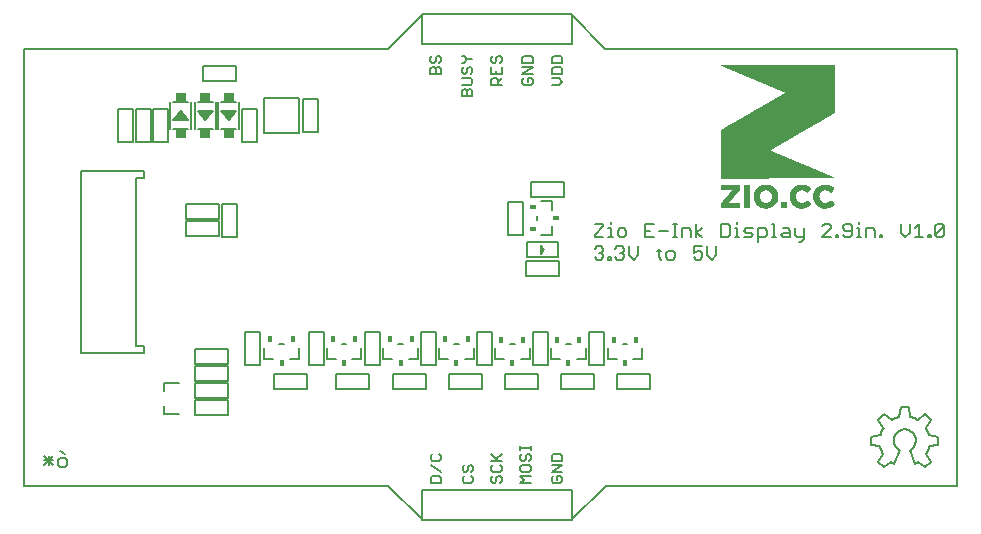
<source format=gto>
G75*
%MOIN*%
%OFA0B0*%
%FSLAX25Y25*%
%IPPOS*%
%LPD*%
%AMOC8*
5,1,8,0,0,1.08239X$1,22.5*
%
%ADD10C,0.00600*%
%ADD11C,0.00500*%
%ADD12R,0.03346X0.02953*%
%ADD13R,0.01800X0.02300*%
%ADD14R,0.02300X0.01800*%
%ADD15C,0.00010*%
D10*
X0008065Y0019400D02*
X0008065Y0165069D01*
X0129265Y0165069D01*
X0140865Y0176669D01*
X0190365Y0176669D01*
X0201665Y0165069D01*
X0319089Y0165069D01*
X0319089Y0019400D01*
X0201965Y0019400D01*
X0190365Y0007800D01*
X0140865Y0007800D01*
X0129265Y0019400D01*
X0008065Y0019400D01*
X0014697Y0026412D02*
X0017633Y0029348D01*
X0016165Y0029348D02*
X0016165Y0026412D01*
X0017633Y0026412D02*
X0014697Y0029348D01*
X0014697Y0027880D02*
X0017633Y0027880D01*
X0019301Y0027880D02*
X0019301Y0026412D01*
X0020035Y0025678D01*
X0021503Y0025678D01*
X0022237Y0026412D01*
X0022237Y0027880D01*
X0021503Y0028614D01*
X0020035Y0028614D01*
X0019301Y0027880D01*
X0020035Y0030816D02*
X0021503Y0030082D01*
X0198165Y0095434D02*
X0198899Y0094700D01*
X0200367Y0094700D01*
X0201101Y0095434D01*
X0201101Y0096168D01*
X0200367Y0096902D01*
X0199633Y0096902D01*
X0200367Y0096902D02*
X0201101Y0097636D01*
X0201101Y0098370D01*
X0200367Y0099104D01*
X0198899Y0099104D01*
X0198165Y0098370D01*
X0198165Y0102200D02*
X0201101Y0102200D01*
X0202769Y0102200D02*
X0204237Y0102200D01*
X0203503Y0102200D02*
X0203503Y0105136D01*
X0202769Y0105136D01*
X0203503Y0106604D02*
X0203503Y0107338D01*
X0201101Y0106604D02*
X0201101Y0105870D01*
X0198165Y0102934D01*
X0198165Y0102200D01*
X0198165Y0106604D02*
X0201101Y0106604D01*
X0205838Y0104402D02*
X0205838Y0102934D01*
X0206572Y0102200D01*
X0208040Y0102200D01*
X0208774Y0102934D01*
X0208774Y0104402D01*
X0208040Y0105136D01*
X0206572Y0105136D01*
X0205838Y0104402D01*
X0205805Y0099104D02*
X0207273Y0099104D01*
X0208007Y0098370D01*
X0208007Y0097636D01*
X0207273Y0096902D01*
X0208007Y0096168D01*
X0208007Y0095434D01*
X0207273Y0094700D01*
X0205805Y0094700D01*
X0205071Y0095434D01*
X0203503Y0095434D02*
X0203503Y0094700D01*
X0202769Y0094700D01*
X0202769Y0095434D01*
X0203503Y0095434D01*
X0206539Y0096902D02*
X0207273Y0096902D01*
X0209675Y0096168D02*
X0211143Y0094700D01*
X0212611Y0096168D01*
X0212611Y0099104D01*
X0209675Y0099104D02*
X0209675Y0096168D01*
X0205805Y0099104D02*
X0205071Y0098370D01*
X0215046Y0102200D02*
X0217982Y0102200D01*
X0216514Y0104402D02*
X0215046Y0104402D01*
X0215046Y0106604D02*
X0215046Y0102200D01*
X0219650Y0104402D02*
X0222586Y0104402D01*
X0224254Y0106604D02*
X0225722Y0106604D01*
X0224988Y0106604D02*
X0224988Y0102200D01*
X0224254Y0102200D02*
X0225722Y0102200D01*
X0227323Y0102200D02*
X0227323Y0105136D01*
X0229525Y0105136D01*
X0230259Y0104402D01*
X0230259Y0102200D01*
X0231927Y0102200D02*
X0231927Y0106604D01*
X0234129Y0105136D02*
X0231927Y0103668D01*
X0234129Y0102200D01*
X0234096Y0099104D02*
X0231160Y0099104D01*
X0231160Y0096902D01*
X0232628Y0097636D01*
X0233362Y0097636D01*
X0234096Y0096902D01*
X0234096Y0095434D01*
X0233362Y0094700D01*
X0231894Y0094700D01*
X0231160Y0095434D01*
X0235764Y0096168D02*
X0237232Y0094700D01*
X0238700Y0096168D01*
X0238700Y0099104D01*
X0235764Y0099104D02*
X0235764Y0096168D01*
X0240368Y0102200D02*
X0242570Y0102200D01*
X0243304Y0102934D01*
X0243304Y0105870D01*
X0242570Y0106604D01*
X0240368Y0106604D01*
X0240368Y0102200D01*
X0244972Y0102200D02*
X0246440Y0102200D01*
X0245706Y0102200D02*
X0245706Y0105136D01*
X0244972Y0105136D01*
X0245706Y0106604D02*
X0245706Y0107338D01*
X0248041Y0104402D02*
X0248775Y0105136D01*
X0250977Y0105136D01*
X0250243Y0103668D02*
X0248775Y0103668D01*
X0248041Y0104402D01*
X0248041Y0102200D02*
X0250243Y0102200D01*
X0250977Y0102934D01*
X0250243Y0103668D01*
X0252645Y0105136D02*
X0254847Y0105136D01*
X0255581Y0104402D01*
X0255581Y0102934D01*
X0254847Y0102200D01*
X0252645Y0102200D01*
X0252645Y0100732D02*
X0252645Y0105136D01*
X0257249Y0106604D02*
X0257983Y0106604D01*
X0257983Y0102200D01*
X0257249Y0102200D02*
X0258717Y0102200D01*
X0260318Y0102934D02*
X0261052Y0103668D01*
X0263254Y0103668D01*
X0263254Y0104402D02*
X0263254Y0102200D01*
X0261052Y0102200D01*
X0260318Y0102934D01*
X0261052Y0105136D02*
X0262520Y0105136D01*
X0263254Y0104402D01*
X0264922Y0105136D02*
X0264922Y0102934D01*
X0265656Y0102200D01*
X0267858Y0102200D01*
X0267858Y0101466D02*
X0267124Y0100732D01*
X0266390Y0100732D01*
X0267858Y0101466D02*
X0267858Y0105136D01*
X0274130Y0105870D02*
X0274864Y0106604D01*
X0276332Y0106604D01*
X0277066Y0105870D01*
X0277066Y0105136D01*
X0274130Y0102200D01*
X0277066Y0102200D01*
X0278734Y0102200D02*
X0279468Y0102200D01*
X0279468Y0102934D01*
X0278734Y0102934D01*
X0278734Y0102200D01*
X0281036Y0102934D02*
X0281770Y0102200D01*
X0283238Y0102200D01*
X0283972Y0102934D01*
X0283972Y0105870D01*
X0283238Y0106604D01*
X0281770Y0106604D01*
X0281036Y0105870D01*
X0281036Y0105136D01*
X0281770Y0104402D01*
X0283972Y0104402D01*
X0285640Y0105136D02*
X0286374Y0105136D01*
X0286374Y0102200D01*
X0285640Y0102200D02*
X0287108Y0102200D01*
X0288709Y0102200D02*
X0288709Y0105136D01*
X0290911Y0105136D01*
X0291645Y0104402D01*
X0291645Y0102200D01*
X0293313Y0102200D02*
X0294047Y0102200D01*
X0294047Y0102934D01*
X0293313Y0102934D01*
X0293313Y0102200D01*
X0300219Y0103668D02*
X0300219Y0106604D01*
X0303155Y0106604D02*
X0303155Y0103668D01*
X0301687Y0102200D01*
X0300219Y0103668D01*
X0304823Y0105136D02*
X0306291Y0106604D01*
X0306291Y0102200D01*
X0307758Y0102200D02*
X0304823Y0102200D01*
X0309427Y0102200D02*
X0310161Y0102200D01*
X0310161Y0102934D01*
X0309427Y0102934D01*
X0309427Y0102200D01*
X0311729Y0102934D02*
X0314664Y0105870D01*
X0314664Y0102934D01*
X0313930Y0102200D01*
X0312462Y0102200D01*
X0311729Y0102934D01*
X0311729Y0105870D01*
X0312462Y0106604D01*
X0313930Y0106604D01*
X0314664Y0105870D01*
X0286374Y0106604D02*
X0286374Y0107338D01*
X0224888Y0096902D02*
X0224888Y0095434D01*
X0224154Y0094700D01*
X0222686Y0094700D01*
X0221952Y0095434D01*
X0221952Y0096902D01*
X0222686Y0097636D01*
X0224154Y0097636D01*
X0224888Y0096902D01*
X0220351Y0097636D02*
X0218883Y0097636D01*
X0219617Y0098370D02*
X0219617Y0095434D01*
X0220351Y0094700D01*
X0217982Y0106604D02*
X0215046Y0106604D01*
X0300165Y0045500D02*
X0302865Y0045500D01*
X0303365Y0042300D01*
X0305865Y0041300D02*
X0308465Y0043100D01*
X0310365Y0041300D01*
X0308565Y0038700D01*
X0309665Y0036200D02*
X0312665Y0035600D01*
X0312665Y0033000D01*
X0309665Y0032500D01*
X0308665Y0029800D02*
X0310365Y0027400D01*
X0308465Y0025500D01*
X0306065Y0027200D01*
X0305065Y0026600D01*
X0303165Y0031100D01*
X0299965Y0031100D02*
X0297965Y0026600D01*
X0296965Y0027200D01*
X0294565Y0025500D01*
X0292765Y0027400D01*
X0294365Y0029800D01*
X0293365Y0032500D02*
X0290365Y0033000D01*
X0290365Y0035600D01*
X0293365Y0036200D01*
X0294465Y0038700D02*
X0292665Y0041300D01*
X0294565Y0043100D01*
X0297165Y0041300D01*
X0299665Y0042300D02*
X0300165Y0045500D01*
X0299965Y0031200D02*
X0299858Y0031255D01*
X0299752Y0031312D01*
X0299649Y0031374D01*
X0299547Y0031438D01*
X0299448Y0031506D01*
X0299351Y0031577D01*
X0299256Y0031651D01*
X0299164Y0031728D01*
X0299074Y0031809D01*
X0298987Y0031892D01*
X0298903Y0031978D01*
X0298822Y0032066D01*
X0298744Y0032158D01*
X0298668Y0032252D01*
X0298596Y0032348D01*
X0298527Y0032446D01*
X0298461Y0032547D01*
X0298399Y0032650D01*
X0298340Y0032755D01*
X0298284Y0032861D01*
X0298232Y0032970D01*
X0298184Y0033080D01*
X0298139Y0033192D01*
X0298098Y0033305D01*
X0298061Y0033419D01*
X0298027Y0033535D01*
X0297998Y0033651D01*
X0297972Y0033769D01*
X0297950Y0033887D01*
X0297931Y0034006D01*
X0297917Y0034125D01*
X0297907Y0034245D01*
X0297900Y0034365D01*
X0297898Y0034486D01*
X0297900Y0034606D01*
X0297905Y0034726D01*
X0297914Y0034846D01*
X0297928Y0034966D01*
X0297945Y0035085D01*
X0297966Y0035203D01*
X0297991Y0035321D01*
X0298020Y0035438D01*
X0298053Y0035553D01*
X0298089Y0035668D01*
X0298129Y0035781D01*
X0298173Y0035893D01*
X0298221Y0036004D01*
X0298272Y0036113D01*
X0298326Y0036220D01*
X0298385Y0036325D01*
X0298446Y0036429D01*
X0298511Y0036530D01*
X0298579Y0036629D01*
X0298651Y0036726D01*
X0298725Y0036820D01*
X0298803Y0036912D01*
X0298883Y0037001D01*
X0298967Y0037088D01*
X0299053Y0037172D01*
X0299142Y0037253D01*
X0299234Y0037331D01*
X0299328Y0037406D01*
X0299424Y0037477D01*
X0299523Y0037546D01*
X0299624Y0037611D01*
X0299727Y0037673D01*
X0299832Y0037732D01*
X0299939Y0037787D01*
X0300048Y0037839D01*
X0300158Y0037886D01*
X0300270Y0037931D01*
X0300383Y0037971D01*
X0300498Y0038008D01*
X0300614Y0038041D01*
X0300730Y0038071D01*
X0300848Y0038096D01*
X0300966Y0038118D01*
X0301085Y0038135D01*
X0301205Y0038149D01*
X0301325Y0038159D01*
X0301445Y0038165D01*
X0301565Y0038167D01*
X0301685Y0038165D01*
X0301805Y0038159D01*
X0301925Y0038149D01*
X0302045Y0038135D01*
X0302164Y0038118D01*
X0302282Y0038096D01*
X0302400Y0038071D01*
X0302516Y0038041D01*
X0302632Y0038008D01*
X0302747Y0037971D01*
X0302860Y0037931D01*
X0302972Y0037886D01*
X0303082Y0037839D01*
X0303191Y0037787D01*
X0303298Y0037732D01*
X0303403Y0037673D01*
X0303506Y0037611D01*
X0303607Y0037546D01*
X0303706Y0037477D01*
X0303802Y0037406D01*
X0303896Y0037331D01*
X0303988Y0037253D01*
X0304077Y0037172D01*
X0304163Y0037088D01*
X0304247Y0037001D01*
X0304327Y0036912D01*
X0304405Y0036820D01*
X0304479Y0036726D01*
X0304551Y0036629D01*
X0304619Y0036530D01*
X0304684Y0036429D01*
X0304745Y0036325D01*
X0304804Y0036220D01*
X0304858Y0036113D01*
X0304909Y0036004D01*
X0304957Y0035893D01*
X0305001Y0035781D01*
X0305041Y0035668D01*
X0305077Y0035553D01*
X0305110Y0035438D01*
X0305139Y0035321D01*
X0305164Y0035203D01*
X0305185Y0035085D01*
X0305202Y0034966D01*
X0305216Y0034846D01*
X0305225Y0034726D01*
X0305230Y0034606D01*
X0305232Y0034486D01*
X0305230Y0034365D01*
X0305223Y0034245D01*
X0305213Y0034125D01*
X0305199Y0034006D01*
X0305180Y0033887D01*
X0305158Y0033769D01*
X0305132Y0033651D01*
X0305103Y0033535D01*
X0305069Y0033419D01*
X0305032Y0033305D01*
X0304991Y0033192D01*
X0304946Y0033080D01*
X0304898Y0032970D01*
X0304846Y0032861D01*
X0304790Y0032755D01*
X0304731Y0032650D01*
X0304669Y0032547D01*
X0304603Y0032446D01*
X0304534Y0032348D01*
X0304462Y0032252D01*
X0304386Y0032158D01*
X0304308Y0032066D01*
X0304227Y0031978D01*
X0304143Y0031892D01*
X0304056Y0031809D01*
X0303966Y0031728D01*
X0303874Y0031651D01*
X0303779Y0031577D01*
X0303682Y0031506D01*
X0303583Y0031438D01*
X0303481Y0031374D01*
X0303378Y0031312D01*
X0303272Y0031255D01*
X0303165Y0031200D01*
X0308665Y0029795D02*
X0308761Y0029961D01*
X0308854Y0030128D01*
X0308942Y0030298D01*
X0309026Y0030470D01*
X0309106Y0030643D01*
X0309182Y0030819D01*
X0309254Y0030996D01*
X0309321Y0031175D01*
X0309385Y0031356D01*
X0309444Y0031538D01*
X0309498Y0031721D01*
X0309549Y0031906D01*
X0309595Y0032091D01*
X0309636Y0032278D01*
X0309673Y0032466D01*
X0309655Y0036200D02*
X0309605Y0036388D01*
X0309550Y0036575D01*
X0309491Y0036761D01*
X0309427Y0036945D01*
X0309359Y0037128D01*
X0309286Y0037309D01*
X0309209Y0037488D01*
X0309128Y0037665D01*
X0309042Y0037841D01*
X0308953Y0038014D01*
X0308859Y0038185D01*
X0308761Y0038353D01*
X0308659Y0038520D01*
X0308554Y0038683D01*
X0305902Y0041317D02*
X0305737Y0041415D01*
X0305569Y0041509D01*
X0305399Y0041599D01*
X0305227Y0041686D01*
X0305054Y0041768D01*
X0304878Y0041847D01*
X0304701Y0041921D01*
X0304522Y0041991D01*
X0304341Y0042057D01*
X0304159Y0042119D01*
X0303976Y0042177D01*
X0303791Y0042231D01*
X0303605Y0042280D01*
X0303418Y0042325D01*
X0299590Y0042306D02*
X0299397Y0042259D01*
X0299204Y0042206D01*
X0299013Y0042149D01*
X0298824Y0042088D01*
X0298636Y0042022D01*
X0298449Y0041951D01*
X0298265Y0041876D01*
X0298082Y0041797D01*
X0297901Y0041713D01*
X0297722Y0041625D01*
X0297546Y0041533D01*
X0297371Y0041436D01*
X0297199Y0041336D01*
X0294474Y0038646D02*
X0294374Y0038484D01*
X0294277Y0038319D01*
X0294184Y0038152D01*
X0294096Y0037983D01*
X0294011Y0037813D01*
X0293930Y0037640D01*
X0293853Y0037465D01*
X0293780Y0037289D01*
X0293711Y0037111D01*
X0293646Y0036931D01*
X0293585Y0036751D01*
X0293529Y0036568D01*
X0293476Y0036385D01*
X0293428Y0036200D01*
X0293371Y0032484D02*
X0293414Y0032284D01*
X0293461Y0032086D01*
X0293513Y0031889D01*
X0293571Y0031693D01*
X0293632Y0031498D01*
X0293699Y0031305D01*
X0293770Y0031114D01*
X0293846Y0030924D01*
X0293927Y0030737D01*
X0294012Y0030551D01*
X0294102Y0030368D01*
X0294196Y0030187D01*
X0294295Y0030008D01*
X0294398Y0029832D01*
D11*
X0216704Y0051605D02*
X0205704Y0051605D01*
X0205704Y0056605D01*
X0216704Y0056605D01*
X0216704Y0051605D01*
X0201370Y0059661D02*
X0196370Y0059661D01*
X0196370Y0070661D01*
X0201370Y0070661D01*
X0201370Y0059661D01*
X0202476Y0061595D02*
X0205476Y0061595D01*
X0202476Y0061595D02*
X0202476Y0065095D01*
X0207476Y0066595D02*
X0208976Y0066595D01*
X0213976Y0065095D02*
X0213976Y0061595D01*
X0210976Y0061595D01*
X0197904Y0056605D02*
X0197904Y0051605D01*
X0186904Y0051605D01*
X0186904Y0056605D01*
X0197904Y0056605D01*
X0195176Y0061595D02*
X0192176Y0061595D01*
X0195176Y0061595D02*
X0195176Y0065095D01*
X0190176Y0066595D02*
X0188676Y0066595D01*
X0183676Y0065095D02*
X0183676Y0061595D01*
X0186676Y0061595D01*
X0182570Y0059661D02*
X0177570Y0059661D01*
X0177570Y0070661D01*
X0182570Y0070661D01*
X0182570Y0059661D01*
X0176476Y0061595D02*
X0176476Y0065095D01*
X0176476Y0061595D02*
X0173476Y0061595D01*
X0167976Y0061595D02*
X0164976Y0061595D01*
X0164976Y0065095D01*
X0169976Y0066595D02*
X0171476Y0066595D01*
X0163970Y0070661D02*
X0158970Y0070661D01*
X0158970Y0059661D01*
X0163970Y0059661D01*
X0163970Y0070661D01*
X0157876Y0065195D02*
X0157876Y0061695D01*
X0154876Y0061695D01*
X0149376Y0061695D02*
X0146376Y0061695D01*
X0146376Y0065195D01*
X0151376Y0066695D02*
X0152876Y0066695D01*
X0145470Y0070661D02*
X0140470Y0070661D01*
X0140470Y0059661D01*
X0145470Y0059661D01*
X0145470Y0070661D01*
X0139276Y0065195D02*
X0139276Y0061695D01*
X0136276Y0061695D01*
X0130776Y0061695D02*
X0127776Y0061695D01*
X0127776Y0065195D01*
X0132776Y0066695D02*
X0134276Y0066695D01*
X0126570Y0070661D02*
X0121570Y0070661D01*
X0121570Y0059661D01*
X0126570Y0059661D01*
X0126570Y0070661D01*
X0120376Y0065195D02*
X0120376Y0061695D01*
X0117376Y0061695D01*
X0111876Y0061695D02*
X0108876Y0061695D01*
X0108876Y0065195D01*
X0113876Y0066695D02*
X0115376Y0066695D01*
X0107970Y0070661D02*
X0102970Y0070661D01*
X0102970Y0059661D01*
X0107970Y0059661D01*
X0107970Y0070661D01*
X0099576Y0065195D02*
X0099576Y0061695D01*
X0096576Y0061695D01*
X0091076Y0061695D02*
X0088076Y0061695D01*
X0088076Y0065195D01*
X0093076Y0066695D02*
X0094576Y0066695D01*
X0086770Y0070661D02*
X0081770Y0070661D01*
X0081770Y0059661D01*
X0086770Y0059661D01*
X0086770Y0070661D01*
X0075926Y0064895D02*
X0075926Y0059895D01*
X0064926Y0059895D01*
X0064926Y0064895D01*
X0075926Y0064895D01*
X0075926Y0059295D02*
X0064926Y0059295D01*
X0064926Y0054295D01*
X0075926Y0054295D01*
X0075926Y0059295D01*
X0075926Y0053595D02*
X0064926Y0053595D01*
X0064926Y0048595D01*
X0075926Y0048595D01*
X0075926Y0053595D01*
X0075926Y0047895D02*
X0064926Y0047895D01*
X0064926Y0042895D01*
X0075926Y0042895D01*
X0075926Y0047895D01*
X0091304Y0051605D02*
X0091304Y0056605D01*
X0102304Y0056605D01*
X0102304Y0051605D01*
X0091304Y0051605D01*
X0112104Y0051605D02*
X0112104Y0056605D01*
X0123104Y0056605D01*
X0123104Y0051605D01*
X0112104Y0051605D01*
X0131004Y0051605D02*
X0131004Y0056605D01*
X0142004Y0056605D01*
X0142004Y0051605D01*
X0131004Y0051605D01*
X0149604Y0051605D02*
X0149604Y0056605D01*
X0160604Y0056605D01*
X0160604Y0051605D01*
X0149604Y0051605D01*
X0168204Y0051605D02*
X0168204Y0056605D01*
X0179204Y0056605D01*
X0179204Y0051605D01*
X0168204Y0051605D01*
X0173412Y0032467D02*
X0173412Y0031299D01*
X0173412Y0031883D02*
X0176915Y0031883D01*
X0176915Y0031299D02*
X0176915Y0032467D01*
X0176331Y0029952D02*
X0175747Y0029952D01*
X0175164Y0029368D01*
X0175164Y0028200D01*
X0174580Y0027616D01*
X0173996Y0027616D01*
X0173412Y0028200D01*
X0173412Y0029368D01*
X0173996Y0029952D01*
X0176331Y0029952D02*
X0176915Y0029368D01*
X0176915Y0028200D01*
X0176331Y0027616D01*
X0176331Y0026268D02*
X0173996Y0026268D01*
X0173412Y0025685D01*
X0173412Y0024517D01*
X0173996Y0023933D01*
X0176331Y0023933D01*
X0176915Y0024517D01*
X0176915Y0025685D01*
X0176331Y0026268D01*
X0176915Y0022585D02*
X0173412Y0022585D01*
X0174580Y0021418D01*
X0173412Y0020250D01*
X0176915Y0020250D01*
X0183812Y0020834D02*
X0184396Y0020250D01*
X0186731Y0020250D01*
X0187315Y0020834D01*
X0187315Y0022001D01*
X0186731Y0022585D01*
X0185564Y0022585D01*
X0185564Y0021418D01*
X0184396Y0022585D02*
X0183812Y0022001D01*
X0183812Y0020834D01*
X0183812Y0023933D02*
X0187315Y0026268D01*
X0183812Y0026268D01*
X0183812Y0027616D02*
X0183812Y0029368D01*
X0184396Y0029952D01*
X0186731Y0029952D01*
X0187315Y0029368D01*
X0187315Y0027616D01*
X0183812Y0027616D01*
X0183812Y0023933D02*
X0187315Y0023933D01*
X0190565Y0018000D02*
X0190565Y0008000D01*
X0140565Y0008000D01*
X0140565Y0018000D01*
X0190565Y0018000D01*
X0167215Y0020834D02*
X0166631Y0020250D01*
X0167215Y0020834D02*
X0167215Y0022001D01*
X0166631Y0022585D01*
X0166047Y0022585D01*
X0165464Y0022001D01*
X0165464Y0020834D01*
X0164880Y0020250D01*
X0164296Y0020250D01*
X0163712Y0020834D01*
X0163712Y0022001D01*
X0164296Y0022585D01*
X0164296Y0023933D02*
X0166631Y0023933D01*
X0167215Y0024517D01*
X0167215Y0025685D01*
X0166631Y0026268D01*
X0166047Y0027616D02*
X0163712Y0029952D01*
X0165464Y0028200D02*
X0167215Y0029952D01*
X0167215Y0027616D02*
X0163712Y0027616D01*
X0164296Y0026268D02*
X0163712Y0025685D01*
X0163712Y0024517D01*
X0164296Y0023933D01*
X0157715Y0024517D02*
X0157131Y0023933D01*
X0157715Y0024517D02*
X0157715Y0025685D01*
X0157131Y0026268D01*
X0156547Y0026268D01*
X0155964Y0025685D01*
X0155964Y0024517D01*
X0155380Y0023933D01*
X0154796Y0023933D01*
X0154212Y0024517D01*
X0154212Y0025685D01*
X0154796Y0026268D01*
X0154796Y0022585D02*
X0154212Y0022001D01*
X0154212Y0020834D01*
X0154796Y0020250D01*
X0157131Y0020250D01*
X0157715Y0020834D01*
X0157715Y0022001D01*
X0157131Y0022585D01*
X0147015Y0022001D02*
X0147015Y0020250D01*
X0143512Y0020250D01*
X0143512Y0022001D01*
X0144096Y0022585D01*
X0146431Y0022585D01*
X0147015Y0022001D01*
X0147015Y0023933D02*
X0143512Y0026268D01*
X0144096Y0027616D02*
X0146431Y0027616D01*
X0147015Y0028200D01*
X0147015Y0029368D01*
X0146431Y0029952D01*
X0144096Y0029952D02*
X0143512Y0029368D01*
X0143512Y0028200D01*
X0144096Y0027616D01*
X0059611Y0043343D02*
X0054493Y0043343D01*
X0054493Y0045902D01*
X0054493Y0051020D02*
X0054493Y0053579D01*
X0059611Y0053579D01*
X0047829Y0063650D02*
X0026963Y0063650D01*
X0026963Y0124280D01*
X0047829Y0124280D01*
X0047829Y0121918D01*
X0045467Y0121918D01*
X0045467Y0066013D01*
X0047829Y0066013D01*
X0047829Y0063650D01*
X0061826Y0102495D02*
X0061826Y0107495D01*
X0072826Y0107495D01*
X0072826Y0102495D01*
X0061826Y0102495D01*
X0061826Y0108195D02*
X0061826Y0113195D01*
X0072826Y0113195D01*
X0072826Y0108195D01*
X0061826Y0108195D01*
X0073870Y0113361D02*
X0073870Y0102361D01*
X0078870Y0102361D01*
X0078870Y0113361D01*
X0073870Y0113361D01*
X0080570Y0133861D02*
X0080570Y0144861D01*
X0085570Y0144861D01*
X0085570Y0133861D01*
X0080570Y0133861D01*
X0079760Y0138339D02*
X0079760Y0147339D01*
X0078760Y0147339D02*
X0073760Y0147339D01*
X0072760Y0147339D02*
X0072760Y0138339D01*
X0071860Y0138339D02*
X0071860Y0147339D01*
X0070860Y0147339D02*
X0065860Y0147339D01*
X0064860Y0147339D02*
X0064860Y0138339D01*
X0065860Y0138339D02*
X0070860Y0138339D01*
X0073760Y0138339D02*
X0078760Y0138339D01*
X0076260Y0141339D02*
X0074260Y0144339D01*
X0078260Y0143839D01*
X0076260Y0141839D01*
X0074760Y0144339D01*
X0077760Y0143839D01*
X0076260Y0142339D01*
X0075260Y0143839D01*
X0075760Y0143839D01*
X0076760Y0143339D01*
X0076260Y0143339D01*
X0076260Y0142839D02*
X0075760Y0143839D01*
X0077260Y0143839D01*
X0076760Y0143339D01*
X0076260Y0142839D01*
X0076260Y0141339D02*
X0078760Y0144339D01*
X0074760Y0144339D01*
X0074260Y0144339D01*
X0073760Y0144339D01*
X0076260Y0141339D01*
X0070860Y0144339D02*
X0068360Y0141339D01*
X0066360Y0144339D01*
X0070360Y0143839D01*
X0068360Y0141839D01*
X0066860Y0144339D01*
X0069860Y0143839D01*
X0068360Y0142339D01*
X0067360Y0143839D01*
X0067860Y0143839D01*
X0068860Y0143339D01*
X0068360Y0143339D01*
X0068360Y0142839D02*
X0067860Y0143839D01*
X0069360Y0143839D01*
X0068860Y0143339D01*
X0068360Y0142839D01*
X0068360Y0141339D02*
X0065860Y0144339D01*
X0066360Y0144339D01*
X0066860Y0144339D01*
X0070860Y0144339D01*
X0063770Y0147361D02*
X0063770Y0138361D01*
X0062770Y0138361D02*
X0057770Y0138361D01*
X0056770Y0138361D02*
X0056770Y0147361D01*
X0057770Y0147361D02*
X0062770Y0147361D01*
X0060270Y0144361D02*
X0062270Y0141361D01*
X0058270Y0141861D01*
X0060270Y0143861D01*
X0061770Y0141361D01*
X0058770Y0141861D01*
X0060270Y0143361D01*
X0061270Y0141861D01*
X0060770Y0141861D01*
X0059770Y0142361D01*
X0060270Y0142361D01*
X0060270Y0142861D02*
X0060770Y0141861D01*
X0059270Y0141861D01*
X0059770Y0142361D01*
X0060270Y0142861D01*
X0060270Y0144361D02*
X0057770Y0141361D01*
X0061770Y0141361D01*
X0062270Y0141361D01*
X0062770Y0141361D01*
X0060270Y0144361D01*
X0055870Y0144861D02*
X0050870Y0144861D01*
X0050870Y0133861D01*
X0055870Y0133861D01*
X0055870Y0144861D01*
X0050170Y0144861D02*
X0045170Y0144861D01*
X0045170Y0133861D01*
X0050170Y0133861D01*
X0050170Y0144861D01*
X0044470Y0144861D02*
X0039470Y0144861D01*
X0039470Y0133861D01*
X0044470Y0133861D01*
X0044470Y0144861D01*
X0067726Y0154095D02*
X0067726Y0159095D01*
X0078726Y0159095D01*
X0078726Y0154095D01*
X0067726Y0154095D01*
X0087920Y0148701D02*
X0087920Y0136890D01*
X0099731Y0136890D01*
X0099731Y0148701D01*
X0087920Y0148701D01*
X0100870Y0148261D02*
X0105870Y0148261D01*
X0105870Y0137261D01*
X0100870Y0137261D01*
X0100870Y0148261D01*
X0140565Y0166469D02*
X0140565Y0176469D01*
X0190565Y0176469D01*
X0190565Y0166469D01*
X0140565Y0166469D01*
X0143996Y0162602D02*
X0143412Y0162018D01*
X0143412Y0160851D01*
X0143996Y0160267D01*
X0144580Y0160267D01*
X0145164Y0160851D01*
X0145164Y0162018D01*
X0145747Y0162602D01*
X0146331Y0162602D01*
X0146915Y0162018D01*
X0146915Y0160851D01*
X0146331Y0160267D01*
X0146331Y0158919D02*
X0146915Y0158335D01*
X0146915Y0156584D01*
X0143412Y0156584D01*
X0143412Y0158335D01*
X0143996Y0158919D01*
X0144580Y0158919D01*
X0145164Y0158335D01*
X0145164Y0156584D01*
X0145164Y0158335D02*
X0145747Y0158919D01*
X0146331Y0158919D01*
X0153912Y0158335D02*
X0153912Y0157168D01*
X0154496Y0156584D01*
X0155080Y0156584D01*
X0155664Y0157168D01*
X0155664Y0158335D01*
X0156247Y0158919D01*
X0156831Y0158919D01*
X0157415Y0158335D01*
X0157415Y0157168D01*
X0156831Y0156584D01*
X0156831Y0155236D02*
X0153912Y0155236D01*
X0156831Y0155236D02*
X0157415Y0154652D01*
X0157415Y0153484D01*
X0156831Y0152901D01*
X0153912Y0152901D01*
X0154496Y0151553D02*
X0155080Y0151553D01*
X0155664Y0150969D01*
X0155664Y0149217D01*
X0157415Y0149217D02*
X0153912Y0149217D01*
X0153912Y0150969D01*
X0154496Y0151553D01*
X0155664Y0150969D02*
X0156247Y0151553D01*
X0156831Y0151553D01*
X0157415Y0150969D01*
X0157415Y0149217D01*
X0163712Y0152901D02*
X0163712Y0154652D01*
X0164296Y0155236D01*
X0165464Y0155236D01*
X0166047Y0154652D01*
X0166047Y0152901D01*
X0166047Y0154068D02*
X0167215Y0155236D01*
X0167215Y0156584D02*
X0167215Y0158919D01*
X0166631Y0160267D02*
X0167215Y0160851D01*
X0167215Y0162018D01*
X0166631Y0162602D01*
X0166047Y0162602D01*
X0165464Y0162018D01*
X0165464Y0160851D01*
X0164880Y0160267D01*
X0164296Y0160267D01*
X0163712Y0160851D01*
X0163712Y0162018D01*
X0164296Y0162602D01*
X0163712Y0158919D02*
X0163712Y0156584D01*
X0167215Y0156584D01*
X0165464Y0156584D02*
X0165464Y0157751D01*
X0157415Y0161434D02*
X0155664Y0161434D01*
X0154496Y0162602D01*
X0153912Y0162602D01*
X0155664Y0161434D02*
X0154496Y0160267D01*
X0153912Y0160267D01*
X0154496Y0158919D02*
X0153912Y0158335D01*
X0163712Y0152901D02*
X0167215Y0152901D01*
X0174112Y0153484D02*
X0174696Y0152901D01*
X0177031Y0152901D01*
X0177615Y0153484D01*
X0177615Y0154652D01*
X0177031Y0155236D01*
X0175864Y0155236D01*
X0175864Y0154068D01*
X0174696Y0155236D02*
X0174112Y0154652D01*
X0174112Y0153484D01*
X0174112Y0156584D02*
X0177615Y0158919D01*
X0174112Y0158919D01*
X0174112Y0160267D02*
X0174112Y0162018D01*
X0174696Y0162602D01*
X0177031Y0162602D01*
X0177615Y0162018D01*
X0177615Y0160267D01*
X0174112Y0160267D01*
X0174112Y0156584D02*
X0177615Y0156584D01*
X0183912Y0156584D02*
X0183912Y0158335D01*
X0184496Y0158919D01*
X0186831Y0158919D01*
X0187415Y0158335D01*
X0187415Y0156584D01*
X0183912Y0156584D01*
X0183912Y0155236D02*
X0186247Y0155236D01*
X0187415Y0154068D01*
X0186247Y0152901D01*
X0183912Y0152901D01*
X0183912Y0160267D02*
X0183912Y0162018D01*
X0184496Y0162602D01*
X0186831Y0162602D01*
X0187415Y0162018D01*
X0187415Y0160267D01*
X0183912Y0160267D01*
X0187904Y0120705D02*
X0176904Y0120705D01*
X0176904Y0115705D01*
X0187904Y0115705D01*
X0187904Y0120705D01*
X0183970Y0114311D02*
X0180470Y0114311D01*
X0183970Y0114311D02*
X0183970Y0111311D01*
X0178970Y0109311D02*
X0178970Y0107811D01*
X0183970Y0105811D02*
X0183970Y0102811D01*
X0180470Y0102811D01*
X0180304Y0099505D02*
X0180804Y0098755D01*
X0180804Y0097255D01*
X0181304Y0098005D01*
X0180804Y0098755D01*
X0180554Y0099005D02*
X0180554Y0097005D01*
X0180804Y0097255D02*
X0180304Y0096505D01*
X0180304Y0099505D01*
X0175554Y0100505D02*
X0175554Y0095505D01*
X0186054Y0095505D01*
X0186054Y0100505D01*
X0175554Y0100505D01*
X0174170Y0102861D02*
X0169170Y0102861D01*
X0169170Y0113861D01*
X0174170Y0113861D01*
X0174170Y0102861D01*
X0175304Y0094305D02*
X0175304Y0089305D01*
X0186304Y0089305D01*
X0186304Y0094305D01*
X0175304Y0094305D01*
D12*
X0076359Y0136639D03*
X0068459Y0136639D03*
X0060171Y0136660D03*
X0060171Y0149061D03*
X0068459Y0149040D03*
X0076359Y0149040D03*
D13*
X0090126Y0068145D03*
X0097526Y0068145D03*
X0093826Y0060245D03*
X0110926Y0068145D03*
X0118326Y0068145D03*
X0114626Y0060245D03*
X0129826Y0068145D03*
X0137226Y0068145D03*
X0133526Y0060245D03*
X0148426Y0068145D03*
X0155826Y0068145D03*
X0152126Y0060245D03*
X0167026Y0068045D03*
X0174426Y0068045D03*
X0185726Y0068045D03*
X0193126Y0068045D03*
X0204526Y0068045D03*
X0211926Y0068045D03*
X0208226Y0060145D03*
X0189426Y0060145D03*
X0170726Y0060145D03*
D14*
X0177520Y0104861D03*
X0185420Y0108561D03*
X0177520Y0112261D03*
D15*
X0240236Y0112298D02*
X0246412Y0112298D01*
X0246412Y0112290D02*
X0240236Y0112290D01*
X0240236Y0112281D02*
X0246412Y0112281D01*
X0246412Y0112273D02*
X0240236Y0112273D01*
X0240236Y0112264D02*
X0246412Y0112264D01*
X0246412Y0112256D02*
X0240236Y0112256D01*
X0240236Y0112247D02*
X0246412Y0112247D01*
X0246412Y0112239D02*
X0240236Y0112239D01*
X0240236Y0112230D02*
X0246412Y0112230D01*
X0246412Y0112222D02*
X0240236Y0112222D01*
X0240236Y0112213D02*
X0246412Y0112213D01*
X0246412Y0112204D02*
X0240236Y0112204D01*
X0240236Y0112196D02*
X0246412Y0112196D01*
X0246412Y0112187D02*
X0240236Y0112187D01*
X0240236Y0112180D02*
X0246412Y0112180D01*
X0246412Y0113607D01*
X0245396Y0113612D01*
X0244382Y0113617D01*
X0243366Y0113624D01*
X0242352Y0113629D01*
X0243027Y0114412D01*
X0243704Y0115197D01*
X0244379Y0115981D01*
X0245055Y0116765D01*
X0245731Y0117550D01*
X0246407Y0118333D01*
X0246412Y0119573D01*
X0240362Y0119573D01*
X0240362Y0118146D01*
X0241343Y0118139D01*
X0242322Y0118134D01*
X0243302Y0118129D01*
X0244282Y0118123D01*
X0243608Y0117339D01*
X0242933Y0116556D01*
X0242259Y0115772D01*
X0241585Y0114987D01*
X0240911Y0114203D01*
X0240236Y0113419D01*
X0240236Y0112180D01*
X0240236Y0112307D02*
X0246412Y0112307D01*
X0246412Y0112315D02*
X0240236Y0112315D01*
X0240236Y0112324D02*
X0246412Y0112324D01*
X0246412Y0112332D02*
X0240236Y0112332D01*
X0240236Y0112341D02*
X0246412Y0112341D01*
X0246412Y0112349D02*
X0240236Y0112349D01*
X0240236Y0112358D02*
X0246412Y0112358D01*
X0246412Y0112366D02*
X0240236Y0112366D01*
X0240236Y0112375D02*
X0246412Y0112375D01*
X0246412Y0112383D02*
X0240236Y0112383D01*
X0240236Y0112392D02*
X0246412Y0112392D01*
X0246412Y0112400D02*
X0240236Y0112400D01*
X0240236Y0112409D02*
X0246412Y0112409D01*
X0246412Y0112417D02*
X0240236Y0112417D01*
X0240236Y0112426D02*
X0246412Y0112426D01*
X0246412Y0112434D02*
X0240236Y0112434D01*
X0240236Y0112443D02*
X0246412Y0112443D01*
X0246412Y0112451D02*
X0240236Y0112451D01*
X0240236Y0112460D02*
X0246412Y0112460D01*
X0246412Y0112468D02*
X0240236Y0112468D01*
X0240236Y0112477D02*
X0246412Y0112477D01*
X0246412Y0112485D02*
X0240236Y0112485D01*
X0240236Y0112494D02*
X0246412Y0112494D01*
X0246412Y0112502D02*
X0240236Y0112502D01*
X0240236Y0112511D02*
X0246412Y0112511D01*
X0246412Y0112519D02*
X0240236Y0112519D01*
X0240236Y0112528D02*
X0246412Y0112528D01*
X0246412Y0112537D02*
X0240236Y0112537D01*
X0240236Y0112545D02*
X0246412Y0112545D01*
X0246412Y0112554D02*
X0240236Y0112554D01*
X0240236Y0112562D02*
X0246412Y0112562D01*
X0246412Y0112571D02*
X0240236Y0112571D01*
X0240236Y0112579D02*
X0246412Y0112579D01*
X0246412Y0112588D02*
X0240236Y0112588D01*
X0240236Y0112596D02*
X0246412Y0112596D01*
X0246412Y0112605D02*
X0240236Y0112605D01*
X0240236Y0112613D02*
X0246412Y0112613D01*
X0246412Y0112622D02*
X0240236Y0112622D01*
X0240236Y0112630D02*
X0246412Y0112630D01*
X0246412Y0112639D02*
X0240236Y0112639D01*
X0240236Y0112647D02*
X0246412Y0112647D01*
X0246412Y0112656D02*
X0240236Y0112656D01*
X0240236Y0112664D02*
X0246412Y0112664D01*
X0246412Y0112673D02*
X0240236Y0112673D01*
X0240236Y0112681D02*
X0246412Y0112681D01*
X0246412Y0112690D02*
X0240236Y0112690D01*
X0240236Y0112698D02*
X0246412Y0112698D01*
X0246412Y0112707D02*
X0240236Y0112707D01*
X0240236Y0112715D02*
X0246412Y0112715D01*
X0246412Y0112724D02*
X0240236Y0112724D01*
X0240236Y0112732D02*
X0246412Y0112732D01*
X0246412Y0112741D02*
X0240236Y0112741D01*
X0240236Y0112749D02*
X0246412Y0112749D01*
X0246412Y0112758D02*
X0240236Y0112758D01*
X0240236Y0112766D02*
X0246412Y0112766D01*
X0246412Y0112775D02*
X0240236Y0112775D01*
X0240236Y0112783D02*
X0246412Y0112783D01*
X0246412Y0112792D02*
X0240236Y0112792D01*
X0240236Y0112800D02*
X0246412Y0112800D01*
X0246412Y0112809D02*
X0240236Y0112809D01*
X0240236Y0112817D02*
X0246412Y0112817D01*
X0246412Y0112826D02*
X0240236Y0112826D01*
X0240236Y0112834D02*
X0246412Y0112834D01*
X0246412Y0112843D02*
X0240236Y0112843D01*
X0240236Y0112852D02*
X0246412Y0112852D01*
X0246412Y0112860D02*
X0240236Y0112860D01*
X0240236Y0112869D02*
X0246412Y0112869D01*
X0246412Y0112877D02*
X0240236Y0112877D01*
X0240236Y0112886D02*
X0246412Y0112886D01*
X0246412Y0112894D02*
X0240236Y0112894D01*
X0240236Y0112903D02*
X0246412Y0112903D01*
X0246412Y0112911D02*
X0240236Y0112911D01*
X0240236Y0112920D02*
X0246412Y0112920D01*
X0246412Y0112928D02*
X0240236Y0112928D01*
X0240236Y0112937D02*
X0246412Y0112937D01*
X0246412Y0112945D02*
X0240236Y0112945D01*
X0240236Y0112954D02*
X0246412Y0112954D01*
X0246412Y0112962D02*
X0240236Y0112962D01*
X0240236Y0112971D02*
X0246412Y0112971D01*
X0246412Y0112979D02*
X0240236Y0112979D01*
X0240236Y0112988D02*
X0246412Y0112988D01*
X0246412Y0112996D02*
X0240236Y0112996D01*
X0240236Y0113005D02*
X0246412Y0113005D01*
X0246412Y0113013D02*
X0240236Y0113013D01*
X0240236Y0113022D02*
X0246412Y0113022D01*
X0246412Y0113030D02*
X0240236Y0113030D01*
X0240236Y0113039D02*
X0246412Y0113039D01*
X0246412Y0113047D02*
X0240236Y0113047D01*
X0240236Y0113056D02*
X0246412Y0113056D01*
X0246412Y0113064D02*
X0240236Y0113064D01*
X0240236Y0113073D02*
X0246412Y0113073D01*
X0246412Y0113081D02*
X0240236Y0113081D01*
X0240236Y0113090D02*
X0246412Y0113090D01*
X0246412Y0113098D02*
X0240236Y0113098D01*
X0240236Y0113107D02*
X0246412Y0113107D01*
X0246412Y0113115D02*
X0240236Y0113115D01*
X0240236Y0113124D02*
X0246412Y0113124D01*
X0246412Y0113132D02*
X0240236Y0113132D01*
X0240236Y0113141D02*
X0246412Y0113141D01*
X0246412Y0113150D02*
X0240236Y0113150D01*
X0240236Y0113158D02*
X0246412Y0113158D01*
X0246412Y0113167D02*
X0240236Y0113167D01*
X0240236Y0113175D02*
X0246412Y0113175D01*
X0246412Y0113184D02*
X0240236Y0113184D01*
X0240236Y0113192D02*
X0246412Y0113192D01*
X0246412Y0113201D02*
X0240236Y0113201D01*
X0240236Y0113209D02*
X0246412Y0113209D01*
X0246412Y0113218D02*
X0240236Y0113218D01*
X0240236Y0113226D02*
X0246412Y0113226D01*
X0246412Y0113235D02*
X0240236Y0113235D01*
X0240236Y0113243D02*
X0246412Y0113243D01*
X0246412Y0113252D02*
X0240236Y0113252D01*
X0240236Y0113260D02*
X0246412Y0113260D01*
X0246412Y0113269D02*
X0240236Y0113269D01*
X0240236Y0113277D02*
X0246412Y0113277D01*
X0246412Y0113286D02*
X0240236Y0113286D01*
X0240236Y0113294D02*
X0246412Y0113294D01*
X0246412Y0113303D02*
X0240236Y0113303D01*
X0240236Y0113311D02*
X0246412Y0113311D01*
X0246412Y0113320D02*
X0240236Y0113320D01*
X0240236Y0113328D02*
X0246412Y0113328D01*
X0246412Y0113337D02*
X0240236Y0113337D01*
X0240236Y0113345D02*
X0246412Y0113345D01*
X0246412Y0113354D02*
X0240236Y0113354D01*
X0240236Y0113362D02*
X0246412Y0113362D01*
X0246412Y0113371D02*
X0240236Y0113371D01*
X0240236Y0113379D02*
X0246412Y0113379D01*
X0246412Y0113388D02*
X0240236Y0113388D01*
X0240236Y0113396D02*
X0246412Y0113396D01*
X0246412Y0113405D02*
X0240236Y0113405D01*
X0240236Y0113413D02*
X0246412Y0113413D01*
X0246412Y0113422D02*
X0240239Y0113422D01*
X0240246Y0113430D02*
X0246412Y0113430D01*
X0246412Y0113439D02*
X0240253Y0113439D01*
X0240261Y0113447D02*
X0246412Y0113447D01*
X0246412Y0113456D02*
X0240268Y0113456D01*
X0240275Y0113465D02*
X0246412Y0113465D01*
X0246412Y0113473D02*
X0240283Y0113473D01*
X0240290Y0113482D02*
X0246412Y0113482D01*
X0246412Y0113490D02*
X0240297Y0113490D01*
X0240305Y0113499D02*
X0246412Y0113499D01*
X0246412Y0113507D02*
X0240312Y0113507D01*
X0240319Y0113516D02*
X0246412Y0113516D01*
X0246412Y0113524D02*
X0240327Y0113524D01*
X0240334Y0113533D02*
X0246412Y0113533D01*
X0246412Y0113541D02*
X0240341Y0113541D01*
X0240348Y0113550D02*
X0246412Y0113550D01*
X0246412Y0113558D02*
X0240356Y0113558D01*
X0240363Y0113567D02*
X0246412Y0113567D01*
X0246412Y0113575D02*
X0240370Y0113575D01*
X0240378Y0113584D02*
X0246412Y0113584D01*
X0246412Y0113592D02*
X0240385Y0113592D01*
X0240392Y0113601D02*
X0246412Y0113601D01*
X0245986Y0113609D02*
X0240400Y0113609D01*
X0240407Y0113618D02*
X0244293Y0113618D01*
X0243172Y0114580D02*
X0241235Y0114580D01*
X0241242Y0114588D02*
X0243179Y0114588D01*
X0243186Y0114597D02*
X0241249Y0114597D01*
X0241257Y0114605D02*
X0243194Y0114605D01*
X0243201Y0114614D02*
X0241264Y0114614D01*
X0241271Y0114622D02*
X0243208Y0114622D01*
X0243216Y0114631D02*
X0241279Y0114631D01*
X0241286Y0114639D02*
X0243223Y0114639D01*
X0243230Y0114648D02*
X0241293Y0114648D01*
X0241300Y0114656D02*
X0243238Y0114656D01*
X0243245Y0114665D02*
X0241308Y0114665D01*
X0241315Y0114673D02*
X0243252Y0114673D01*
X0243260Y0114682D02*
X0241322Y0114682D01*
X0241330Y0114691D02*
X0243267Y0114691D01*
X0243274Y0114699D02*
X0241337Y0114699D01*
X0241344Y0114708D02*
X0243282Y0114708D01*
X0243289Y0114716D02*
X0241352Y0114716D01*
X0241359Y0114725D02*
X0243297Y0114725D01*
X0243304Y0114733D02*
X0241366Y0114733D01*
X0241374Y0114742D02*
X0243311Y0114742D01*
X0243319Y0114750D02*
X0241381Y0114750D01*
X0241388Y0114759D02*
X0243326Y0114759D01*
X0243333Y0114767D02*
X0241396Y0114767D01*
X0241403Y0114776D02*
X0243341Y0114776D01*
X0243348Y0114784D02*
X0241410Y0114784D01*
X0241418Y0114793D02*
X0243355Y0114793D01*
X0243363Y0114801D02*
X0241425Y0114801D01*
X0241432Y0114810D02*
X0243370Y0114810D01*
X0243377Y0114818D02*
X0241440Y0114818D01*
X0241447Y0114827D02*
X0243385Y0114827D01*
X0243392Y0114835D02*
X0241454Y0114835D01*
X0241462Y0114844D02*
X0243399Y0114844D01*
X0243407Y0114852D02*
X0241469Y0114852D01*
X0241476Y0114861D02*
X0243414Y0114861D01*
X0243421Y0114869D02*
X0241484Y0114869D01*
X0241491Y0114878D02*
X0243429Y0114878D01*
X0243436Y0114886D02*
X0241498Y0114886D01*
X0241506Y0114895D02*
X0243443Y0114895D01*
X0243451Y0114903D02*
X0241513Y0114903D01*
X0241520Y0114912D02*
X0243458Y0114912D01*
X0243465Y0114920D02*
X0241527Y0114920D01*
X0241535Y0114929D02*
X0243473Y0114929D01*
X0243480Y0114937D02*
X0241542Y0114937D01*
X0241549Y0114946D02*
X0243487Y0114946D01*
X0243495Y0114954D02*
X0241557Y0114954D01*
X0241564Y0114963D02*
X0243502Y0114963D01*
X0243509Y0114971D02*
X0241571Y0114971D01*
X0241579Y0114980D02*
X0243517Y0114980D01*
X0243524Y0114988D02*
X0241586Y0114988D01*
X0241593Y0114997D02*
X0243531Y0114997D01*
X0243539Y0115006D02*
X0241601Y0115006D01*
X0241608Y0115014D02*
X0243546Y0115014D01*
X0243553Y0115023D02*
X0241615Y0115023D01*
X0241623Y0115031D02*
X0243561Y0115031D01*
X0243568Y0115040D02*
X0241630Y0115040D01*
X0241637Y0115048D02*
X0243575Y0115048D01*
X0243583Y0115057D02*
X0241645Y0115057D01*
X0241652Y0115065D02*
X0243590Y0115065D01*
X0243597Y0115074D02*
X0241659Y0115074D01*
X0241666Y0115082D02*
X0243605Y0115082D01*
X0243612Y0115091D02*
X0241674Y0115091D01*
X0241681Y0115099D02*
X0243619Y0115099D01*
X0243627Y0115108D02*
X0241688Y0115108D01*
X0241696Y0115116D02*
X0243634Y0115116D01*
X0243641Y0115125D02*
X0241703Y0115125D01*
X0241710Y0115133D02*
X0243649Y0115133D01*
X0243656Y0115142D02*
X0241718Y0115142D01*
X0241725Y0115150D02*
X0243663Y0115150D01*
X0243671Y0115159D02*
X0241732Y0115159D01*
X0241740Y0115167D02*
X0243678Y0115167D01*
X0243685Y0115176D02*
X0241747Y0115176D01*
X0241754Y0115184D02*
X0243693Y0115184D01*
X0243700Y0115193D02*
X0241762Y0115193D01*
X0241769Y0115201D02*
X0243707Y0115201D01*
X0243715Y0115210D02*
X0241776Y0115210D01*
X0241783Y0115218D02*
X0243722Y0115218D01*
X0243729Y0115227D02*
X0241791Y0115227D01*
X0241798Y0115235D02*
X0243737Y0115235D01*
X0243744Y0115244D02*
X0241805Y0115244D01*
X0241813Y0115252D02*
X0243751Y0115252D01*
X0243759Y0115261D02*
X0241820Y0115261D01*
X0241827Y0115269D02*
X0243766Y0115269D01*
X0243773Y0115278D02*
X0241835Y0115278D01*
X0241842Y0115286D02*
X0243781Y0115286D01*
X0243788Y0115295D02*
X0241849Y0115295D01*
X0241857Y0115303D02*
X0243796Y0115303D01*
X0243803Y0115312D02*
X0241864Y0115312D01*
X0241871Y0115321D02*
X0243810Y0115321D01*
X0243818Y0115329D02*
X0241879Y0115329D01*
X0241886Y0115338D02*
X0243825Y0115338D01*
X0243832Y0115346D02*
X0241893Y0115346D01*
X0241900Y0115355D02*
X0243840Y0115355D01*
X0243847Y0115363D02*
X0241908Y0115363D01*
X0241915Y0115372D02*
X0243854Y0115372D01*
X0243862Y0115380D02*
X0241922Y0115380D01*
X0241930Y0115389D02*
X0243869Y0115389D01*
X0243876Y0115397D02*
X0241937Y0115397D01*
X0241944Y0115406D02*
X0243884Y0115406D01*
X0243891Y0115414D02*
X0241952Y0115414D01*
X0241959Y0115423D02*
X0243898Y0115423D01*
X0243906Y0115431D02*
X0241966Y0115431D01*
X0241974Y0115440D02*
X0243913Y0115440D01*
X0243920Y0115448D02*
X0241981Y0115448D01*
X0241988Y0115457D02*
X0243928Y0115457D01*
X0243935Y0115465D02*
X0241995Y0115465D01*
X0242003Y0115474D02*
X0243942Y0115474D01*
X0243950Y0115482D02*
X0242010Y0115482D01*
X0242017Y0115491D02*
X0243957Y0115491D01*
X0243964Y0115499D02*
X0242025Y0115499D01*
X0242032Y0115508D02*
X0243972Y0115508D01*
X0243979Y0115516D02*
X0242039Y0115516D01*
X0242047Y0115525D02*
X0243986Y0115525D01*
X0243994Y0115533D02*
X0242054Y0115533D01*
X0242061Y0115542D02*
X0244001Y0115542D01*
X0244008Y0115550D02*
X0242069Y0115550D01*
X0242076Y0115559D02*
X0244016Y0115559D01*
X0244023Y0115567D02*
X0242083Y0115567D01*
X0242091Y0115576D02*
X0244030Y0115576D01*
X0244038Y0115584D02*
X0242098Y0115584D01*
X0242105Y0115593D02*
X0244045Y0115593D01*
X0244052Y0115601D02*
X0242112Y0115601D01*
X0242120Y0115610D02*
X0244060Y0115610D01*
X0244067Y0115619D02*
X0242127Y0115619D01*
X0242134Y0115627D02*
X0244074Y0115627D01*
X0244082Y0115636D02*
X0242142Y0115636D01*
X0242149Y0115644D02*
X0244089Y0115644D01*
X0244096Y0115653D02*
X0242156Y0115653D01*
X0242164Y0115661D02*
X0244104Y0115661D01*
X0244111Y0115670D02*
X0242171Y0115670D01*
X0242178Y0115678D02*
X0244118Y0115678D01*
X0244126Y0115687D02*
X0242186Y0115687D01*
X0242193Y0115695D02*
X0244133Y0115695D01*
X0244140Y0115704D02*
X0242200Y0115704D01*
X0242208Y0115712D02*
X0244148Y0115712D01*
X0244155Y0115721D02*
X0242215Y0115721D01*
X0242222Y0115729D02*
X0244162Y0115729D01*
X0244170Y0115738D02*
X0242229Y0115738D01*
X0242237Y0115746D02*
X0244177Y0115746D01*
X0244184Y0115755D02*
X0242244Y0115755D01*
X0242251Y0115763D02*
X0244192Y0115763D01*
X0244199Y0115772D02*
X0242259Y0115772D01*
X0242266Y0115780D02*
X0244206Y0115780D01*
X0244214Y0115789D02*
X0242273Y0115789D01*
X0242281Y0115797D02*
X0244221Y0115797D01*
X0244228Y0115806D02*
X0242288Y0115806D01*
X0242295Y0115814D02*
X0244236Y0115814D01*
X0244243Y0115823D02*
X0242303Y0115823D01*
X0242310Y0115831D02*
X0244250Y0115831D01*
X0244258Y0115840D02*
X0242317Y0115840D01*
X0242325Y0115848D02*
X0244265Y0115848D01*
X0244272Y0115857D02*
X0242332Y0115857D01*
X0242339Y0115865D02*
X0244280Y0115865D01*
X0244287Y0115874D02*
X0242347Y0115874D01*
X0242354Y0115882D02*
X0244294Y0115882D01*
X0244302Y0115891D02*
X0242361Y0115891D01*
X0242369Y0115899D02*
X0244309Y0115899D01*
X0244316Y0115908D02*
X0242376Y0115908D01*
X0242383Y0115916D02*
X0244324Y0115916D01*
X0244331Y0115925D02*
X0242391Y0115925D01*
X0242398Y0115934D02*
X0244338Y0115934D01*
X0244346Y0115942D02*
X0242405Y0115942D01*
X0242412Y0115951D02*
X0244353Y0115951D01*
X0244360Y0115959D02*
X0242420Y0115959D01*
X0242427Y0115968D02*
X0244368Y0115968D01*
X0244375Y0115976D02*
X0242434Y0115976D01*
X0242442Y0115985D02*
X0244382Y0115985D01*
X0244390Y0115993D02*
X0242449Y0115993D01*
X0242456Y0116002D02*
X0244397Y0116002D01*
X0244404Y0116010D02*
X0242464Y0116010D01*
X0242471Y0116019D02*
X0244412Y0116019D01*
X0244419Y0116027D02*
X0242478Y0116027D01*
X0242486Y0116036D02*
X0244426Y0116036D01*
X0244434Y0116044D02*
X0242493Y0116044D01*
X0242500Y0116053D02*
X0244441Y0116053D01*
X0244448Y0116061D02*
X0242508Y0116061D01*
X0242515Y0116070D02*
X0244456Y0116070D01*
X0244463Y0116078D02*
X0242522Y0116078D01*
X0242530Y0116087D02*
X0244470Y0116087D01*
X0244478Y0116095D02*
X0242537Y0116095D01*
X0242544Y0116104D02*
X0244485Y0116104D01*
X0244492Y0116112D02*
X0242552Y0116112D01*
X0242559Y0116121D02*
X0244500Y0116121D01*
X0244507Y0116129D02*
X0242566Y0116129D01*
X0242574Y0116138D02*
X0244515Y0116138D01*
X0244522Y0116146D02*
X0242581Y0116146D01*
X0242588Y0116155D02*
X0244529Y0116155D01*
X0244537Y0116163D02*
X0242596Y0116163D01*
X0242603Y0116172D02*
X0244544Y0116172D01*
X0244551Y0116180D02*
X0242610Y0116180D01*
X0242618Y0116189D02*
X0244559Y0116189D01*
X0244566Y0116197D02*
X0242625Y0116197D01*
X0242632Y0116206D02*
X0244573Y0116206D01*
X0244581Y0116214D02*
X0242639Y0116214D01*
X0242647Y0116223D02*
X0244588Y0116223D01*
X0244595Y0116231D02*
X0242654Y0116231D01*
X0242661Y0116240D02*
X0244603Y0116240D01*
X0244610Y0116249D02*
X0242669Y0116249D01*
X0242676Y0116257D02*
X0244617Y0116257D01*
X0244625Y0116266D02*
X0242683Y0116266D01*
X0242691Y0116274D02*
X0244632Y0116274D01*
X0244639Y0116283D02*
X0242698Y0116283D01*
X0242705Y0116291D02*
X0244647Y0116291D01*
X0244654Y0116300D02*
X0242713Y0116300D01*
X0242720Y0116308D02*
X0244661Y0116308D01*
X0244669Y0116317D02*
X0242727Y0116317D01*
X0242735Y0116325D02*
X0244676Y0116325D01*
X0244683Y0116334D02*
X0242742Y0116334D01*
X0242749Y0116342D02*
X0244691Y0116342D01*
X0244698Y0116351D02*
X0242757Y0116351D01*
X0242764Y0116359D02*
X0244705Y0116359D01*
X0244713Y0116368D02*
X0242771Y0116368D01*
X0242779Y0116376D02*
X0244720Y0116376D01*
X0244727Y0116385D02*
X0242786Y0116385D01*
X0242793Y0116393D02*
X0244735Y0116393D01*
X0244742Y0116402D02*
X0242801Y0116402D01*
X0242808Y0116410D02*
X0244749Y0116410D01*
X0244757Y0116419D02*
X0242815Y0116419D01*
X0242823Y0116427D02*
X0244764Y0116427D01*
X0244771Y0116436D02*
X0242830Y0116436D01*
X0242837Y0116444D02*
X0244779Y0116444D01*
X0244786Y0116453D02*
X0242845Y0116453D01*
X0242852Y0116461D02*
X0244793Y0116461D01*
X0244801Y0116470D02*
X0242859Y0116470D01*
X0242866Y0116478D02*
X0244808Y0116478D01*
X0244815Y0116487D02*
X0242874Y0116487D01*
X0242881Y0116495D02*
X0244823Y0116495D01*
X0244830Y0116504D02*
X0242888Y0116504D01*
X0242896Y0116512D02*
X0244837Y0116512D01*
X0244845Y0116521D02*
X0242903Y0116521D01*
X0242910Y0116529D02*
X0244852Y0116529D01*
X0244859Y0116538D02*
X0242918Y0116538D01*
X0242925Y0116547D02*
X0244867Y0116547D01*
X0244874Y0116555D02*
X0242932Y0116555D01*
X0242940Y0116564D02*
X0244881Y0116564D01*
X0244889Y0116572D02*
X0242947Y0116572D01*
X0242954Y0116581D02*
X0244896Y0116581D01*
X0244903Y0116589D02*
X0242962Y0116589D01*
X0242969Y0116598D02*
X0244911Y0116598D01*
X0244918Y0116606D02*
X0242976Y0116606D01*
X0242984Y0116615D02*
X0244925Y0116615D01*
X0244933Y0116623D02*
X0242991Y0116623D01*
X0242998Y0116632D02*
X0244940Y0116632D01*
X0244947Y0116640D02*
X0243006Y0116640D01*
X0243013Y0116649D02*
X0244955Y0116649D01*
X0244962Y0116657D02*
X0243020Y0116657D01*
X0243028Y0116666D02*
X0244969Y0116666D01*
X0244977Y0116674D02*
X0243035Y0116674D01*
X0243042Y0116683D02*
X0244984Y0116683D01*
X0244991Y0116691D02*
X0243050Y0116691D01*
X0243057Y0116700D02*
X0244999Y0116700D01*
X0245006Y0116708D02*
X0243064Y0116708D01*
X0243072Y0116717D02*
X0245013Y0116717D01*
X0245021Y0116725D02*
X0243079Y0116725D01*
X0243086Y0116734D02*
X0245028Y0116734D01*
X0245035Y0116742D02*
X0243094Y0116742D01*
X0243101Y0116751D02*
X0245043Y0116751D01*
X0245050Y0116759D02*
X0243108Y0116759D01*
X0243116Y0116768D02*
X0245057Y0116768D01*
X0245065Y0116776D02*
X0243123Y0116776D01*
X0243130Y0116785D02*
X0245072Y0116785D01*
X0245079Y0116793D02*
X0243138Y0116793D01*
X0243145Y0116802D02*
X0245087Y0116802D01*
X0245094Y0116810D02*
X0243153Y0116810D01*
X0243160Y0116819D02*
X0245101Y0116819D01*
X0245109Y0116827D02*
X0243167Y0116827D01*
X0243175Y0116836D02*
X0245116Y0116836D01*
X0245123Y0116844D02*
X0243182Y0116844D01*
X0243189Y0116853D02*
X0245131Y0116853D01*
X0245138Y0116862D02*
X0243197Y0116862D01*
X0243204Y0116870D02*
X0245145Y0116870D01*
X0245153Y0116879D02*
X0243211Y0116879D01*
X0243219Y0116887D02*
X0245160Y0116887D01*
X0245167Y0116896D02*
X0243226Y0116896D01*
X0243233Y0116904D02*
X0245175Y0116904D01*
X0245182Y0116913D02*
X0243241Y0116913D01*
X0243248Y0116921D02*
X0245190Y0116921D01*
X0245197Y0116930D02*
X0243255Y0116930D01*
X0243263Y0116938D02*
X0245204Y0116938D01*
X0245212Y0116947D02*
X0243270Y0116947D01*
X0243277Y0116955D02*
X0245219Y0116955D01*
X0245226Y0116964D02*
X0243285Y0116964D01*
X0243292Y0116972D02*
X0245234Y0116972D01*
X0245241Y0116981D02*
X0243299Y0116981D01*
X0243307Y0116989D02*
X0245248Y0116989D01*
X0245256Y0116998D02*
X0243314Y0116998D01*
X0243321Y0117006D02*
X0245263Y0117006D01*
X0245270Y0117015D02*
X0243329Y0117015D01*
X0243336Y0117023D02*
X0245278Y0117023D01*
X0245285Y0117032D02*
X0243343Y0117032D01*
X0243351Y0117040D02*
X0245292Y0117040D01*
X0245300Y0117049D02*
X0243358Y0117049D01*
X0243365Y0117057D02*
X0245307Y0117057D01*
X0245314Y0117066D02*
X0243373Y0117066D01*
X0243380Y0117074D02*
X0245322Y0117074D01*
X0245329Y0117083D02*
X0243387Y0117083D01*
X0243395Y0117091D02*
X0245336Y0117091D01*
X0245344Y0117100D02*
X0243402Y0117100D01*
X0243409Y0117108D02*
X0245351Y0117108D01*
X0245358Y0117117D02*
X0243417Y0117117D01*
X0243424Y0117125D02*
X0245366Y0117125D01*
X0245373Y0117134D02*
X0243431Y0117134D01*
X0243439Y0117142D02*
X0245380Y0117142D01*
X0245388Y0117151D02*
X0243446Y0117151D01*
X0243453Y0117159D02*
X0245395Y0117159D01*
X0245402Y0117168D02*
X0243461Y0117168D01*
X0243468Y0117177D02*
X0245410Y0117177D01*
X0245417Y0117185D02*
X0243475Y0117185D01*
X0243483Y0117194D02*
X0245424Y0117194D01*
X0245432Y0117202D02*
X0243490Y0117202D01*
X0243497Y0117211D02*
X0245439Y0117211D01*
X0245446Y0117219D02*
X0243505Y0117219D01*
X0243512Y0117228D02*
X0245454Y0117228D01*
X0245461Y0117236D02*
X0243519Y0117236D01*
X0243527Y0117245D02*
X0245468Y0117245D01*
X0245476Y0117253D02*
X0243534Y0117253D01*
X0243541Y0117262D02*
X0245483Y0117262D01*
X0245490Y0117270D02*
X0243549Y0117270D01*
X0243556Y0117279D02*
X0245498Y0117279D01*
X0245505Y0117287D02*
X0243563Y0117287D01*
X0243571Y0117296D02*
X0245512Y0117296D01*
X0245520Y0117304D02*
X0243578Y0117304D01*
X0243585Y0117313D02*
X0245527Y0117313D01*
X0245534Y0117321D02*
X0243593Y0117321D01*
X0243600Y0117330D02*
X0245542Y0117330D01*
X0245549Y0117338D02*
X0243607Y0117338D01*
X0243615Y0117347D02*
X0245556Y0117347D01*
X0245564Y0117355D02*
X0243622Y0117355D01*
X0243629Y0117364D02*
X0245571Y0117364D01*
X0245578Y0117372D02*
X0243637Y0117372D01*
X0243644Y0117381D02*
X0245586Y0117381D01*
X0245593Y0117389D02*
X0243651Y0117389D01*
X0243659Y0117398D02*
X0245600Y0117398D01*
X0245608Y0117406D02*
X0243666Y0117406D01*
X0243673Y0117415D02*
X0245615Y0117415D01*
X0245622Y0117423D02*
X0243681Y0117423D01*
X0243688Y0117432D02*
X0245630Y0117432D01*
X0245637Y0117440D02*
X0243695Y0117440D01*
X0243703Y0117449D02*
X0245644Y0117449D01*
X0245652Y0117457D02*
X0243710Y0117457D01*
X0243717Y0117466D02*
X0245659Y0117466D01*
X0245667Y0117475D02*
X0243725Y0117475D01*
X0243732Y0117483D02*
X0245674Y0117483D01*
X0245681Y0117492D02*
X0243739Y0117492D01*
X0243747Y0117500D02*
X0245689Y0117500D01*
X0245696Y0117509D02*
X0243754Y0117509D01*
X0243761Y0117517D02*
X0245703Y0117517D01*
X0245711Y0117526D02*
X0243768Y0117526D01*
X0243776Y0117534D02*
X0245718Y0117534D01*
X0245725Y0117543D02*
X0243783Y0117543D01*
X0243790Y0117551D02*
X0245733Y0117551D01*
X0245740Y0117560D02*
X0243798Y0117560D01*
X0243805Y0117568D02*
X0245747Y0117568D01*
X0245755Y0117577D02*
X0243812Y0117577D01*
X0243820Y0117585D02*
X0245762Y0117585D01*
X0245769Y0117594D02*
X0243827Y0117594D01*
X0243834Y0117602D02*
X0245777Y0117602D01*
X0245784Y0117611D02*
X0243842Y0117611D01*
X0243849Y0117619D02*
X0245791Y0117619D01*
X0245799Y0117628D02*
X0243856Y0117628D01*
X0243864Y0117636D02*
X0245806Y0117636D01*
X0245813Y0117645D02*
X0243871Y0117645D01*
X0243878Y0117653D02*
X0245821Y0117653D01*
X0245828Y0117662D02*
X0243886Y0117662D01*
X0243893Y0117670D02*
X0245835Y0117670D01*
X0245843Y0117679D02*
X0243900Y0117679D01*
X0243908Y0117687D02*
X0245850Y0117687D01*
X0245857Y0117696D02*
X0243915Y0117696D01*
X0243922Y0117704D02*
X0245865Y0117704D01*
X0245872Y0117713D02*
X0243930Y0117713D01*
X0243937Y0117721D02*
X0245879Y0117721D01*
X0245887Y0117730D02*
X0243944Y0117730D01*
X0243952Y0117738D02*
X0245894Y0117738D01*
X0245901Y0117747D02*
X0243959Y0117747D01*
X0243966Y0117755D02*
X0245909Y0117755D01*
X0245916Y0117764D02*
X0243974Y0117764D01*
X0243981Y0117772D02*
X0245923Y0117772D01*
X0245931Y0117781D02*
X0243988Y0117781D01*
X0243995Y0117790D02*
X0245938Y0117790D01*
X0245945Y0117798D02*
X0244003Y0117798D01*
X0244010Y0117807D02*
X0245953Y0117807D01*
X0245960Y0117815D02*
X0244017Y0117815D01*
X0244025Y0117824D02*
X0245967Y0117824D01*
X0245975Y0117832D02*
X0244032Y0117832D01*
X0244039Y0117841D02*
X0245982Y0117841D01*
X0245989Y0117849D02*
X0244047Y0117849D01*
X0244054Y0117858D02*
X0245997Y0117858D01*
X0246004Y0117866D02*
X0244061Y0117866D01*
X0244069Y0117875D02*
X0246011Y0117875D01*
X0246019Y0117883D02*
X0244076Y0117883D01*
X0244083Y0117892D02*
X0246026Y0117892D01*
X0246033Y0117900D02*
X0244091Y0117900D01*
X0244098Y0117909D02*
X0246041Y0117909D01*
X0246048Y0117917D02*
X0244105Y0117917D01*
X0244113Y0117926D02*
X0246055Y0117926D01*
X0246063Y0117934D02*
X0244120Y0117934D01*
X0244127Y0117943D02*
X0246070Y0117943D01*
X0246077Y0117951D02*
X0244135Y0117951D01*
X0244142Y0117960D02*
X0246085Y0117960D01*
X0246092Y0117968D02*
X0244149Y0117968D01*
X0244157Y0117977D02*
X0246099Y0117977D01*
X0246107Y0117985D02*
X0244164Y0117985D01*
X0244171Y0117994D02*
X0246114Y0117994D01*
X0246121Y0118002D02*
X0244179Y0118002D01*
X0244186Y0118011D02*
X0246129Y0118011D01*
X0246136Y0118019D02*
X0244193Y0118019D01*
X0244201Y0118028D02*
X0246143Y0118028D01*
X0246151Y0118036D02*
X0244208Y0118036D01*
X0244215Y0118045D02*
X0246158Y0118045D01*
X0246165Y0118053D02*
X0244223Y0118053D01*
X0244230Y0118062D02*
X0246173Y0118062D01*
X0246180Y0118070D02*
X0244237Y0118070D01*
X0244244Y0118079D02*
X0246187Y0118079D01*
X0246195Y0118087D02*
X0244252Y0118087D01*
X0244259Y0118096D02*
X0246202Y0118096D01*
X0246209Y0118105D02*
X0244266Y0118105D01*
X0244274Y0118113D02*
X0246217Y0118113D01*
X0246224Y0118122D02*
X0244281Y0118122D01*
X0243149Y0118130D02*
X0246231Y0118130D01*
X0246239Y0118139D02*
X0241493Y0118139D01*
X0240362Y0118147D02*
X0246246Y0118147D01*
X0246253Y0118156D02*
X0240362Y0118156D01*
X0240362Y0118164D02*
X0246261Y0118164D01*
X0246268Y0118173D02*
X0240362Y0118173D01*
X0240362Y0118181D02*
X0246275Y0118181D01*
X0246283Y0118190D02*
X0240362Y0118190D01*
X0240362Y0118198D02*
X0246290Y0118198D01*
X0246297Y0118207D02*
X0240362Y0118207D01*
X0240362Y0118215D02*
X0246305Y0118215D01*
X0246312Y0118224D02*
X0240362Y0118224D01*
X0240362Y0118232D02*
X0246319Y0118232D01*
X0246327Y0118241D02*
X0240362Y0118241D01*
X0240362Y0118249D02*
X0246334Y0118249D01*
X0246341Y0118258D02*
X0240362Y0118258D01*
X0240362Y0118266D02*
X0246349Y0118266D01*
X0246356Y0118275D02*
X0240362Y0118275D01*
X0240362Y0118283D02*
X0246363Y0118283D01*
X0246371Y0118292D02*
X0240362Y0118292D01*
X0240362Y0118300D02*
X0246378Y0118300D01*
X0246386Y0118309D02*
X0240362Y0118309D01*
X0240362Y0118317D02*
X0246393Y0118317D01*
X0246400Y0118326D02*
X0240362Y0118326D01*
X0240362Y0118334D02*
X0246407Y0118334D01*
X0246407Y0118343D02*
X0240362Y0118343D01*
X0240362Y0118351D02*
X0246407Y0118351D01*
X0246407Y0118360D02*
X0240362Y0118360D01*
X0240362Y0118368D02*
X0246407Y0118368D01*
X0246407Y0118377D02*
X0240362Y0118377D01*
X0240362Y0118385D02*
X0246407Y0118385D01*
X0246407Y0118394D02*
X0240362Y0118394D01*
X0240362Y0118403D02*
X0246407Y0118403D01*
X0246407Y0118411D02*
X0240362Y0118411D01*
X0240362Y0118420D02*
X0246407Y0118420D01*
X0246407Y0118428D02*
X0240362Y0118428D01*
X0240362Y0118437D02*
X0246407Y0118437D01*
X0246407Y0118445D02*
X0240362Y0118445D01*
X0240362Y0118454D02*
X0246407Y0118454D01*
X0246407Y0118462D02*
X0240362Y0118462D01*
X0240362Y0118471D02*
X0246407Y0118471D01*
X0246407Y0118479D02*
X0240362Y0118479D01*
X0240362Y0118488D02*
X0246407Y0118488D01*
X0246407Y0118496D02*
X0240362Y0118496D01*
X0240362Y0118505D02*
X0246407Y0118505D01*
X0246407Y0118513D02*
X0240362Y0118513D01*
X0240362Y0118522D02*
X0246407Y0118522D01*
X0246407Y0118530D02*
X0240362Y0118530D01*
X0240362Y0118539D02*
X0246407Y0118539D01*
X0246408Y0118547D02*
X0240362Y0118547D01*
X0240362Y0118556D02*
X0246408Y0118556D01*
X0246408Y0118564D02*
X0240362Y0118564D01*
X0240362Y0118573D02*
X0246408Y0118573D01*
X0246408Y0118581D02*
X0240362Y0118581D01*
X0240362Y0118590D02*
X0246408Y0118590D01*
X0246408Y0118598D02*
X0240362Y0118598D01*
X0240362Y0118607D02*
X0246408Y0118607D01*
X0246408Y0118615D02*
X0240362Y0118615D01*
X0240362Y0118624D02*
X0246408Y0118624D01*
X0246408Y0118632D02*
X0240362Y0118632D01*
X0240362Y0118641D02*
X0246408Y0118641D01*
X0246408Y0118649D02*
X0240362Y0118649D01*
X0240362Y0118658D02*
X0246408Y0118658D01*
X0246408Y0118666D02*
X0240362Y0118666D01*
X0240362Y0118675D02*
X0246408Y0118675D01*
X0246408Y0118683D02*
X0240362Y0118683D01*
X0240362Y0118692D02*
X0246408Y0118692D01*
X0246408Y0118700D02*
X0240362Y0118700D01*
X0240362Y0118709D02*
X0246408Y0118709D01*
X0246408Y0118718D02*
X0240362Y0118718D01*
X0240362Y0118726D02*
X0246408Y0118726D01*
X0246408Y0118735D02*
X0240362Y0118735D01*
X0240362Y0118743D02*
X0246408Y0118743D01*
X0246408Y0118752D02*
X0240362Y0118752D01*
X0240362Y0118760D02*
X0246408Y0118760D01*
X0246408Y0118769D02*
X0240362Y0118769D01*
X0240362Y0118777D02*
X0246408Y0118777D01*
X0246409Y0118786D02*
X0240362Y0118786D01*
X0240362Y0118794D02*
X0246409Y0118794D01*
X0246409Y0118803D02*
X0240362Y0118803D01*
X0240362Y0118811D02*
X0246409Y0118811D01*
X0246409Y0118820D02*
X0240362Y0118820D01*
X0240362Y0118828D02*
X0246409Y0118828D01*
X0246409Y0118837D02*
X0240362Y0118837D01*
X0240362Y0118845D02*
X0246409Y0118845D01*
X0246409Y0118854D02*
X0240362Y0118854D01*
X0240362Y0118862D02*
X0246409Y0118862D01*
X0246409Y0118871D02*
X0240362Y0118871D01*
X0240362Y0118879D02*
X0246409Y0118879D01*
X0246409Y0118888D02*
X0240362Y0118888D01*
X0240362Y0118896D02*
X0246409Y0118896D01*
X0246409Y0118905D02*
X0240362Y0118905D01*
X0240362Y0118913D02*
X0246409Y0118913D01*
X0246409Y0118922D02*
X0240362Y0118922D01*
X0240362Y0118930D02*
X0246409Y0118930D01*
X0246409Y0118939D02*
X0240362Y0118939D01*
X0240362Y0118947D02*
X0246409Y0118947D01*
X0246409Y0118956D02*
X0240362Y0118956D01*
X0240362Y0118964D02*
X0246409Y0118964D01*
X0246409Y0118973D02*
X0240362Y0118973D01*
X0240362Y0118981D02*
X0246409Y0118981D01*
X0246409Y0118990D02*
X0240362Y0118990D01*
X0240362Y0118998D02*
X0246409Y0118998D01*
X0246409Y0119007D02*
X0240362Y0119007D01*
X0240362Y0119016D02*
X0246409Y0119016D01*
X0246409Y0119024D02*
X0240362Y0119024D01*
X0240362Y0119033D02*
X0246410Y0119033D01*
X0246410Y0119041D02*
X0240362Y0119041D01*
X0240362Y0119050D02*
X0246410Y0119050D01*
X0246410Y0119058D02*
X0240362Y0119058D01*
X0240362Y0119067D02*
X0246410Y0119067D01*
X0246410Y0119075D02*
X0240362Y0119075D01*
X0240362Y0119084D02*
X0246410Y0119084D01*
X0246410Y0119092D02*
X0240362Y0119092D01*
X0240362Y0119101D02*
X0246410Y0119101D01*
X0246410Y0119109D02*
X0240362Y0119109D01*
X0240362Y0119118D02*
X0246410Y0119118D01*
X0246410Y0119126D02*
X0240362Y0119126D01*
X0240362Y0119135D02*
X0246410Y0119135D01*
X0246410Y0119143D02*
X0240362Y0119143D01*
X0240362Y0119152D02*
X0246410Y0119152D01*
X0246410Y0119160D02*
X0240362Y0119160D01*
X0240362Y0119169D02*
X0246410Y0119169D01*
X0246410Y0119177D02*
X0240362Y0119177D01*
X0240362Y0119186D02*
X0246410Y0119186D01*
X0246410Y0119194D02*
X0240362Y0119194D01*
X0240362Y0119203D02*
X0246410Y0119203D01*
X0246410Y0119211D02*
X0240362Y0119211D01*
X0240362Y0119220D02*
X0246410Y0119220D01*
X0246410Y0119228D02*
X0240362Y0119228D01*
X0240362Y0119237D02*
X0246410Y0119237D01*
X0246410Y0119245D02*
X0240362Y0119245D01*
X0240362Y0119254D02*
X0246410Y0119254D01*
X0246410Y0119262D02*
X0240362Y0119262D01*
X0240362Y0119271D02*
X0246410Y0119271D01*
X0246411Y0119279D02*
X0240362Y0119279D01*
X0240362Y0119288D02*
X0246411Y0119288D01*
X0246411Y0119296D02*
X0240362Y0119296D01*
X0240362Y0119305D02*
X0246411Y0119305D01*
X0246411Y0119313D02*
X0240362Y0119313D01*
X0240362Y0119322D02*
X0246411Y0119322D01*
X0246411Y0119331D02*
X0240362Y0119331D01*
X0240362Y0119339D02*
X0246411Y0119339D01*
X0246411Y0119348D02*
X0240362Y0119348D01*
X0240362Y0119356D02*
X0246411Y0119356D01*
X0246411Y0119365D02*
X0240362Y0119365D01*
X0240362Y0119373D02*
X0246411Y0119373D01*
X0246411Y0119382D02*
X0240362Y0119382D01*
X0240362Y0119390D02*
X0246411Y0119390D01*
X0246411Y0119399D02*
X0240362Y0119399D01*
X0240362Y0119407D02*
X0246411Y0119407D01*
X0246411Y0119416D02*
X0240362Y0119416D01*
X0240362Y0119424D02*
X0246411Y0119424D01*
X0246411Y0119433D02*
X0240362Y0119433D01*
X0240362Y0119441D02*
X0246411Y0119441D01*
X0246411Y0119450D02*
X0240362Y0119450D01*
X0240362Y0119458D02*
X0246411Y0119458D01*
X0246411Y0119467D02*
X0240362Y0119467D01*
X0240362Y0119475D02*
X0246411Y0119475D01*
X0246411Y0119484D02*
X0240362Y0119484D01*
X0240362Y0119492D02*
X0246411Y0119492D01*
X0246411Y0119501D02*
X0240362Y0119501D01*
X0240362Y0119509D02*
X0246411Y0119509D01*
X0246411Y0119518D02*
X0240362Y0119518D01*
X0240362Y0119526D02*
X0246412Y0119526D01*
X0246412Y0119535D02*
X0240362Y0119535D01*
X0240362Y0119543D02*
X0246412Y0119543D01*
X0246412Y0119552D02*
X0240362Y0119552D01*
X0240362Y0119560D02*
X0246412Y0119560D01*
X0246412Y0119569D02*
X0240362Y0119569D01*
X0240236Y0122093D02*
X0255267Y0122093D01*
X0256519Y0122095D01*
X0262769Y0122095D01*
X0264018Y0122096D01*
X0265265Y0122097D01*
X0266514Y0122097D01*
X0267762Y0122098D01*
X0269011Y0122101D01*
X0270260Y0122102D01*
X0271507Y0122103D01*
X0272756Y0122106D01*
X0274004Y0122108D01*
X0275253Y0122112D01*
X0276501Y0122117D01*
X0277748Y0122130D01*
X0276663Y0122588D01*
X0275577Y0123046D01*
X0274490Y0123502D01*
X0273403Y0123958D01*
X0272316Y0124414D01*
X0271230Y0124870D01*
X0270143Y0125326D01*
X0269055Y0125783D01*
X0267969Y0126239D01*
X0266882Y0126695D01*
X0265802Y0127147D01*
X0264722Y0127601D01*
X0263642Y0128054D01*
X0262564Y0128508D01*
X0261484Y0128963D01*
X0260405Y0129418D01*
X0259325Y0129874D01*
X0258248Y0130329D01*
X0257170Y0130787D01*
X0256096Y0131252D01*
X0257181Y0131890D01*
X0259356Y0133155D01*
X0260443Y0133787D01*
X0261530Y0134419D01*
X0262619Y0135051D01*
X0263708Y0135682D01*
X0264796Y0136314D01*
X0265884Y0136944D01*
X0266972Y0137575D01*
X0268059Y0138205D01*
X0269145Y0138834D01*
X0270231Y0139464D01*
X0271317Y0140094D01*
X0272403Y0140722D01*
X0273489Y0141352D01*
X0274575Y0141981D01*
X0275660Y0142611D01*
X0276746Y0143241D01*
X0277832Y0143870D01*
X0277832Y0159689D01*
X0271570Y0159689D01*
X0270318Y0159688D01*
X0257792Y0159688D01*
X0256540Y0159687D01*
X0245268Y0159687D01*
X0244015Y0159685D01*
X0240258Y0159685D01*
X0240510Y0159577D01*
X0241595Y0159121D01*
X0242681Y0158665D01*
X0243767Y0158209D01*
X0245939Y0157296D01*
X0247025Y0156842D01*
X0248110Y0156385D01*
X0249196Y0155929D01*
X0250282Y0155474D01*
X0251369Y0155018D01*
X0252433Y0154572D01*
X0253497Y0154125D01*
X0254561Y0153678D01*
X0255625Y0153230D01*
X0256690Y0152784D01*
X0257753Y0152336D01*
X0258816Y0151888D01*
X0259881Y0151440D01*
X0260945Y0150991D01*
X0262005Y0150538D01*
X0260926Y0149891D01*
X0259841Y0149255D01*
X0258753Y0148619D01*
X0257666Y0147985D01*
X0256579Y0147351D01*
X0255491Y0146719D01*
X0254403Y0146086D01*
X0253314Y0145454D01*
X0252225Y0144822D01*
X0251137Y0144190D01*
X0250047Y0143559D01*
X0248957Y0142927D01*
X0247866Y0142295D01*
X0246776Y0141664D01*
X0245686Y0141031D01*
X0243506Y0139769D01*
X0242416Y0139136D01*
X0241326Y0138505D01*
X0240236Y0137872D01*
X0240236Y0122093D01*
X0240236Y0122097D02*
X0266979Y0122097D01*
X0269884Y0125435D02*
X0240236Y0125435D01*
X0240236Y0125443D02*
X0269864Y0125443D01*
X0269843Y0125452D02*
X0240236Y0125452D01*
X0240236Y0125460D02*
X0269823Y0125460D01*
X0269803Y0125469D02*
X0240236Y0125469D01*
X0240236Y0125477D02*
X0269782Y0125477D01*
X0269762Y0125486D02*
X0240236Y0125486D01*
X0240236Y0125494D02*
X0269742Y0125494D01*
X0269722Y0125503D02*
X0240236Y0125503D01*
X0240236Y0125512D02*
X0269701Y0125512D01*
X0269681Y0125520D02*
X0240236Y0125520D01*
X0240236Y0125529D02*
X0269661Y0125529D01*
X0269640Y0125537D02*
X0240236Y0125537D01*
X0240236Y0125546D02*
X0269620Y0125546D01*
X0269600Y0125554D02*
X0240236Y0125554D01*
X0240236Y0125563D02*
X0269579Y0125563D01*
X0269559Y0125571D02*
X0240236Y0125571D01*
X0240236Y0125580D02*
X0269539Y0125580D01*
X0269519Y0125588D02*
X0240236Y0125588D01*
X0240236Y0125597D02*
X0269498Y0125597D01*
X0269478Y0125605D02*
X0240236Y0125605D01*
X0240236Y0125614D02*
X0269458Y0125614D01*
X0269437Y0125622D02*
X0240236Y0125622D01*
X0240236Y0125631D02*
X0269417Y0125631D01*
X0269397Y0125639D02*
X0240236Y0125639D01*
X0240236Y0125648D02*
X0269376Y0125648D01*
X0269356Y0125656D02*
X0240236Y0125656D01*
X0240236Y0125665D02*
X0269336Y0125665D01*
X0269316Y0125673D02*
X0240236Y0125673D01*
X0240236Y0125682D02*
X0269295Y0125682D01*
X0269275Y0125690D02*
X0240236Y0125690D01*
X0240236Y0125699D02*
X0269255Y0125699D01*
X0269234Y0125707D02*
X0240236Y0125707D01*
X0240236Y0125716D02*
X0269214Y0125716D01*
X0269194Y0125724D02*
X0240236Y0125724D01*
X0240236Y0125733D02*
X0269174Y0125733D01*
X0269153Y0125741D02*
X0240236Y0125741D01*
X0240236Y0125750D02*
X0269133Y0125750D01*
X0269113Y0125758D02*
X0240236Y0125758D01*
X0240236Y0125767D02*
X0269092Y0125767D01*
X0269072Y0125775D02*
X0240236Y0125775D01*
X0240236Y0125784D02*
X0269052Y0125784D01*
X0269031Y0125792D02*
X0240236Y0125792D01*
X0240236Y0125801D02*
X0269011Y0125801D01*
X0268991Y0125809D02*
X0240236Y0125809D01*
X0240236Y0125818D02*
X0268971Y0125818D01*
X0268950Y0125827D02*
X0240236Y0125827D01*
X0240236Y0125835D02*
X0268930Y0125835D01*
X0268910Y0125844D02*
X0240236Y0125844D01*
X0240236Y0125852D02*
X0268890Y0125852D01*
X0268869Y0125861D02*
X0240236Y0125861D01*
X0240236Y0125869D02*
X0268849Y0125869D01*
X0268829Y0125878D02*
X0240236Y0125878D01*
X0240236Y0125886D02*
X0268808Y0125886D01*
X0268788Y0125895D02*
X0240236Y0125895D01*
X0240236Y0125903D02*
X0268768Y0125903D01*
X0268748Y0125912D02*
X0240236Y0125912D01*
X0240236Y0125920D02*
X0268727Y0125920D01*
X0268707Y0125929D02*
X0240236Y0125929D01*
X0240236Y0125937D02*
X0268687Y0125937D01*
X0268667Y0125946D02*
X0240236Y0125946D01*
X0240236Y0125954D02*
X0268646Y0125954D01*
X0268626Y0125963D02*
X0240236Y0125963D01*
X0240236Y0125971D02*
X0268606Y0125971D01*
X0268585Y0125980D02*
X0240236Y0125980D01*
X0240236Y0125988D02*
X0268565Y0125988D01*
X0268545Y0125997D02*
X0240236Y0125997D01*
X0240236Y0126005D02*
X0268525Y0126005D01*
X0268504Y0126014D02*
X0240236Y0126014D01*
X0240236Y0126022D02*
X0268484Y0126022D01*
X0268464Y0126031D02*
X0240236Y0126031D01*
X0240236Y0126039D02*
X0268444Y0126039D01*
X0268423Y0126048D02*
X0240236Y0126048D01*
X0240236Y0126056D02*
X0268403Y0126056D01*
X0268383Y0126065D02*
X0240236Y0126065D01*
X0240236Y0126073D02*
X0268362Y0126073D01*
X0268342Y0126082D02*
X0240236Y0126082D01*
X0240236Y0126090D02*
X0268322Y0126090D01*
X0268302Y0126099D02*
X0240236Y0126099D01*
X0240236Y0126107D02*
X0268281Y0126107D01*
X0268261Y0126116D02*
X0240236Y0126116D01*
X0240236Y0126125D02*
X0268241Y0126125D01*
X0268221Y0126133D02*
X0240236Y0126133D01*
X0240236Y0126142D02*
X0268200Y0126142D01*
X0268180Y0126150D02*
X0240236Y0126150D01*
X0240236Y0126159D02*
X0268160Y0126159D01*
X0268139Y0126167D02*
X0240236Y0126167D01*
X0240236Y0126176D02*
X0268119Y0126176D01*
X0268099Y0126184D02*
X0240236Y0126184D01*
X0240236Y0126193D02*
X0268079Y0126193D01*
X0268058Y0126201D02*
X0240236Y0126201D01*
X0240236Y0126210D02*
X0268038Y0126210D01*
X0268018Y0126218D02*
X0240236Y0126218D01*
X0240236Y0126227D02*
X0267998Y0126227D01*
X0267977Y0126235D02*
X0240236Y0126235D01*
X0240236Y0126244D02*
X0267957Y0126244D01*
X0267937Y0126252D02*
X0240236Y0126252D01*
X0240236Y0126261D02*
X0267916Y0126261D01*
X0267896Y0126269D02*
X0240236Y0126269D01*
X0240236Y0126278D02*
X0267876Y0126278D01*
X0267855Y0126286D02*
X0240236Y0126286D01*
X0240236Y0126295D02*
X0267835Y0126295D01*
X0267815Y0126303D02*
X0240236Y0126303D01*
X0240236Y0126312D02*
X0267795Y0126312D01*
X0267774Y0126320D02*
X0240236Y0126320D01*
X0240236Y0126329D02*
X0267754Y0126329D01*
X0267734Y0126337D02*
X0240236Y0126337D01*
X0240236Y0126346D02*
X0267713Y0126346D01*
X0267693Y0126354D02*
X0240236Y0126354D01*
X0240236Y0126363D02*
X0267673Y0126363D01*
X0267653Y0126371D02*
X0240236Y0126371D01*
X0240236Y0126380D02*
X0267632Y0126380D01*
X0267612Y0126388D02*
X0240236Y0126388D01*
X0240236Y0126397D02*
X0267592Y0126397D01*
X0267571Y0126405D02*
X0240236Y0126405D01*
X0240236Y0126414D02*
X0267551Y0126414D01*
X0267531Y0126422D02*
X0240236Y0126422D01*
X0240236Y0126431D02*
X0267510Y0126431D01*
X0267490Y0126440D02*
X0240236Y0126440D01*
X0240236Y0126448D02*
X0267470Y0126448D01*
X0267450Y0126457D02*
X0240236Y0126457D01*
X0240236Y0126465D02*
X0267429Y0126465D01*
X0267409Y0126474D02*
X0240236Y0126474D01*
X0240236Y0126482D02*
X0267389Y0126482D01*
X0267368Y0126491D02*
X0240236Y0126491D01*
X0240236Y0126499D02*
X0267348Y0126499D01*
X0267328Y0126508D02*
X0240236Y0126508D01*
X0240236Y0126516D02*
X0267307Y0126516D01*
X0267287Y0126525D02*
X0240236Y0126525D01*
X0240236Y0126533D02*
X0267267Y0126533D01*
X0267247Y0126542D02*
X0240236Y0126542D01*
X0240236Y0126550D02*
X0267226Y0126550D01*
X0267206Y0126559D02*
X0240236Y0126559D01*
X0240236Y0126567D02*
X0267186Y0126567D01*
X0267165Y0126576D02*
X0240236Y0126576D01*
X0240236Y0126584D02*
X0267145Y0126584D01*
X0267125Y0126593D02*
X0240236Y0126593D01*
X0240236Y0126601D02*
X0267105Y0126601D01*
X0267084Y0126610D02*
X0240236Y0126610D01*
X0240236Y0126618D02*
X0267064Y0126618D01*
X0267044Y0126627D02*
X0240236Y0126627D01*
X0240236Y0126635D02*
X0267023Y0126635D01*
X0267003Y0126644D02*
X0240236Y0126644D01*
X0240236Y0126652D02*
X0266983Y0126652D01*
X0266962Y0126661D02*
X0240236Y0126661D01*
X0240236Y0126669D02*
X0266942Y0126669D01*
X0266922Y0126678D02*
X0240236Y0126678D01*
X0240236Y0126686D02*
X0266902Y0126686D01*
X0266881Y0126695D02*
X0240236Y0126695D01*
X0240236Y0126703D02*
X0266861Y0126703D01*
X0266841Y0126712D02*
X0240236Y0126712D01*
X0240236Y0126720D02*
X0266820Y0126720D01*
X0266800Y0126729D02*
X0240236Y0126729D01*
X0240236Y0126737D02*
X0266780Y0126737D01*
X0266759Y0126746D02*
X0240236Y0126746D01*
X0240236Y0126755D02*
X0266739Y0126755D01*
X0266719Y0126763D02*
X0240236Y0126763D01*
X0240236Y0126772D02*
X0266698Y0126772D01*
X0266678Y0126780D02*
X0240236Y0126780D01*
X0240236Y0126789D02*
X0266658Y0126789D01*
X0266637Y0126797D02*
X0240236Y0126797D01*
X0240236Y0126806D02*
X0266617Y0126806D01*
X0266597Y0126814D02*
X0240236Y0126814D01*
X0240236Y0126823D02*
X0266576Y0126823D01*
X0266556Y0126831D02*
X0240236Y0126831D01*
X0240236Y0126840D02*
X0266536Y0126840D01*
X0266515Y0126848D02*
X0240236Y0126848D01*
X0240236Y0126857D02*
X0266495Y0126857D01*
X0266475Y0126865D02*
X0240236Y0126865D01*
X0240236Y0126874D02*
X0266454Y0126874D01*
X0266434Y0126882D02*
X0240236Y0126882D01*
X0240236Y0126891D02*
X0266414Y0126891D01*
X0266393Y0126899D02*
X0240236Y0126899D01*
X0240236Y0126908D02*
X0266373Y0126908D01*
X0266353Y0126916D02*
X0240236Y0126916D01*
X0240236Y0126925D02*
X0266333Y0126925D01*
X0266312Y0126933D02*
X0240236Y0126933D01*
X0240236Y0126942D02*
X0266292Y0126942D01*
X0266272Y0126950D02*
X0240236Y0126950D01*
X0240236Y0126959D02*
X0266251Y0126959D01*
X0266231Y0126967D02*
X0240236Y0126967D01*
X0240236Y0126976D02*
X0266211Y0126976D01*
X0266190Y0126984D02*
X0240236Y0126984D01*
X0240236Y0126993D02*
X0266170Y0126993D01*
X0266150Y0127001D02*
X0240236Y0127001D01*
X0240236Y0127010D02*
X0266129Y0127010D01*
X0266109Y0127018D02*
X0240236Y0127018D01*
X0240236Y0127027D02*
X0266089Y0127027D01*
X0266068Y0127035D02*
X0240236Y0127035D01*
X0240236Y0127044D02*
X0266048Y0127044D01*
X0266028Y0127053D02*
X0240236Y0127053D01*
X0240236Y0127061D02*
X0266007Y0127061D01*
X0265987Y0127070D02*
X0240236Y0127070D01*
X0240236Y0127078D02*
X0265967Y0127078D01*
X0265946Y0127087D02*
X0240236Y0127087D01*
X0240236Y0127095D02*
X0265926Y0127095D01*
X0265906Y0127104D02*
X0240236Y0127104D01*
X0240236Y0127112D02*
X0265885Y0127112D01*
X0265865Y0127121D02*
X0240236Y0127121D01*
X0240236Y0127129D02*
X0265845Y0127129D01*
X0265824Y0127138D02*
X0240236Y0127138D01*
X0240236Y0127146D02*
X0265804Y0127146D01*
X0265784Y0127155D02*
X0240236Y0127155D01*
X0240236Y0127163D02*
X0265764Y0127163D01*
X0265743Y0127172D02*
X0240236Y0127172D01*
X0240236Y0127180D02*
X0265723Y0127180D01*
X0265703Y0127189D02*
X0240236Y0127189D01*
X0240236Y0127197D02*
X0265682Y0127197D01*
X0265662Y0127206D02*
X0240236Y0127206D01*
X0240236Y0127214D02*
X0265642Y0127214D01*
X0265622Y0127223D02*
X0240236Y0127223D01*
X0240236Y0127231D02*
X0265601Y0127231D01*
X0265581Y0127240D02*
X0240236Y0127240D01*
X0240236Y0127248D02*
X0265561Y0127248D01*
X0265541Y0127257D02*
X0240236Y0127257D01*
X0240236Y0127265D02*
X0265520Y0127265D01*
X0265500Y0127274D02*
X0240236Y0127274D01*
X0240236Y0127282D02*
X0265480Y0127282D01*
X0265460Y0127291D02*
X0240236Y0127291D01*
X0240236Y0127299D02*
X0265439Y0127299D01*
X0265419Y0127308D02*
X0240236Y0127308D01*
X0240236Y0127316D02*
X0265399Y0127316D01*
X0265378Y0127325D02*
X0240236Y0127325D01*
X0240236Y0127333D02*
X0265358Y0127333D01*
X0265338Y0127342D02*
X0240236Y0127342D01*
X0240236Y0127350D02*
X0265318Y0127350D01*
X0265297Y0127359D02*
X0240236Y0127359D01*
X0240236Y0127368D02*
X0265277Y0127368D01*
X0265257Y0127376D02*
X0240236Y0127376D01*
X0240236Y0127385D02*
X0265237Y0127385D01*
X0265216Y0127393D02*
X0240236Y0127393D01*
X0240236Y0127402D02*
X0265196Y0127402D01*
X0265176Y0127410D02*
X0240236Y0127410D01*
X0240236Y0127419D02*
X0265156Y0127419D01*
X0265135Y0127427D02*
X0240236Y0127427D01*
X0240236Y0127436D02*
X0265115Y0127436D01*
X0265095Y0127444D02*
X0240236Y0127444D01*
X0240236Y0127453D02*
X0265074Y0127453D01*
X0265054Y0127461D02*
X0240236Y0127461D01*
X0240236Y0127470D02*
X0265034Y0127470D01*
X0265014Y0127478D02*
X0240236Y0127478D01*
X0240236Y0127487D02*
X0264993Y0127487D01*
X0264973Y0127495D02*
X0240236Y0127495D01*
X0240236Y0127504D02*
X0264953Y0127504D01*
X0264933Y0127512D02*
X0240236Y0127512D01*
X0240236Y0127521D02*
X0264912Y0127521D01*
X0264892Y0127529D02*
X0240236Y0127529D01*
X0240236Y0127538D02*
X0264872Y0127538D01*
X0264852Y0127546D02*
X0240236Y0127546D01*
X0240236Y0127555D02*
X0264831Y0127555D01*
X0264811Y0127563D02*
X0240236Y0127563D01*
X0240236Y0127572D02*
X0264791Y0127572D01*
X0264770Y0127580D02*
X0240236Y0127580D01*
X0240236Y0127589D02*
X0264750Y0127589D01*
X0264730Y0127597D02*
X0240236Y0127597D01*
X0240236Y0127606D02*
X0264710Y0127606D01*
X0264689Y0127614D02*
X0240236Y0127614D01*
X0240236Y0127623D02*
X0264669Y0127623D01*
X0264649Y0127631D02*
X0240236Y0127631D01*
X0240236Y0127640D02*
X0264629Y0127640D01*
X0264608Y0127648D02*
X0240236Y0127648D01*
X0240236Y0127657D02*
X0264588Y0127657D01*
X0264568Y0127666D02*
X0240236Y0127666D01*
X0240236Y0127674D02*
X0264548Y0127674D01*
X0264527Y0127683D02*
X0240236Y0127683D01*
X0240236Y0127691D02*
X0264507Y0127691D01*
X0264487Y0127700D02*
X0240236Y0127700D01*
X0240236Y0127708D02*
X0264466Y0127708D01*
X0264446Y0127717D02*
X0240236Y0127717D01*
X0240236Y0127725D02*
X0264426Y0127725D01*
X0264406Y0127734D02*
X0240236Y0127734D01*
X0240236Y0127742D02*
X0264385Y0127742D01*
X0264365Y0127751D02*
X0240236Y0127751D01*
X0240236Y0127759D02*
X0264345Y0127759D01*
X0264325Y0127768D02*
X0240236Y0127768D01*
X0240236Y0127776D02*
X0264304Y0127776D01*
X0264284Y0127785D02*
X0240236Y0127785D01*
X0240236Y0127793D02*
X0264264Y0127793D01*
X0264243Y0127802D02*
X0240236Y0127802D01*
X0240236Y0127810D02*
X0264223Y0127810D01*
X0264203Y0127819D02*
X0240236Y0127819D01*
X0240236Y0127827D02*
X0264183Y0127827D01*
X0264162Y0127836D02*
X0240236Y0127836D01*
X0240236Y0127844D02*
X0264142Y0127844D01*
X0264122Y0127853D02*
X0240236Y0127853D01*
X0240236Y0127861D02*
X0264102Y0127861D01*
X0264081Y0127870D02*
X0240236Y0127870D01*
X0240236Y0127878D02*
X0264061Y0127878D01*
X0264041Y0127887D02*
X0240236Y0127887D01*
X0240236Y0127895D02*
X0264021Y0127895D01*
X0264000Y0127904D02*
X0240236Y0127904D01*
X0240236Y0127912D02*
X0263980Y0127912D01*
X0263960Y0127921D02*
X0240236Y0127921D01*
X0240236Y0127929D02*
X0263939Y0127929D01*
X0263919Y0127938D02*
X0240236Y0127938D01*
X0240236Y0127946D02*
X0263899Y0127946D01*
X0263879Y0127955D02*
X0240236Y0127955D01*
X0240236Y0127963D02*
X0263858Y0127963D01*
X0263838Y0127972D02*
X0240236Y0127972D01*
X0240236Y0127981D02*
X0263818Y0127981D01*
X0263798Y0127989D02*
X0240236Y0127989D01*
X0240236Y0127998D02*
X0263777Y0127998D01*
X0263757Y0128006D02*
X0240236Y0128006D01*
X0240236Y0128015D02*
X0263737Y0128015D01*
X0263717Y0128023D02*
X0240236Y0128023D01*
X0240236Y0128032D02*
X0263696Y0128032D01*
X0263676Y0128040D02*
X0240236Y0128040D01*
X0240236Y0128049D02*
X0263656Y0128049D01*
X0263635Y0128057D02*
X0240236Y0128057D01*
X0240236Y0128066D02*
X0263615Y0128066D01*
X0263595Y0128074D02*
X0240236Y0128074D01*
X0240236Y0128083D02*
X0263575Y0128083D01*
X0263554Y0128091D02*
X0240236Y0128091D01*
X0240236Y0128100D02*
X0263534Y0128100D01*
X0263514Y0128108D02*
X0240236Y0128108D01*
X0240236Y0128117D02*
X0263494Y0128117D01*
X0263474Y0128125D02*
X0240236Y0128125D01*
X0240236Y0128134D02*
X0263453Y0128134D01*
X0263433Y0128142D02*
X0240236Y0128142D01*
X0240236Y0128151D02*
X0263413Y0128151D01*
X0263393Y0128159D02*
X0240236Y0128159D01*
X0240236Y0128168D02*
X0263372Y0128168D01*
X0263352Y0128176D02*
X0240236Y0128176D01*
X0240236Y0128185D02*
X0263332Y0128185D01*
X0263312Y0128193D02*
X0240236Y0128193D01*
X0240236Y0128202D02*
X0263291Y0128202D01*
X0263271Y0128210D02*
X0240236Y0128210D01*
X0240236Y0128219D02*
X0263251Y0128219D01*
X0263231Y0128227D02*
X0240236Y0128227D01*
X0240236Y0128236D02*
X0263210Y0128236D01*
X0263190Y0128244D02*
X0240236Y0128244D01*
X0240236Y0128253D02*
X0263170Y0128253D01*
X0263150Y0128261D02*
X0240236Y0128261D01*
X0240236Y0128270D02*
X0263129Y0128270D01*
X0263109Y0128278D02*
X0240236Y0128278D01*
X0240236Y0128287D02*
X0263089Y0128287D01*
X0263069Y0128296D02*
X0240236Y0128296D01*
X0240236Y0128304D02*
X0263048Y0128304D01*
X0263028Y0128313D02*
X0240236Y0128313D01*
X0240236Y0128321D02*
X0263008Y0128321D01*
X0262988Y0128330D02*
X0240236Y0128330D01*
X0240236Y0128338D02*
X0262967Y0128338D01*
X0262947Y0128347D02*
X0240236Y0128347D01*
X0240236Y0128355D02*
X0262927Y0128355D01*
X0262907Y0128364D02*
X0240236Y0128364D01*
X0240236Y0128372D02*
X0262886Y0128372D01*
X0262866Y0128381D02*
X0240236Y0128381D01*
X0240236Y0128389D02*
X0262846Y0128389D01*
X0262826Y0128398D02*
X0240236Y0128398D01*
X0240236Y0128406D02*
X0262805Y0128406D01*
X0262785Y0128415D02*
X0240236Y0128415D01*
X0240236Y0128423D02*
X0262765Y0128423D01*
X0262745Y0128432D02*
X0240236Y0128432D01*
X0240236Y0128440D02*
X0262724Y0128440D01*
X0262704Y0128449D02*
X0240236Y0128449D01*
X0240236Y0128457D02*
X0262684Y0128457D01*
X0262664Y0128466D02*
X0240236Y0128466D01*
X0240236Y0128474D02*
X0262644Y0128474D01*
X0262623Y0128483D02*
X0240236Y0128483D01*
X0240236Y0128491D02*
X0262603Y0128491D01*
X0262583Y0128500D02*
X0240236Y0128500D01*
X0240236Y0128508D02*
X0262563Y0128508D01*
X0262542Y0128517D02*
X0240236Y0128517D01*
X0240236Y0128525D02*
X0262522Y0128525D01*
X0262502Y0128534D02*
X0240236Y0128534D01*
X0240236Y0128542D02*
X0262482Y0128542D01*
X0262461Y0128551D02*
X0240236Y0128551D01*
X0240236Y0128559D02*
X0262441Y0128559D01*
X0262421Y0128568D02*
X0240236Y0128568D01*
X0240236Y0128576D02*
X0262401Y0128576D01*
X0262381Y0128585D02*
X0240236Y0128585D01*
X0240236Y0128594D02*
X0262360Y0128594D01*
X0262340Y0128602D02*
X0240236Y0128602D01*
X0240236Y0128611D02*
X0262320Y0128611D01*
X0262300Y0128619D02*
X0240236Y0128619D01*
X0240236Y0128628D02*
X0262280Y0128628D01*
X0262259Y0128636D02*
X0240236Y0128636D01*
X0240236Y0128645D02*
X0262239Y0128645D01*
X0262219Y0128653D02*
X0240236Y0128653D01*
X0240236Y0128662D02*
X0262199Y0128662D01*
X0262179Y0128670D02*
X0240236Y0128670D01*
X0240236Y0128679D02*
X0262158Y0128679D01*
X0262138Y0128687D02*
X0240236Y0128687D01*
X0240236Y0128696D02*
X0262118Y0128696D01*
X0262098Y0128704D02*
X0240236Y0128704D01*
X0240236Y0128713D02*
X0262077Y0128713D01*
X0262057Y0128721D02*
X0240236Y0128721D01*
X0240236Y0128730D02*
X0262037Y0128730D01*
X0262017Y0128738D02*
X0240236Y0128738D01*
X0240236Y0128747D02*
X0261997Y0128747D01*
X0261976Y0128755D02*
X0240236Y0128755D01*
X0240236Y0128764D02*
X0261956Y0128764D01*
X0261936Y0128772D02*
X0240236Y0128772D01*
X0240236Y0128781D02*
X0261916Y0128781D01*
X0261896Y0128789D02*
X0240236Y0128789D01*
X0240236Y0128798D02*
X0261875Y0128798D01*
X0261855Y0128806D02*
X0240236Y0128806D01*
X0240236Y0128815D02*
X0261835Y0128815D01*
X0261815Y0128823D02*
X0240236Y0128823D01*
X0240236Y0128832D02*
X0261795Y0128832D01*
X0261774Y0128840D02*
X0240236Y0128840D01*
X0240236Y0128849D02*
X0261754Y0128849D01*
X0261734Y0128857D02*
X0240236Y0128857D01*
X0240236Y0128866D02*
X0261714Y0128866D01*
X0261693Y0128874D02*
X0240236Y0128874D01*
X0240236Y0128883D02*
X0261673Y0128883D01*
X0261653Y0128891D02*
X0240236Y0128891D01*
X0240236Y0128900D02*
X0261633Y0128900D01*
X0261613Y0128909D02*
X0240236Y0128909D01*
X0240236Y0128917D02*
X0261592Y0128917D01*
X0261572Y0128926D02*
X0240236Y0128926D01*
X0240236Y0128934D02*
X0261552Y0128934D01*
X0261532Y0128943D02*
X0240236Y0128943D01*
X0240236Y0128951D02*
X0261512Y0128951D01*
X0261491Y0128960D02*
X0240236Y0128960D01*
X0240236Y0128968D02*
X0261471Y0128968D01*
X0261451Y0128977D02*
X0240236Y0128977D01*
X0240236Y0128985D02*
X0261431Y0128985D01*
X0261411Y0128994D02*
X0240236Y0128994D01*
X0240236Y0129002D02*
X0261390Y0129002D01*
X0261370Y0129011D02*
X0240236Y0129011D01*
X0240236Y0129019D02*
X0261350Y0129019D01*
X0261330Y0129028D02*
X0240236Y0129028D01*
X0240236Y0129036D02*
X0261310Y0129036D01*
X0261289Y0129045D02*
X0240236Y0129045D01*
X0240236Y0129053D02*
X0261269Y0129053D01*
X0261249Y0129062D02*
X0240236Y0129062D01*
X0240236Y0129070D02*
X0261229Y0129070D01*
X0261209Y0129079D02*
X0240236Y0129079D01*
X0240236Y0129087D02*
X0261189Y0129087D01*
X0261168Y0129096D02*
X0240236Y0129096D01*
X0240236Y0129104D02*
X0261148Y0129104D01*
X0261128Y0129113D02*
X0240236Y0129113D01*
X0240236Y0129121D02*
X0261108Y0129121D01*
X0261088Y0129130D02*
X0240236Y0129130D01*
X0240236Y0129138D02*
X0261067Y0129138D01*
X0261047Y0129147D02*
X0240236Y0129147D01*
X0240236Y0129155D02*
X0261027Y0129155D01*
X0261007Y0129164D02*
X0240236Y0129164D01*
X0240236Y0129172D02*
X0260987Y0129172D01*
X0260966Y0129181D02*
X0240236Y0129181D01*
X0240236Y0129189D02*
X0260946Y0129189D01*
X0260926Y0129198D02*
X0240236Y0129198D01*
X0240236Y0129206D02*
X0260906Y0129206D01*
X0260886Y0129215D02*
X0240236Y0129215D01*
X0240236Y0129224D02*
X0260866Y0129224D01*
X0260845Y0129232D02*
X0240236Y0129232D01*
X0240236Y0129241D02*
X0260825Y0129241D01*
X0260805Y0129249D02*
X0240236Y0129249D01*
X0240236Y0129258D02*
X0260785Y0129258D01*
X0260765Y0129266D02*
X0240236Y0129266D01*
X0240236Y0129275D02*
X0260744Y0129275D01*
X0260724Y0129283D02*
X0240236Y0129283D01*
X0240236Y0129292D02*
X0260704Y0129292D01*
X0260684Y0129300D02*
X0240236Y0129300D01*
X0240236Y0129309D02*
X0260664Y0129309D01*
X0260643Y0129317D02*
X0240236Y0129317D01*
X0240236Y0129326D02*
X0260623Y0129326D01*
X0260603Y0129334D02*
X0240236Y0129334D01*
X0240236Y0129343D02*
X0260583Y0129343D01*
X0260563Y0129351D02*
X0240236Y0129351D01*
X0240236Y0129360D02*
X0260543Y0129360D01*
X0260522Y0129368D02*
X0240236Y0129368D01*
X0240236Y0129377D02*
X0260502Y0129377D01*
X0260482Y0129385D02*
X0240236Y0129385D01*
X0240236Y0129394D02*
X0260462Y0129394D01*
X0260442Y0129402D02*
X0240236Y0129402D01*
X0240236Y0129411D02*
X0260421Y0129411D01*
X0260401Y0129419D02*
X0240236Y0129419D01*
X0240236Y0129428D02*
X0260381Y0129428D01*
X0260361Y0129436D02*
X0240236Y0129436D01*
X0240236Y0129445D02*
X0260341Y0129445D01*
X0260321Y0129453D02*
X0240236Y0129453D01*
X0240236Y0129462D02*
X0260300Y0129462D01*
X0260280Y0129470D02*
X0240236Y0129470D01*
X0240236Y0129479D02*
X0260260Y0129479D01*
X0260240Y0129487D02*
X0240236Y0129487D01*
X0240236Y0129496D02*
X0260220Y0129496D01*
X0260200Y0129504D02*
X0240236Y0129504D01*
X0240236Y0129513D02*
X0260179Y0129513D01*
X0260159Y0129522D02*
X0240236Y0129522D01*
X0240236Y0129530D02*
X0260139Y0129530D01*
X0260119Y0129539D02*
X0240236Y0129539D01*
X0240236Y0129547D02*
X0260099Y0129547D01*
X0260079Y0129556D02*
X0240236Y0129556D01*
X0240236Y0129564D02*
X0260059Y0129564D01*
X0260038Y0129573D02*
X0240236Y0129573D01*
X0240236Y0129581D02*
X0260018Y0129581D01*
X0259998Y0129590D02*
X0240236Y0129590D01*
X0240236Y0129598D02*
X0259978Y0129598D01*
X0259958Y0129607D02*
X0240236Y0129607D01*
X0240236Y0129615D02*
X0259938Y0129615D01*
X0259917Y0129624D02*
X0240236Y0129624D01*
X0240236Y0129632D02*
X0259897Y0129632D01*
X0259877Y0129641D02*
X0240236Y0129641D01*
X0240236Y0129649D02*
X0259857Y0129649D01*
X0259837Y0129658D02*
X0240236Y0129658D01*
X0240236Y0129666D02*
X0259817Y0129666D01*
X0259797Y0129675D02*
X0240236Y0129675D01*
X0240236Y0129683D02*
X0259776Y0129683D01*
X0259756Y0129692D02*
X0240236Y0129692D01*
X0240236Y0129700D02*
X0259736Y0129700D01*
X0259716Y0129709D02*
X0240236Y0129709D01*
X0240236Y0129717D02*
X0259696Y0129717D01*
X0259676Y0129726D02*
X0240236Y0129726D01*
X0240236Y0129734D02*
X0259655Y0129734D01*
X0259635Y0129743D02*
X0240236Y0129743D01*
X0240236Y0129751D02*
X0259615Y0129751D01*
X0259595Y0129760D02*
X0240236Y0129760D01*
X0240236Y0129768D02*
X0259575Y0129768D01*
X0259555Y0129777D02*
X0240236Y0129777D01*
X0240236Y0129785D02*
X0259534Y0129785D01*
X0259514Y0129794D02*
X0240236Y0129794D01*
X0240236Y0129802D02*
X0259494Y0129802D01*
X0259474Y0129811D02*
X0240236Y0129811D01*
X0240236Y0129819D02*
X0259454Y0129819D01*
X0259434Y0129828D02*
X0240236Y0129828D01*
X0240236Y0129837D02*
X0259414Y0129837D01*
X0259393Y0129845D02*
X0240236Y0129845D01*
X0240236Y0129854D02*
X0259373Y0129854D01*
X0259353Y0129862D02*
X0240236Y0129862D01*
X0240236Y0129871D02*
X0259333Y0129871D01*
X0259313Y0129879D02*
X0240236Y0129879D01*
X0240236Y0129888D02*
X0259293Y0129888D01*
X0259272Y0129896D02*
X0240236Y0129896D01*
X0240236Y0129905D02*
X0259252Y0129905D01*
X0259232Y0129913D02*
X0240236Y0129913D01*
X0240236Y0129922D02*
X0259212Y0129922D01*
X0259192Y0129930D02*
X0240236Y0129930D01*
X0240236Y0129939D02*
X0259172Y0129939D01*
X0259151Y0129947D02*
X0240236Y0129947D01*
X0240236Y0129956D02*
X0259131Y0129956D01*
X0259111Y0129964D02*
X0240236Y0129964D01*
X0240236Y0129973D02*
X0259091Y0129973D01*
X0259071Y0129981D02*
X0240236Y0129981D01*
X0240236Y0129990D02*
X0259051Y0129990D01*
X0259030Y0129998D02*
X0240236Y0129998D01*
X0240236Y0130007D02*
X0259010Y0130007D01*
X0258990Y0130015D02*
X0240236Y0130015D01*
X0240236Y0130024D02*
X0258970Y0130024D01*
X0258950Y0130032D02*
X0240236Y0130032D01*
X0240236Y0130041D02*
X0258930Y0130041D01*
X0258909Y0130049D02*
X0240236Y0130049D01*
X0240236Y0130058D02*
X0258889Y0130058D01*
X0258869Y0130066D02*
X0240236Y0130066D01*
X0240236Y0130075D02*
X0258849Y0130075D01*
X0258829Y0130083D02*
X0240236Y0130083D01*
X0240236Y0130092D02*
X0258809Y0130092D01*
X0258789Y0130100D02*
X0240236Y0130100D01*
X0240236Y0130109D02*
X0258768Y0130109D01*
X0258748Y0130117D02*
X0240236Y0130117D01*
X0240236Y0130126D02*
X0258728Y0130126D01*
X0258708Y0130134D02*
X0240236Y0130134D01*
X0240236Y0130143D02*
X0258688Y0130143D01*
X0258668Y0130152D02*
X0240236Y0130152D01*
X0240236Y0130160D02*
X0258647Y0130160D01*
X0258627Y0130169D02*
X0240236Y0130169D01*
X0240236Y0130177D02*
X0258607Y0130177D01*
X0258587Y0130186D02*
X0240236Y0130186D01*
X0240236Y0130194D02*
X0258567Y0130194D01*
X0258547Y0130203D02*
X0240236Y0130203D01*
X0240236Y0130211D02*
X0258526Y0130211D01*
X0258506Y0130220D02*
X0240236Y0130220D01*
X0240236Y0130228D02*
X0258486Y0130228D01*
X0258466Y0130237D02*
X0240236Y0130237D01*
X0240236Y0130245D02*
X0258446Y0130245D01*
X0258426Y0130254D02*
X0240236Y0130254D01*
X0240236Y0130262D02*
X0258405Y0130262D01*
X0258385Y0130271D02*
X0240236Y0130271D01*
X0240236Y0130279D02*
X0258365Y0130279D01*
X0258345Y0130288D02*
X0240236Y0130288D01*
X0240236Y0130296D02*
X0258325Y0130296D01*
X0258305Y0130305D02*
X0240236Y0130305D01*
X0240236Y0130313D02*
X0258284Y0130313D01*
X0258264Y0130322D02*
X0240236Y0130322D01*
X0240236Y0130330D02*
X0258244Y0130330D01*
X0258224Y0130339D02*
X0240236Y0130339D01*
X0240236Y0130347D02*
X0258204Y0130347D01*
X0258184Y0130356D02*
X0240236Y0130356D01*
X0240236Y0130364D02*
X0258164Y0130364D01*
X0258144Y0130373D02*
X0240236Y0130373D01*
X0240236Y0130381D02*
X0258124Y0130381D01*
X0258104Y0130390D02*
X0240236Y0130390D01*
X0240236Y0130398D02*
X0258084Y0130398D01*
X0258064Y0130407D02*
X0240236Y0130407D01*
X0240236Y0130415D02*
X0258044Y0130415D01*
X0258024Y0130424D02*
X0240236Y0130424D01*
X0240236Y0130432D02*
X0258004Y0130432D01*
X0257984Y0130441D02*
X0240236Y0130441D01*
X0240236Y0130450D02*
X0257964Y0130450D01*
X0257944Y0130458D02*
X0240236Y0130458D01*
X0240236Y0130467D02*
X0257924Y0130467D01*
X0257904Y0130475D02*
X0240236Y0130475D01*
X0240236Y0130484D02*
X0257884Y0130484D01*
X0257864Y0130492D02*
X0240236Y0130492D01*
X0240236Y0130501D02*
X0257844Y0130501D01*
X0257824Y0130509D02*
X0240236Y0130509D01*
X0240236Y0130518D02*
X0257804Y0130518D01*
X0257784Y0130526D02*
X0240236Y0130526D01*
X0240236Y0130535D02*
X0257764Y0130535D01*
X0257744Y0130543D02*
X0240236Y0130543D01*
X0240236Y0130552D02*
X0257724Y0130552D01*
X0257704Y0130560D02*
X0240236Y0130560D01*
X0240236Y0130569D02*
X0257684Y0130569D01*
X0257663Y0130577D02*
X0240236Y0130577D01*
X0240236Y0130586D02*
X0257643Y0130586D01*
X0257623Y0130594D02*
X0240236Y0130594D01*
X0240236Y0130603D02*
X0257603Y0130603D01*
X0257583Y0130611D02*
X0240236Y0130611D01*
X0240236Y0130620D02*
X0257563Y0130620D01*
X0257543Y0130628D02*
X0240236Y0130628D01*
X0240236Y0130637D02*
X0257523Y0130637D01*
X0257503Y0130645D02*
X0240236Y0130645D01*
X0240236Y0130654D02*
X0257483Y0130654D01*
X0257463Y0130662D02*
X0240236Y0130662D01*
X0240236Y0130671D02*
X0257443Y0130671D01*
X0257423Y0130679D02*
X0240236Y0130679D01*
X0240236Y0130688D02*
X0257403Y0130688D01*
X0257383Y0130696D02*
X0240236Y0130696D01*
X0240236Y0130705D02*
X0257363Y0130705D01*
X0257343Y0130713D02*
X0240236Y0130713D01*
X0240236Y0130722D02*
X0257323Y0130722D01*
X0257303Y0130730D02*
X0240236Y0130730D01*
X0240236Y0130739D02*
X0257283Y0130739D01*
X0257263Y0130747D02*
X0240236Y0130747D01*
X0240236Y0130756D02*
X0257243Y0130756D01*
X0257223Y0130765D02*
X0240236Y0130765D01*
X0240236Y0130773D02*
X0257203Y0130773D01*
X0257183Y0130782D02*
X0240236Y0130782D01*
X0240236Y0130790D02*
X0257163Y0130790D01*
X0257143Y0130799D02*
X0240236Y0130799D01*
X0240236Y0130807D02*
X0257124Y0130807D01*
X0257104Y0130816D02*
X0240236Y0130816D01*
X0240236Y0130824D02*
X0257084Y0130824D01*
X0257065Y0130833D02*
X0240236Y0130833D01*
X0240236Y0130841D02*
X0257045Y0130841D01*
X0257025Y0130850D02*
X0240236Y0130850D01*
X0240236Y0130858D02*
X0257006Y0130858D01*
X0256986Y0130867D02*
X0240236Y0130867D01*
X0240236Y0130875D02*
X0256967Y0130875D01*
X0256947Y0130884D02*
X0240236Y0130884D01*
X0240236Y0130892D02*
X0256927Y0130892D01*
X0256908Y0130901D02*
X0240236Y0130901D01*
X0240236Y0130909D02*
X0256888Y0130909D01*
X0256868Y0130918D02*
X0240236Y0130918D01*
X0240236Y0130926D02*
X0256849Y0130926D01*
X0256829Y0130935D02*
X0240236Y0130935D01*
X0240236Y0130943D02*
X0256809Y0130943D01*
X0256790Y0130952D02*
X0240236Y0130952D01*
X0240236Y0130960D02*
X0256770Y0130960D01*
X0256750Y0130969D02*
X0240236Y0130969D01*
X0240236Y0130977D02*
X0256731Y0130977D01*
X0256711Y0130986D02*
X0240236Y0130986D01*
X0240236Y0130994D02*
X0256691Y0130994D01*
X0256672Y0131003D02*
X0240236Y0131003D01*
X0240236Y0131011D02*
X0256652Y0131011D01*
X0256632Y0131020D02*
X0240236Y0131020D01*
X0240236Y0131028D02*
X0256613Y0131028D01*
X0256593Y0131037D02*
X0240236Y0131037D01*
X0240236Y0131045D02*
X0256573Y0131045D01*
X0256554Y0131054D02*
X0240236Y0131054D01*
X0240236Y0131062D02*
X0256534Y0131062D01*
X0256514Y0131071D02*
X0240236Y0131071D01*
X0240236Y0131080D02*
X0256495Y0131080D01*
X0256475Y0131088D02*
X0240236Y0131088D01*
X0240236Y0131097D02*
X0256455Y0131097D01*
X0256436Y0131105D02*
X0240236Y0131105D01*
X0240236Y0131114D02*
X0256416Y0131114D01*
X0256396Y0131122D02*
X0240236Y0131122D01*
X0240236Y0131131D02*
X0256377Y0131131D01*
X0256357Y0131139D02*
X0240236Y0131139D01*
X0240236Y0131148D02*
X0256337Y0131148D01*
X0256318Y0131156D02*
X0240236Y0131156D01*
X0240236Y0131165D02*
X0256298Y0131165D01*
X0256278Y0131173D02*
X0240236Y0131173D01*
X0240236Y0131182D02*
X0256259Y0131182D01*
X0256239Y0131190D02*
X0240236Y0131190D01*
X0240236Y0131199D02*
X0256220Y0131199D01*
X0256200Y0131207D02*
X0240236Y0131207D01*
X0240236Y0131216D02*
X0256180Y0131216D01*
X0256161Y0131224D02*
X0240236Y0131224D01*
X0240236Y0131233D02*
X0256141Y0131233D01*
X0256121Y0131241D02*
X0240236Y0131241D01*
X0240236Y0131250D02*
X0256102Y0131250D01*
X0256107Y0131258D02*
X0240236Y0131258D01*
X0240236Y0131267D02*
X0256121Y0131267D01*
X0256135Y0131275D02*
X0240236Y0131275D01*
X0240236Y0131284D02*
X0256150Y0131284D01*
X0256164Y0131292D02*
X0240236Y0131292D01*
X0240236Y0131301D02*
X0256179Y0131301D01*
X0256193Y0131309D02*
X0240236Y0131309D01*
X0240236Y0131318D02*
X0256208Y0131318D01*
X0256222Y0131326D02*
X0240236Y0131326D01*
X0240236Y0131335D02*
X0256237Y0131335D01*
X0256251Y0131343D02*
X0240236Y0131343D01*
X0240236Y0131352D02*
X0256266Y0131352D01*
X0256280Y0131360D02*
X0240236Y0131360D01*
X0240236Y0131369D02*
X0256295Y0131369D01*
X0256309Y0131378D02*
X0240236Y0131378D01*
X0240236Y0131386D02*
X0256324Y0131386D01*
X0256338Y0131395D02*
X0240236Y0131395D01*
X0240236Y0131403D02*
X0256353Y0131403D01*
X0256367Y0131412D02*
X0240236Y0131412D01*
X0240236Y0131420D02*
X0256382Y0131420D01*
X0256396Y0131429D02*
X0240236Y0131429D01*
X0240236Y0131437D02*
X0256411Y0131437D01*
X0256425Y0131446D02*
X0240236Y0131446D01*
X0240236Y0131454D02*
X0256440Y0131454D01*
X0256454Y0131463D02*
X0240236Y0131463D01*
X0240236Y0131471D02*
X0256469Y0131471D01*
X0256483Y0131480D02*
X0240236Y0131480D01*
X0240236Y0131488D02*
X0256498Y0131488D01*
X0256512Y0131497D02*
X0240236Y0131497D01*
X0240236Y0131505D02*
X0256527Y0131505D01*
X0256541Y0131514D02*
X0240236Y0131514D01*
X0240236Y0131522D02*
X0256556Y0131522D01*
X0256570Y0131531D02*
X0240236Y0131531D01*
X0240236Y0131539D02*
X0256585Y0131539D01*
X0256599Y0131548D02*
X0240236Y0131548D01*
X0240236Y0131556D02*
X0256614Y0131556D01*
X0256628Y0131565D02*
X0240236Y0131565D01*
X0240236Y0131573D02*
X0256643Y0131573D01*
X0256657Y0131582D02*
X0240236Y0131582D01*
X0240236Y0131590D02*
X0256671Y0131590D01*
X0256686Y0131599D02*
X0240236Y0131599D01*
X0240236Y0131607D02*
X0256700Y0131607D01*
X0256715Y0131616D02*
X0240236Y0131616D01*
X0240236Y0131624D02*
X0256729Y0131624D01*
X0256744Y0131633D02*
X0240236Y0131633D01*
X0240236Y0131641D02*
X0256758Y0131641D01*
X0256773Y0131650D02*
X0240236Y0131650D01*
X0240236Y0131658D02*
X0256787Y0131658D01*
X0256802Y0131667D02*
X0240236Y0131667D01*
X0240236Y0131675D02*
X0256816Y0131675D01*
X0256831Y0131684D02*
X0240236Y0131684D01*
X0240236Y0131693D02*
X0256845Y0131693D01*
X0256860Y0131701D02*
X0240236Y0131701D01*
X0240236Y0131710D02*
X0256874Y0131710D01*
X0256889Y0131718D02*
X0240236Y0131718D01*
X0240236Y0131727D02*
X0256903Y0131727D01*
X0256918Y0131735D02*
X0240236Y0131735D01*
X0240236Y0131744D02*
X0256932Y0131744D01*
X0256947Y0131752D02*
X0240236Y0131752D01*
X0240236Y0131761D02*
X0256961Y0131761D01*
X0256976Y0131769D02*
X0240236Y0131769D01*
X0240236Y0131778D02*
X0256990Y0131778D01*
X0257005Y0131786D02*
X0240236Y0131786D01*
X0240236Y0131795D02*
X0257019Y0131795D01*
X0257034Y0131803D02*
X0240236Y0131803D01*
X0240236Y0131812D02*
X0257048Y0131812D01*
X0257063Y0131820D02*
X0240236Y0131820D01*
X0240236Y0131829D02*
X0257077Y0131829D01*
X0257092Y0131837D02*
X0240236Y0131837D01*
X0240236Y0131846D02*
X0257106Y0131846D01*
X0257121Y0131854D02*
X0240236Y0131854D01*
X0240236Y0131863D02*
X0257135Y0131863D01*
X0257150Y0131871D02*
X0240236Y0131871D01*
X0240236Y0131880D02*
X0257164Y0131880D01*
X0257179Y0131888D02*
X0240236Y0131888D01*
X0240236Y0131897D02*
X0257193Y0131897D01*
X0257208Y0131905D02*
X0240236Y0131905D01*
X0240236Y0131914D02*
X0257222Y0131914D01*
X0257237Y0131922D02*
X0240236Y0131922D01*
X0240236Y0131931D02*
X0257252Y0131931D01*
X0257266Y0131939D02*
X0240236Y0131939D01*
X0240236Y0131948D02*
X0257281Y0131948D01*
X0257296Y0131956D02*
X0240236Y0131956D01*
X0240236Y0131965D02*
X0257310Y0131965D01*
X0257325Y0131973D02*
X0240236Y0131973D01*
X0240236Y0131982D02*
X0257340Y0131982D01*
X0257354Y0131991D02*
X0240236Y0131991D01*
X0240236Y0131999D02*
X0257369Y0131999D01*
X0257383Y0132008D02*
X0240236Y0132008D01*
X0240236Y0132016D02*
X0257398Y0132016D01*
X0257413Y0132025D02*
X0240236Y0132025D01*
X0240236Y0132033D02*
X0257427Y0132033D01*
X0257442Y0132042D02*
X0240236Y0132042D01*
X0240236Y0132050D02*
X0257457Y0132050D01*
X0257471Y0132059D02*
X0240236Y0132059D01*
X0240236Y0132067D02*
X0257486Y0132067D01*
X0257501Y0132076D02*
X0240236Y0132076D01*
X0240236Y0132084D02*
X0257515Y0132084D01*
X0257530Y0132093D02*
X0240236Y0132093D01*
X0240236Y0132101D02*
X0257544Y0132101D01*
X0257559Y0132110D02*
X0240236Y0132110D01*
X0240236Y0132118D02*
X0257574Y0132118D01*
X0257588Y0132127D02*
X0240236Y0132127D01*
X0240236Y0132135D02*
X0257603Y0132135D01*
X0257618Y0132144D02*
X0240236Y0132144D01*
X0240236Y0132152D02*
X0257632Y0132152D01*
X0257647Y0132161D02*
X0240236Y0132161D01*
X0240236Y0132169D02*
X0257662Y0132169D01*
X0257676Y0132178D02*
X0240236Y0132178D01*
X0240236Y0132186D02*
X0257691Y0132186D01*
X0257705Y0132195D02*
X0240236Y0132195D01*
X0240236Y0132203D02*
X0257720Y0132203D01*
X0257735Y0132212D02*
X0240236Y0132212D01*
X0240236Y0132220D02*
X0257749Y0132220D01*
X0257764Y0132229D02*
X0240236Y0132229D01*
X0240236Y0132237D02*
X0257779Y0132237D01*
X0257793Y0132246D02*
X0240236Y0132246D01*
X0240236Y0132254D02*
X0257808Y0132254D01*
X0257823Y0132263D02*
X0240236Y0132263D01*
X0240236Y0132271D02*
X0257837Y0132271D01*
X0257852Y0132280D02*
X0240236Y0132280D01*
X0240236Y0132288D02*
X0257866Y0132288D01*
X0257881Y0132297D02*
X0240236Y0132297D01*
X0240236Y0132306D02*
X0257896Y0132306D01*
X0257910Y0132314D02*
X0240236Y0132314D01*
X0240236Y0132323D02*
X0257925Y0132323D01*
X0257940Y0132331D02*
X0240236Y0132331D01*
X0240236Y0132340D02*
X0257954Y0132340D01*
X0257969Y0132348D02*
X0240236Y0132348D01*
X0240236Y0132357D02*
X0257984Y0132357D01*
X0257998Y0132365D02*
X0240236Y0132365D01*
X0240236Y0132374D02*
X0258013Y0132374D01*
X0258027Y0132382D02*
X0240236Y0132382D01*
X0240236Y0132391D02*
X0258042Y0132391D01*
X0258057Y0132399D02*
X0240236Y0132399D01*
X0240236Y0132408D02*
X0258071Y0132408D01*
X0258086Y0132416D02*
X0240236Y0132416D01*
X0240236Y0132425D02*
X0258101Y0132425D01*
X0258115Y0132433D02*
X0240236Y0132433D01*
X0240236Y0132442D02*
X0258130Y0132442D01*
X0258145Y0132450D02*
X0240236Y0132450D01*
X0240236Y0132459D02*
X0258159Y0132459D01*
X0258174Y0132467D02*
X0240236Y0132467D01*
X0240236Y0132476D02*
X0258188Y0132476D01*
X0258203Y0132484D02*
X0240236Y0132484D01*
X0240236Y0132493D02*
X0258218Y0132493D01*
X0258232Y0132501D02*
X0240236Y0132501D01*
X0240236Y0132510D02*
X0258247Y0132510D01*
X0258262Y0132518D02*
X0240236Y0132518D01*
X0240236Y0132527D02*
X0258276Y0132527D01*
X0258291Y0132535D02*
X0240236Y0132535D01*
X0240236Y0132544D02*
X0258305Y0132544D01*
X0258320Y0132552D02*
X0240236Y0132552D01*
X0240236Y0132561D02*
X0258335Y0132561D01*
X0258349Y0132569D02*
X0240236Y0132569D01*
X0240236Y0132578D02*
X0258364Y0132578D01*
X0258379Y0132586D02*
X0240236Y0132586D01*
X0240236Y0132595D02*
X0258393Y0132595D01*
X0258408Y0132603D02*
X0240236Y0132603D01*
X0240236Y0132612D02*
X0258423Y0132612D01*
X0258437Y0132621D02*
X0240236Y0132621D01*
X0240236Y0132629D02*
X0258452Y0132629D01*
X0258466Y0132638D02*
X0240236Y0132638D01*
X0240236Y0132646D02*
X0258481Y0132646D01*
X0258496Y0132655D02*
X0240236Y0132655D01*
X0240236Y0132663D02*
X0258510Y0132663D01*
X0258525Y0132672D02*
X0240236Y0132672D01*
X0240236Y0132680D02*
X0258540Y0132680D01*
X0258554Y0132689D02*
X0240236Y0132689D01*
X0240236Y0132697D02*
X0258569Y0132697D01*
X0258584Y0132706D02*
X0240236Y0132706D01*
X0240236Y0132714D02*
X0258598Y0132714D01*
X0258613Y0132723D02*
X0240236Y0132723D01*
X0240236Y0132731D02*
X0258627Y0132731D01*
X0258642Y0132740D02*
X0240236Y0132740D01*
X0240236Y0132748D02*
X0258657Y0132748D01*
X0258671Y0132757D02*
X0240236Y0132757D01*
X0240236Y0132765D02*
X0258686Y0132765D01*
X0258701Y0132774D02*
X0240236Y0132774D01*
X0240236Y0132782D02*
X0258715Y0132782D01*
X0258730Y0132791D02*
X0240236Y0132791D01*
X0240236Y0132799D02*
X0258745Y0132799D01*
X0258759Y0132808D02*
X0240236Y0132808D01*
X0240236Y0132816D02*
X0258774Y0132816D01*
X0258788Y0132825D02*
X0240236Y0132825D01*
X0240236Y0132833D02*
X0258803Y0132833D01*
X0258818Y0132842D02*
X0240236Y0132842D01*
X0240236Y0132850D02*
X0258832Y0132850D01*
X0258847Y0132859D02*
X0240236Y0132859D01*
X0240236Y0132867D02*
X0258862Y0132867D01*
X0258876Y0132876D02*
X0240236Y0132876D01*
X0240236Y0132884D02*
X0258891Y0132884D01*
X0258906Y0132893D02*
X0240236Y0132893D01*
X0240236Y0132901D02*
X0258920Y0132901D01*
X0258935Y0132910D02*
X0240236Y0132910D01*
X0240236Y0132919D02*
X0258949Y0132919D01*
X0258964Y0132927D02*
X0240236Y0132927D01*
X0240236Y0132936D02*
X0258979Y0132936D01*
X0258993Y0132944D02*
X0240236Y0132944D01*
X0240236Y0132953D02*
X0259008Y0132953D01*
X0259023Y0132961D02*
X0240236Y0132961D01*
X0240236Y0132970D02*
X0259037Y0132970D01*
X0259052Y0132978D02*
X0240236Y0132978D01*
X0240236Y0132987D02*
X0259067Y0132987D01*
X0259081Y0132995D02*
X0240236Y0132995D01*
X0240236Y0133004D02*
X0259096Y0133004D01*
X0259110Y0133012D02*
X0240236Y0133012D01*
X0240236Y0133021D02*
X0259125Y0133021D01*
X0259140Y0133029D02*
X0240236Y0133029D01*
X0240236Y0133038D02*
X0259154Y0133038D01*
X0259169Y0133046D02*
X0240236Y0133046D01*
X0240236Y0133055D02*
X0259184Y0133055D01*
X0259198Y0133063D02*
X0240236Y0133063D01*
X0240236Y0133072D02*
X0259213Y0133072D01*
X0259228Y0133080D02*
X0240236Y0133080D01*
X0240236Y0133089D02*
X0259242Y0133089D01*
X0259257Y0133097D02*
X0240236Y0133097D01*
X0240236Y0133106D02*
X0259271Y0133106D01*
X0259286Y0133114D02*
X0240236Y0133114D01*
X0240236Y0133123D02*
X0259301Y0133123D01*
X0259315Y0133131D02*
X0240236Y0133131D01*
X0240236Y0133140D02*
X0259330Y0133140D01*
X0259345Y0133148D02*
X0240236Y0133148D01*
X0240236Y0133157D02*
X0259359Y0133157D01*
X0259374Y0133165D02*
X0240236Y0133165D01*
X0240236Y0133174D02*
X0259389Y0133174D01*
X0259403Y0133182D02*
X0240236Y0133182D01*
X0240236Y0133191D02*
X0259418Y0133191D01*
X0259432Y0133199D02*
X0240236Y0133199D01*
X0240236Y0133208D02*
X0259447Y0133208D01*
X0259462Y0133216D02*
X0240236Y0133216D01*
X0240236Y0133225D02*
X0259476Y0133225D01*
X0259491Y0133234D02*
X0240236Y0133234D01*
X0240236Y0133242D02*
X0259506Y0133242D01*
X0259520Y0133251D02*
X0240236Y0133251D01*
X0240236Y0133259D02*
X0259535Y0133259D01*
X0259550Y0133268D02*
X0240236Y0133268D01*
X0240236Y0133276D02*
X0259564Y0133276D01*
X0259579Y0133285D02*
X0240236Y0133285D01*
X0240236Y0133293D02*
X0259593Y0133293D01*
X0259608Y0133302D02*
X0240236Y0133302D01*
X0240236Y0133310D02*
X0259623Y0133310D01*
X0259637Y0133319D02*
X0240236Y0133319D01*
X0240236Y0133327D02*
X0259652Y0133327D01*
X0259667Y0133336D02*
X0240236Y0133336D01*
X0240236Y0133344D02*
X0259681Y0133344D01*
X0259696Y0133353D02*
X0240236Y0133353D01*
X0240236Y0133361D02*
X0259711Y0133361D01*
X0259725Y0133370D02*
X0240236Y0133370D01*
X0240236Y0133378D02*
X0259740Y0133378D01*
X0259754Y0133387D02*
X0240236Y0133387D01*
X0240236Y0133395D02*
X0259769Y0133395D01*
X0259784Y0133404D02*
X0240236Y0133404D01*
X0240236Y0133412D02*
X0259798Y0133412D01*
X0259813Y0133421D02*
X0240236Y0133421D01*
X0240236Y0133429D02*
X0259828Y0133429D01*
X0259842Y0133438D02*
X0240236Y0133438D01*
X0240236Y0133446D02*
X0259857Y0133446D01*
X0259872Y0133455D02*
X0240236Y0133455D01*
X0240236Y0133463D02*
X0259886Y0133463D01*
X0259901Y0133472D02*
X0240236Y0133472D01*
X0240236Y0133480D02*
X0259915Y0133480D01*
X0259930Y0133489D02*
X0240236Y0133489D01*
X0240236Y0133497D02*
X0259945Y0133497D01*
X0259959Y0133506D02*
X0240236Y0133506D01*
X0240236Y0133514D02*
X0259974Y0133514D01*
X0259989Y0133523D02*
X0240236Y0133523D01*
X0240236Y0133531D02*
X0260003Y0133531D01*
X0260018Y0133540D02*
X0240236Y0133540D01*
X0240236Y0133549D02*
X0260033Y0133549D01*
X0260047Y0133557D02*
X0240236Y0133557D01*
X0240236Y0133566D02*
X0260062Y0133566D01*
X0260076Y0133574D02*
X0240236Y0133574D01*
X0240236Y0133583D02*
X0260091Y0133583D01*
X0260106Y0133591D02*
X0240236Y0133591D01*
X0240236Y0133600D02*
X0260120Y0133600D01*
X0260135Y0133608D02*
X0240236Y0133608D01*
X0240236Y0133617D02*
X0260150Y0133617D01*
X0260164Y0133625D02*
X0240236Y0133625D01*
X0240236Y0133634D02*
X0260179Y0133634D01*
X0260194Y0133642D02*
X0240236Y0133642D01*
X0240236Y0133651D02*
X0260208Y0133651D01*
X0260223Y0133659D02*
X0240236Y0133659D01*
X0240236Y0133668D02*
X0260237Y0133668D01*
X0260252Y0133676D02*
X0240236Y0133676D01*
X0240236Y0133685D02*
X0260267Y0133685D01*
X0260281Y0133693D02*
X0240236Y0133693D01*
X0240236Y0133702D02*
X0260296Y0133702D01*
X0260311Y0133710D02*
X0240236Y0133710D01*
X0240236Y0133719D02*
X0260325Y0133719D01*
X0260340Y0133727D02*
X0240236Y0133727D01*
X0240236Y0133736D02*
X0260355Y0133736D01*
X0260369Y0133744D02*
X0240236Y0133744D01*
X0240236Y0133753D02*
X0260384Y0133753D01*
X0260398Y0133761D02*
X0240236Y0133761D01*
X0240236Y0133770D02*
X0260413Y0133770D01*
X0260428Y0133778D02*
X0240236Y0133778D01*
X0240236Y0133787D02*
X0260442Y0133787D01*
X0260457Y0133795D02*
X0240236Y0133795D01*
X0240236Y0133804D02*
X0260472Y0133804D01*
X0260486Y0133812D02*
X0240236Y0133812D01*
X0240236Y0133821D02*
X0260501Y0133821D01*
X0260516Y0133829D02*
X0240236Y0133829D01*
X0240236Y0133838D02*
X0260530Y0133838D01*
X0260545Y0133847D02*
X0240236Y0133847D01*
X0240236Y0133855D02*
X0260560Y0133855D01*
X0260574Y0133864D02*
X0240236Y0133864D01*
X0240236Y0133872D02*
X0260589Y0133872D01*
X0260604Y0133881D02*
X0240236Y0133881D01*
X0240236Y0133889D02*
X0260618Y0133889D01*
X0260633Y0133898D02*
X0240236Y0133898D01*
X0240236Y0133906D02*
X0260648Y0133906D01*
X0260662Y0133915D02*
X0240236Y0133915D01*
X0240236Y0133923D02*
X0260677Y0133923D01*
X0260692Y0133932D02*
X0240236Y0133932D01*
X0240236Y0133940D02*
X0260706Y0133940D01*
X0260721Y0133949D02*
X0240236Y0133949D01*
X0240236Y0133957D02*
X0260736Y0133957D01*
X0260750Y0133966D02*
X0240236Y0133966D01*
X0240236Y0133974D02*
X0260765Y0133974D01*
X0260780Y0133983D02*
X0240236Y0133983D01*
X0240236Y0133991D02*
X0260794Y0133991D01*
X0260809Y0134000D02*
X0240236Y0134000D01*
X0240236Y0134008D02*
X0260824Y0134008D01*
X0260838Y0134017D02*
X0240236Y0134017D01*
X0240236Y0134025D02*
X0260853Y0134025D01*
X0260868Y0134034D02*
X0240236Y0134034D01*
X0240236Y0134042D02*
X0260882Y0134042D01*
X0260897Y0134051D02*
X0240236Y0134051D01*
X0240236Y0134059D02*
X0260912Y0134059D01*
X0260926Y0134068D02*
X0240236Y0134068D01*
X0240236Y0134076D02*
X0260941Y0134076D01*
X0260956Y0134085D02*
X0240236Y0134085D01*
X0240236Y0134093D02*
X0260970Y0134093D01*
X0260985Y0134102D02*
X0240236Y0134102D01*
X0240236Y0134110D02*
X0261000Y0134110D01*
X0261014Y0134119D02*
X0240236Y0134119D01*
X0240236Y0134127D02*
X0261029Y0134127D01*
X0261044Y0134136D02*
X0240236Y0134136D01*
X0240236Y0134144D02*
X0261058Y0134144D01*
X0261073Y0134153D02*
X0240236Y0134153D01*
X0240236Y0134162D02*
X0261088Y0134162D01*
X0261102Y0134170D02*
X0240236Y0134170D01*
X0240236Y0134179D02*
X0261117Y0134179D01*
X0261132Y0134187D02*
X0240236Y0134187D01*
X0240236Y0134196D02*
X0261146Y0134196D01*
X0261161Y0134204D02*
X0240236Y0134204D01*
X0240236Y0134213D02*
X0261176Y0134213D01*
X0261190Y0134221D02*
X0240236Y0134221D01*
X0240236Y0134230D02*
X0261205Y0134230D01*
X0261220Y0134238D02*
X0240236Y0134238D01*
X0240236Y0134247D02*
X0261234Y0134247D01*
X0261249Y0134255D02*
X0240236Y0134255D01*
X0240236Y0134264D02*
X0261264Y0134264D01*
X0261278Y0134272D02*
X0240236Y0134272D01*
X0240236Y0134281D02*
X0261293Y0134281D01*
X0261308Y0134289D02*
X0240236Y0134289D01*
X0240236Y0134298D02*
X0261322Y0134298D01*
X0261337Y0134306D02*
X0240236Y0134306D01*
X0240236Y0134315D02*
X0261352Y0134315D01*
X0261366Y0134323D02*
X0240236Y0134323D01*
X0240236Y0134332D02*
X0261381Y0134332D01*
X0261396Y0134340D02*
X0240236Y0134340D01*
X0240236Y0134349D02*
X0261410Y0134349D01*
X0261425Y0134357D02*
X0240236Y0134357D01*
X0240236Y0134366D02*
X0261440Y0134366D01*
X0261454Y0134374D02*
X0240236Y0134374D01*
X0240236Y0134383D02*
X0261469Y0134383D01*
X0261484Y0134391D02*
X0240236Y0134391D01*
X0240236Y0134400D02*
X0261498Y0134400D01*
X0261513Y0134408D02*
X0240236Y0134408D01*
X0240236Y0134417D02*
X0261528Y0134417D01*
X0261542Y0134425D02*
X0240236Y0134425D01*
X0240236Y0134434D02*
X0261557Y0134434D01*
X0261572Y0134442D02*
X0240236Y0134442D01*
X0240236Y0134451D02*
X0261586Y0134451D01*
X0261601Y0134459D02*
X0240236Y0134459D01*
X0240236Y0134468D02*
X0261616Y0134468D01*
X0261630Y0134477D02*
X0240236Y0134477D01*
X0240236Y0134485D02*
X0261645Y0134485D01*
X0261660Y0134494D02*
X0240236Y0134494D01*
X0240236Y0134502D02*
X0261674Y0134502D01*
X0261689Y0134511D02*
X0240236Y0134511D01*
X0240236Y0134519D02*
X0261703Y0134519D01*
X0261718Y0134528D02*
X0240236Y0134528D01*
X0240236Y0134536D02*
X0261733Y0134536D01*
X0261747Y0134545D02*
X0240236Y0134545D01*
X0240236Y0134553D02*
X0261762Y0134553D01*
X0261777Y0134562D02*
X0240236Y0134562D01*
X0240236Y0134570D02*
X0261791Y0134570D01*
X0261806Y0134579D02*
X0240236Y0134579D01*
X0240236Y0134587D02*
X0261821Y0134587D01*
X0261835Y0134596D02*
X0240236Y0134596D01*
X0240236Y0134604D02*
X0261850Y0134604D01*
X0261865Y0134613D02*
X0240236Y0134613D01*
X0240236Y0134621D02*
X0261879Y0134621D01*
X0261894Y0134630D02*
X0240236Y0134630D01*
X0240236Y0134638D02*
X0261909Y0134638D01*
X0261923Y0134647D02*
X0240236Y0134647D01*
X0240236Y0134655D02*
X0261938Y0134655D01*
X0261953Y0134664D02*
X0240236Y0134664D01*
X0240236Y0134672D02*
X0261967Y0134672D01*
X0261982Y0134681D02*
X0240236Y0134681D01*
X0240236Y0134689D02*
X0261997Y0134689D01*
X0262011Y0134698D02*
X0240236Y0134698D01*
X0240236Y0134706D02*
X0262026Y0134706D01*
X0262041Y0134715D02*
X0240236Y0134715D01*
X0240236Y0134723D02*
X0262055Y0134723D01*
X0262070Y0134732D02*
X0240236Y0134732D01*
X0240236Y0134740D02*
X0262084Y0134740D01*
X0262099Y0134749D02*
X0240236Y0134749D01*
X0240236Y0134757D02*
X0262114Y0134757D01*
X0262128Y0134766D02*
X0240236Y0134766D01*
X0240236Y0134775D02*
X0262143Y0134775D01*
X0262158Y0134783D02*
X0240236Y0134783D01*
X0240236Y0134792D02*
X0262172Y0134792D01*
X0262187Y0134800D02*
X0240236Y0134800D01*
X0240236Y0134809D02*
X0262202Y0134809D01*
X0262216Y0134817D02*
X0240236Y0134817D01*
X0240236Y0134826D02*
X0262231Y0134826D01*
X0262246Y0134834D02*
X0240236Y0134834D01*
X0240236Y0134843D02*
X0262260Y0134843D01*
X0262275Y0134851D02*
X0240236Y0134851D01*
X0240236Y0134860D02*
X0262290Y0134860D01*
X0262304Y0134868D02*
X0240236Y0134868D01*
X0240236Y0134877D02*
X0262319Y0134877D01*
X0262334Y0134885D02*
X0240236Y0134885D01*
X0240236Y0134894D02*
X0262348Y0134894D01*
X0262363Y0134902D02*
X0240236Y0134902D01*
X0240236Y0134911D02*
X0262378Y0134911D01*
X0262392Y0134919D02*
X0240236Y0134919D01*
X0240236Y0134928D02*
X0262407Y0134928D01*
X0262421Y0134936D02*
X0240236Y0134936D01*
X0240236Y0134945D02*
X0262436Y0134945D01*
X0262451Y0134953D02*
X0240236Y0134953D01*
X0240236Y0134962D02*
X0262465Y0134962D01*
X0262480Y0134970D02*
X0240236Y0134970D01*
X0240236Y0134979D02*
X0262495Y0134979D01*
X0262509Y0134987D02*
X0240236Y0134987D01*
X0240236Y0134996D02*
X0262524Y0134996D01*
X0262539Y0135004D02*
X0240236Y0135004D01*
X0240236Y0135013D02*
X0262553Y0135013D01*
X0262568Y0135021D02*
X0240236Y0135021D01*
X0240236Y0135030D02*
X0262583Y0135030D01*
X0262597Y0135038D02*
X0240236Y0135038D01*
X0240236Y0135047D02*
X0262612Y0135047D01*
X0262627Y0135055D02*
X0240236Y0135055D01*
X0240236Y0135064D02*
X0262641Y0135064D01*
X0262656Y0135072D02*
X0240236Y0135072D01*
X0240236Y0135081D02*
X0262671Y0135081D01*
X0262685Y0135090D02*
X0240236Y0135090D01*
X0240236Y0135098D02*
X0262700Y0135098D01*
X0262715Y0135107D02*
X0240236Y0135107D01*
X0240236Y0135115D02*
X0262729Y0135115D01*
X0262744Y0135124D02*
X0240236Y0135124D01*
X0240236Y0135132D02*
X0262759Y0135132D01*
X0262773Y0135141D02*
X0240236Y0135141D01*
X0240236Y0135149D02*
X0262788Y0135149D01*
X0262803Y0135158D02*
X0240236Y0135158D01*
X0240236Y0135166D02*
X0262818Y0135166D01*
X0262832Y0135175D02*
X0240236Y0135175D01*
X0240236Y0135183D02*
X0262847Y0135183D01*
X0262862Y0135192D02*
X0240236Y0135192D01*
X0240236Y0135200D02*
X0262876Y0135200D01*
X0262891Y0135209D02*
X0240236Y0135209D01*
X0240236Y0135217D02*
X0262906Y0135217D01*
X0262920Y0135226D02*
X0240236Y0135226D01*
X0240236Y0135234D02*
X0262935Y0135234D01*
X0262950Y0135243D02*
X0240236Y0135243D01*
X0240236Y0135251D02*
X0262964Y0135251D01*
X0262979Y0135260D02*
X0240236Y0135260D01*
X0240236Y0135268D02*
X0262994Y0135268D01*
X0263008Y0135277D02*
X0240236Y0135277D01*
X0240236Y0135285D02*
X0263023Y0135285D01*
X0263038Y0135294D02*
X0240236Y0135294D01*
X0240236Y0135302D02*
X0263052Y0135302D01*
X0263067Y0135311D02*
X0240236Y0135311D01*
X0240236Y0135319D02*
X0263082Y0135319D01*
X0263096Y0135328D02*
X0240236Y0135328D01*
X0240236Y0135336D02*
X0263111Y0135336D01*
X0263126Y0135345D02*
X0240236Y0135345D01*
X0240236Y0135353D02*
X0263141Y0135353D01*
X0263155Y0135362D02*
X0240236Y0135362D01*
X0240236Y0135370D02*
X0263170Y0135370D01*
X0263185Y0135379D02*
X0240236Y0135379D01*
X0240236Y0135388D02*
X0263199Y0135388D01*
X0263214Y0135396D02*
X0240236Y0135396D01*
X0240236Y0135405D02*
X0263229Y0135405D01*
X0263243Y0135413D02*
X0240236Y0135413D01*
X0240236Y0135422D02*
X0263258Y0135422D01*
X0263273Y0135430D02*
X0240236Y0135430D01*
X0240236Y0135439D02*
X0263287Y0135439D01*
X0263302Y0135447D02*
X0240236Y0135447D01*
X0240236Y0135456D02*
X0263317Y0135456D01*
X0263331Y0135464D02*
X0240236Y0135464D01*
X0240236Y0135473D02*
X0263346Y0135473D01*
X0263361Y0135481D02*
X0240236Y0135481D01*
X0240236Y0135490D02*
X0263375Y0135490D01*
X0263390Y0135498D02*
X0240236Y0135498D01*
X0240236Y0135507D02*
X0263405Y0135507D01*
X0263420Y0135515D02*
X0240236Y0135515D01*
X0240236Y0135524D02*
X0263434Y0135524D01*
X0263449Y0135532D02*
X0240236Y0135532D01*
X0240236Y0135541D02*
X0263464Y0135541D01*
X0263478Y0135549D02*
X0240236Y0135549D01*
X0240236Y0135558D02*
X0263493Y0135558D01*
X0263508Y0135566D02*
X0240236Y0135566D01*
X0240236Y0135575D02*
X0263522Y0135575D01*
X0263537Y0135583D02*
X0240236Y0135583D01*
X0240236Y0135592D02*
X0263552Y0135592D01*
X0263566Y0135600D02*
X0240236Y0135600D01*
X0240236Y0135609D02*
X0263581Y0135609D01*
X0263596Y0135617D02*
X0240236Y0135617D01*
X0240236Y0135626D02*
X0263610Y0135626D01*
X0263625Y0135634D02*
X0240236Y0135634D01*
X0240236Y0135643D02*
X0263640Y0135643D01*
X0263654Y0135651D02*
X0240236Y0135651D01*
X0240236Y0135660D02*
X0263669Y0135660D01*
X0263684Y0135668D02*
X0240236Y0135668D01*
X0240236Y0135677D02*
X0263698Y0135677D01*
X0263713Y0135685D02*
X0240236Y0135685D01*
X0240236Y0135694D02*
X0263728Y0135694D01*
X0263743Y0135703D02*
X0240236Y0135703D01*
X0240236Y0135711D02*
X0263757Y0135711D01*
X0263772Y0135720D02*
X0240236Y0135720D01*
X0240236Y0135728D02*
X0263787Y0135728D01*
X0263801Y0135737D02*
X0240236Y0135737D01*
X0240236Y0135745D02*
X0263816Y0135745D01*
X0263831Y0135754D02*
X0240236Y0135754D01*
X0240236Y0135762D02*
X0263845Y0135762D01*
X0263860Y0135771D02*
X0240236Y0135771D01*
X0240236Y0135779D02*
X0263875Y0135779D01*
X0263889Y0135788D02*
X0240236Y0135788D01*
X0240236Y0135796D02*
X0263904Y0135796D01*
X0263919Y0135805D02*
X0240236Y0135805D01*
X0240236Y0135813D02*
X0263933Y0135813D01*
X0263948Y0135822D02*
X0240236Y0135822D01*
X0240236Y0135830D02*
X0263963Y0135830D01*
X0263977Y0135839D02*
X0240236Y0135839D01*
X0240236Y0135847D02*
X0263992Y0135847D01*
X0264007Y0135856D02*
X0240236Y0135856D01*
X0240236Y0135864D02*
X0264021Y0135864D01*
X0264036Y0135873D02*
X0240236Y0135873D01*
X0240236Y0135881D02*
X0264051Y0135881D01*
X0264066Y0135890D02*
X0240236Y0135890D01*
X0240236Y0135898D02*
X0264080Y0135898D01*
X0264095Y0135907D02*
X0240236Y0135907D01*
X0240236Y0135915D02*
X0264110Y0135915D01*
X0264124Y0135924D02*
X0240236Y0135924D01*
X0240236Y0135932D02*
X0264139Y0135932D01*
X0264154Y0135941D02*
X0240236Y0135941D01*
X0240236Y0135949D02*
X0264168Y0135949D01*
X0264183Y0135958D02*
X0240236Y0135958D01*
X0240236Y0135966D02*
X0264198Y0135966D01*
X0264212Y0135975D02*
X0240236Y0135975D01*
X0240236Y0135983D02*
X0264227Y0135983D01*
X0264242Y0135992D02*
X0240236Y0135992D01*
X0240236Y0136000D02*
X0264256Y0136000D01*
X0264271Y0136009D02*
X0240236Y0136009D01*
X0240236Y0136018D02*
X0264286Y0136018D01*
X0264300Y0136026D02*
X0240236Y0136026D01*
X0240236Y0136035D02*
X0264315Y0136035D01*
X0264330Y0136043D02*
X0240236Y0136043D01*
X0240236Y0136052D02*
X0264345Y0136052D01*
X0264359Y0136060D02*
X0240236Y0136060D01*
X0240236Y0136069D02*
X0264374Y0136069D01*
X0264389Y0136077D02*
X0240236Y0136077D01*
X0240236Y0136086D02*
X0264403Y0136086D01*
X0264418Y0136094D02*
X0240236Y0136094D01*
X0240236Y0136103D02*
X0264433Y0136103D01*
X0264447Y0136111D02*
X0240236Y0136111D01*
X0240236Y0136120D02*
X0264462Y0136120D01*
X0264477Y0136128D02*
X0240236Y0136128D01*
X0240236Y0136137D02*
X0264491Y0136137D01*
X0264506Y0136145D02*
X0240236Y0136145D01*
X0240236Y0136154D02*
X0264521Y0136154D01*
X0264535Y0136162D02*
X0240236Y0136162D01*
X0240236Y0136171D02*
X0264550Y0136171D01*
X0264565Y0136179D02*
X0240236Y0136179D01*
X0240236Y0136188D02*
X0264579Y0136188D01*
X0264594Y0136196D02*
X0240236Y0136196D01*
X0240236Y0136205D02*
X0264609Y0136205D01*
X0264623Y0136213D02*
X0240236Y0136213D01*
X0240236Y0136222D02*
X0264638Y0136222D01*
X0264653Y0136230D02*
X0240236Y0136230D01*
X0240236Y0136239D02*
X0264668Y0136239D01*
X0264682Y0136247D02*
X0240236Y0136247D01*
X0240236Y0136256D02*
X0264697Y0136256D01*
X0264712Y0136264D02*
X0240236Y0136264D01*
X0240236Y0136273D02*
X0264726Y0136273D01*
X0264741Y0136281D02*
X0240236Y0136281D01*
X0240236Y0136290D02*
X0264756Y0136290D01*
X0264770Y0136298D02*
X0240236Y0136298D01*
X0240236Y0136307D02*
X0264785Y0136307D01*
X0264800Y0136316D02*
X0240236Y0136316D01*
X0240236Y0136324D02*
X0264814Y0136324D01*
X0264829Y0136333D02*
X0240236Y0136333D01*
X0240236Y0136341D02*
X0264844Y0136341D01*
X0264858Y0136350D02*
X0240236Y0136350D01*
X0240236Y0136358D02*
X0264873Y0136358D01*
X0264888Y0136367D02*
X0240236Y0136367D01*
X0240236Y0136375D02*
X0264903Y0136375D01*
X0264917Y0136384D02*
X0240236Y0136384D01*
X0240236Y0136392D02*
X0264932Y0136392D01*
X0264947Y0136401D02*
X0240236Y0136401D01*
X0240236Y0136409D02*
X0264961Y0136409D01*
X0264976Y0136418D02*
X0240236Y0136418D01*
X0240236Y0136426D02*
X0264991Y0136426D01*
X0265005Y0136435D02*
X0240236Y0136435D01*
X0240236Y0136443D02*
X0265020Y0136443D01*
X0265035Y0136452D02*
X0240236Y0136452D01*
X0240236Y0136460D02*
X0265049Y0136460D01*
X0265064Y0136469D02*
X0240236Y0136469D01*
X0240236Y0136477D02*
X0265079Y0136477D01*
X0265094Y0136486D02*
X0240236Y0136486D01*
X0240236Y0136494D02*
X0265108Y0136494D01*
X0265123Y0136503D02*
X0240236Y0136503D01*
X0240236Y0136511D02*
X0265138Y0136511D01*
X0265152Y0136520D02*
X0240236Y0136520D01*
X0240236Y0136528D02*
X0265167Y0136528D01*
X0265182Y0136537D02*
X0240236Y0136537D01*
X0240236Y0136545D02*
X0265196Y0136545D01*
X0265211Y0136554D02*
X0240236Y0136554D01*
X0240236Y0136562D02*
X0265226Y0136562D01*
X0265240Y0136571D02*
X0240236Y0136571D01*
X0240236Y0136579D02*
X0265255Y0136579D01*
X0265270Y0136588D02*
X0240236Y0136588D01*
X0240236Y0136596D02*
X0265285Y0136596D01*
X0265299Y0136605D02*
X0240236Y0136605D01*
X0240236Y0136613D02*
X0265314Y0136613D01*
X0265329Y0136622D02*
X0240236Y0136622D01*
X0240236Y0136631D02*
X0265343Y0136631D01*
X0265358Y0136639D02*
X0240236Y0136639D01*
X0240236Y0136648D02*
X0265373Y0136648D01*
X0265387Y0136656D02*
X0240236Y0136656D01*
X0240236Y0136665D02*
X0265402Y0136665D01*
X0265417Y0136673D02*
X0240236Y0136673D01*
X0240236Y0136682D02*
X0265432Y0136682D01*
X0265446Y0136690D02*
X0240236Y0136690D01*
X0240236Y0136699D02*
X0265461Y0136699D01*
X0265476Y0136707D02*
X0240236Y0136707D01*
X0240236Y0136716D02*
X0265490Y0136716D01*
X0265505Y0136724D02*
X0240236Y0136724D01*
X0240236Y0136733D02*
X0265520Y0136733D01*
X0265534Y0136741D02*
X0240236Y0136741D01*
X0240236Y0136750D02*
X0265549Y0136750D01*
X0265564Y0136758D02*
X0240236Y0136758D01*
X0240236Y0136767D02*
X0265578Y0136767D01*
X0265593Y0136775D02*
X0240236Y0136775D01*
X0240236Y0136784D02*
X0265608Y0136784D01*
X0265623Y0136792D02*
X0240236Y0136792D01*
X0240236Y0136801D02*
X0265637Y0136801D01*
X0265652Y0136809D02*
X0240236Y0136809D01*
X0240236Y0136818D02*
X0265667Y0136818D01*
X0265681Y0136826D02*
X0240236Y0136826D01*
X0240236Y0136835D02*
X0265696Y0136835D01*
X0265711Y0136843D02*
X0240236Y0136843D01*
X0240236Y0136852D02*
X0265725Y0136852D01*
X0265740Y0136860D02*
X0240236Y0136860D01*
X0240236Y0136869D02*
X0265755Y0136869D01*
X0265770Y0136877D02*
X0240236Y0136877D01*
X0240236Y0136886D02*
X0265784Y0136886D01*
X0265799Y0136894D02*
X0240236Y0136894D01*
X0240236Y0136903D02*
X0265814Y0136903D01*
X0265828Y0136911D02*
X0240236Y0136911D01*
X0240236Y0136920D02*
X0265843Y0136920D01*
X0265858Y0136928D02*
X0240236Y0136928D01*
X0240236Y0136937D02*
X0265872Y0136937D01*
X0265887Y0136946D02*
X0240236Y0136946D01*
X0240236Y0136954D02*
X0265902Y0136954D01*
X0265916Y0136963D02*
X0240236Y0136963D01*
X0240236Y0136971D02*
X0265931Y0136971D01*
X0265946Y0136980D02*
X0240236Y0136980D01*
X0240236Y0136988D02*
X0265960Y0136988D01*
X0265975Y0136997D02*
X0240236Y0136997D01*
X0240236Y0137005D02*
X0265990Y0137005D01*
X0266005Y0137014D02*
X0240236Y0137014D01*
X0240236Y0137022D02*
X0266019Y0137022D01*
X0266034Y0137031D02*
X0240236Y0137031D01*
X0240236Y0137039D02*
X0266049Y0137039D01*
X0266063Y0137048D02*
X0240236Y0137048D01*
X0240236Y0137056D02*
X0266078Y0137056D01*
X0266093Y0137065D02*
X0240236Y0137065D01*
X0240236Y0137073D02*
X0266107Y0137073D01*
X0266122Y0137082D02*
X0240236Y0137082D01*
X0240236Y0137090D02*
X0266137Y0137090D01*
X0266151Y0137099D02*
X0240236Y0137099D01*
X0240236Y0137107D02*
X0266166Y0137107D01*
X0266181Y0137116D02*
X0240236Y0137116D01*
X0240236Y0137124D02*
X0266195Y0137124D01*
X0266210Y0137133D02*
X0240236Y0137133D01*
X0240236Y0137141D02*
X0266225Y0137141D01*
X0266239Y0137150D02*
X0240236Y0137150D01*
X0240236Y0137158D02*
X0266254Y0137158D01*
X0266269Y0137167D02*
X0240236Y0137167D01*
X0240236Y0137175D02*
X0266283Y0137175D01*
X0266298Y0137184D02*
X0240236Y0137184D01*
X0240236Y0137192D02*
X0266313Y0137192D01*
X0266328Y0137201D02*
X0240236Y0137201D01*
X0240236Y0137209D02*
X0266342Y0137209D01*
X0266357Y0137218D02*
X0240236Y0137218D01*
X0240236Y0137226D02*
X0266372Y0137226D01*
X0266386Y0137235D02*
X0240236Y0137235D01*
X0240236Y0137244D02*
X0266401Y0137244D01*
X0266416Y0137252D02*
X0240236Y0137252D01*
X0240236Y0137261D02*
X0266430Y0137261D01*
X0266445Y0137269D02*
X0240236Y0137269D01*
X0240236Y0137278D02*
X0266460Y0137278D01*
X0266474Y0137286D02*
X0240236Y0137286D01*
X0240236Y0137295D02*
X0266489Y0137295D01*
X0266504Y0137303D02*
X0240236Y0137303D01*
X0240236Y0137312D02*
X0266518Y0137312D01*
X0266533Y0137320D02*
X0240236Y0137320D01*
X0240236Y0137329D02*
X0266548Y0137329D01*
X0266562Y0137337D02*
X0240236Y0137337D01*
X0240236Y0137346D02*
X0266577Y0137346D01*
X0266592Y0137354D02*
X0240236Y0137354D01*
X0240236Y0137363D02*
X0266607Y0137363D01*
X0266621Y0137371D02*
X0240236Y0137371D01*
X0240236Y0137380D02*
X0266636Y0137380D01*
X0266651Y0137388D02*
X0240236Y0137388D01*
X0240236Y0137397D02*
X0266665Y0137397D01*
X0266680Y0137405D02*
X0240236Y0137405D01*
X0240236Y0137414D02*
X0266695Y0137414D01*
X0266709Y0137422D02*
X0240236Y0137422D01*
X0240236Y0137431D02*
X0266724Y0137431D01*
X0266739Y0137439D02*
X0240236Y0137439D01*
X0240236Y0137448D02*
X0266753Y0137448D01*
X0266768Y0137456D02*
X0240236Y0137456D01*
X0240236Y0137465D02*
X0266783Y0137465D01*
X0266797Y0137473D02*
X0240236Y0137473D01*
X0240236Y0137482D02*
X0266812Y0137482D01*
X0266827Y0137490D02*
X0240236Y0137490D01*
X0240236Y0137499D02*
X0266841Y0137499D01*
X0266856Y0137507D02*
X0240236Y0137507D01*
X0240236Y0137516D02*
X0266871Y0137516D01*
X0266885Y0137524D02*
X0240236Y0137524D01*
X0240236Y0137533D02*
X0266900Y0137533D01*
X0266915Y0137541D02*
X0240236Y0137541D01*
X0240236Y0137550D02*
X0266930Y0137550D01*
X0266944Y0137559D02*
X0240236Y0137559D01*
X0240236Y0137567D02*
X0266959Y0137567D01*
X0266974Y0137576D02*
X0240236Y0137576D01*
X0240236Y0137584D02*
X0266988Y0137584D01*
X0267003Y0137593D02*
X0240236Y0137593D01*
X0240236Y0137601D02*
X0267018Y0137601D01*
X0267032Y0137610D02*
X0240236Y0137610D01*
X0240236Y0137618D02*
X0267047Y0137618D01*
X0267062Y0137627D02*
X0240236Y0137627D01*
X0240236Y0137635D02*
X0267076Y0137635D01*
X0267091Y0137644D02*
X0240236Y0137644D01*
X0240236Y0137652D02*
X0267106Y0137652D01*
X0267120Y0137661D02*
X0240236Y0137661D01*
X0240236Y0137669D02*
X0267135Y0137669D01*
X0267150Y0137678D02*
X0240236Y0137678D01*
X0240236Y0137686D02*
X0267164Y0137686D01*
X0267179Y0137695D02*
X0240236Y0137695D01*
X0240236Y0137703D02*
X0267194Y0137703D01*
X0267208Y0137712D02*
X0240236Y0137712D01*
X0240236Y0137720D02*
X0267223Y0137720D01*
X0267238Y0137729D02*
X0240236Y0137729D01*
X0240236Y0137737D02*
X0267252Y0137737D01*
X0267267Y0137746D02*
X0240236Y0137746D01*
X0240236Y0137754D02*
X0267282Y0137754D01*
X0267296Y0137763D02*
X0240236Y0137763D01*
X0240236Y0137771D02*
X0267311Y0137771D01*
X0267326Y0137780D02*
X0240236Y0137780D01*
X0240236Y0137788D02*
X0267341Y0137788D01*
X0267355Y0137797D02*
X0240236Y0137797D01*
X0240236Y0137805D02*
X0267370Y0137805D01*
X0267385Y0137814D02*
X0240236Y0137814D01*
X0240236Y0137822D02*
X0267399Y0137822D01*
X0267414Y0137831D02*
X0240236Y0137831D01*
X0240236Y0137839D02*
X0267429Y0137839D01*
X0267443Y0137848D02*
X0240236Y0137848D01*
X0240236Y0137856D02*
X0267458Y0137856D01*
X0267473Y0137865D02*
X0240236Y0137865D01*
X0240239Y0137874D02*
X0267487Y0137874D01*
X0267502Y0137882D02*
X0240253Y0137882D01*
X0240268Y0137891D02*
X0267517Y0137891D01*
X0267531Y0137899D02*
X0240283Y0137899D01*
X0240297Y0137908D02*
X0267546Y0137908D01*
X0267561Y0137916D02*
X0240312Y0137916D01*
X0240327Y0137925D02*
X0267575Y0137925D01*
X0267590Y0137933D02*
X0240341Y0137933D01*
X0240356Y0137942D02*
X0267605Y0137942D01*
X0267619Y0137950D02*
X0240371Y0137950D01*
X0240385Y0137959D02*
X0267634Y0137959D01*
X0267649Y0137967D02*
X0240400Y0137967D01*
X0240415Y0137976D02*
X0267663Y0137976D01*
X0267678Y0137984D02*
X0240429Y0137984D01*
X0240444Y0137993D02*
X0267693Y0137993D01*
X0267707Y0138001D02*
X0240459Y0138001D01*
X0240473Y0138010D02*
X0267722Y0138010D01*
X0267737Y0138018D02*
X0240488Y0138018D01*
X0240503Y0138027D02*
X0267751Y0138027D01*
X0267766Y0138035D02*
X0240517Y0138035D01*
X0240532Y0138044D02*
X0267781Y0138044D01*
X0267796Y0138052D02*
X0240547Y0138052D01*
X0240561Y0138061D02*
X0267810Y0138061D01*
X0267825Y0138069D02*
X0240576Y0138069D01*
X0240591Y0138078D02*
X0267840Y0138078D01*
X0267854Y0138086D02*
X0240605Y0138086D01*
X0240620Y0138095D02*
X0267869Y0138095D01*
X0267884Y0138103D02*
X0240635Y0138103D01*
X0240649Y0138112D02*
X0267898Y0138112D01*
X0267913Y0138120D02*
X0240664Y0138120D01*
X0240679Y0138129D02*
X0267928Y0138129D01*
X0267942Y0138137D02*
X0240693Y0138137D01*
X0240708Y0138146D02*
X0267957Y0138146D01*
X0267972Y0138154D02*
X0240723Y0138154D01*
X0240737Y0138163D02*
X0267986Y0138163D01*
X0268001Y0138172D02*
X0240752Y0138172D01*
X0240767Y0138180D02*
X0268016Y0138180D01*
X0268030Y0138189D02*
X0240781Y0138189D01*
X0240796Y0138197D02*
X0268045Y0138197D01*
X0268060Y0138206D02*
X0240811Y0138206D01*
X0240826Y0138214D02*
X0268074Y0138214D01*
X0268089Y0138223D02*
X0240840Y0138223D01*
X0240855Y0138231D02*
X0268104Y0138231D01*
X0268119Y0138240D02*
X0240870Y0138240D01*
X0240884Y0138248D02*
X0268133Y0138248D01*
X0268148Y0138257D02*
X0240899Y0138257D01*
X0240914Y0138265D02*
X0268163Y0138265D01*
X0268177Y0138274D02*
X0240928Y0138274D01*
X0240943Y0138282D02*
X0268192Y0138282D01*
X0268207Y0138291D02*
X0240958Y0138291D01*
X0240972Y0138299D02*
X0268221Y0138299D01*
X0268236Y0138308D02*
X0240987Y0138308D01*
X0241002Y0138316D02*
X0268251Y0138316D01*
X0268266Y0138325D02*
X0241016Y0138325D01*
X0241031Y0138333D02*
X0268280Y0138333D01*
X0268295Y0138342D02*
X0241046Y0138342D01*
X0241060Y0138350D02*
X0268310Y0138350D01*
X0268324Y0138359D02*
X0241075Y0138359D01*
X0241090Y0138367D02*
X0268339Y0138367D01*
X0268354Y0138376D02*
X0241104Y0138376D01*
X0241119Y0138384D02*
X0268369Y0138384D01*
X0268383Y0138393D02*
X0241134Y0138393D01*
X0241148Y0138401D02*
X0268398Y0138401D01*
X0268413Y0138410D02*
X0241163Y0138410D01*
X0241178Y0138418D02*
X0268427Y0138418D01*
X0268442Y0138427D02*
X0241192Y0138427D01*
X0241207Y0138435D02*
X0268457Y0138435D01*
X0268472Y0138444D02*
X0241222Y0138444D01*
X0241236Y0138452D02*
X0268486Y0138452D01*
X0268501Y0138461D02*
X0241251Y0138461D01*
X0241266Y0138469D02*
X0268516Y0138469D01*
X0268530Y0138478D02*
X0241280Y0138478D01*
X0241295Y0138487D02*
X0268545Y0138487D01*
X0268560Y0138495D02*
X0241310Y0138495D01*
X0241324Y0138504D02*
X0268574Y0138504D01*
X0268589Y0138512D02*
X0241339Y0138512D01*
X0241354Y0138521D02*
X0268604Y0138521D01*
X0268619Y0138529D02*
X0241368Y0138529D01*
X0241383Y0138538D02*
X0268633Y0138538D01*
X0268648Y0138546D02*
X0241398Y0138546D01*
X0241412Y0138555D02*
X0268663Y0138555D01*
X0268677Y0138563D02*
X0241427Y0138563D01*
X0241442Y0138572D02*
X0268692Y0138572D01*
X0268707Y0138580D02*
X0241457Y0138580D01*
X0241471Y0138589D02*
X0268722Y0138589D01*
X0268736Y0138597D02*
X0241486Y0138597D01*
X0241501Y0138606D02*
X0268751Y0138606D01*
X0268766Y0138614D02*
X0241515Y0138614D01*
X0241530Y0138623D02*
X0268780Y0138623D01*
X0268795Y0138631D02*
X0241545Y0138631D01*
X0241559Y0138640D02*
X0268810Y0138640D01*
X0268824Y0138648D02*
X0241574Y0138648D01*
X0241589Y0138657D02*
X0268839Y0138657D01*
X0268854Y0138665D02*
X0241604Y0138665D01*
X0241618Y0138674D02*
X0268869Y0138674D01*
X0268883Y0138682D02*
X0241633Y0138682D01*
X0241648Y0138691D02*
X0268898Y0138691D01*
X0268913Y0138699D02*
X0241662Y0138699D01*
X0241677Y0138708D02*
X0268927Y0138708D01*
X0268942Y0138716D02*
X0241692Y0138716D01*
X0241706Y0138725D02*
X0268957Y0138725D01*
X0268972Y0138733D02*
X0241721Y0138733D01*
X0241736Y0138742D02*
X0268986Y0138742D01*
X0269001Y0138750D02*
X0241751Y0138750D01*
X0241765Y0138759D02*
X0269016Y0138759D01*
X0269030Y0138767D02*
X0241780Y0138767D01*
X0241795Y0138776D02*
X0269045Y0138776D01*
X0269060Y0138784D02*
X0241809Y0138784D01*
X0241824Y0138793D02*
X0269075Y0138793D01*
X0269089Y0138802D02*
X0241839Y0138802D01*
X0241853Y0138810D02*
X0269104Y0138810D01*
X0269119Y0138819D02*
X0241868Y0138819D01*
X0241883Y0138827D02*
X0269133Y0138827D01*
X0269148Y0138836D02*
X0241898Y0138836D01*
X0241912Y0138844D02*
X0269163Y0138844D01*
X0269177Y0138853D02*
X0241927Y0138853D01*
X0241942Y0138861D02*
X0269192Y0138861D01*
X0269207Y0138870D02*
X0241956Y0138870D01*
X0241971Y0138878D02*
X0269221Y0138878D01*
X0269236Y0138887D02*
X0241986Y0138887D01*
X0242000Y0138895D02*
X0269251Y0138895D01*
X0269265Y0138904D02*
X0242015Y0138904D01*
X0242030Y0138912D02*
X0269280Y0138912D01*
X0269295Y0138921D02*
X0242045Y0138921D01*
X0242059Y0138929D02*
X0269309Y0138929D01*
X0269324Y0138938D02*
X0242074Y0138938D01*
X0242089Y0138946D02*
X0269339Y0138946D01*
X0269354Y0138955D02*
X0242103Y0138955D01*
X0242118Y0138963D02*
X0269368Y0138963D01*
X0269383Y0138972D02*
X0242133Y0138972D01*
X0242147Y0138980D02*
X0269398Y0138980D01*
X0269412Y0138989D02*
X0242162Y0138989D01*
X0242177Y0138997D02*
X0269427Y0138997D01*
X0269442Y0139006D02*
X0242192Y0139006D01*
X0242206Y0139014D02*
X0269456Y0139014D01*
X0269471Y0139023D02*
X0242221Y0139023D01*
X0242236Y0139031D02*
X0269486Y0139031D01*
X0269500Y0139040D02*
X0242250Y0139040D01*
X0242265Y0139048D02*
X0269515Y0139048D01*
X0269530Y0139057D02*
X0242280Y0139057D01*
X0242294Y0139065D02*
X0269544Y0139065D01*
X0269559Y0139074D02*
X0242309Y0139074D01*
X0242324Y0139082D02*
X0269574Y0139082D01*
X0269588Y0139091D02*
X0242339Y0139091D01*
X0242353Y0139100D02*
X0269603Y0139100D01*
X0269618Y0139108D02*
X0242368Y0139108D01*
X0242383Y0139117D02*
X0269632Y0139117D01*
X0269647Y0139125D02*
X0242397Y0139125D01*
X0242412Y0139134D02*
X0269662Y0139134D01*
X0269676Y0139142D02*
X0242427Y0139142D01*
X0242441Y0139151D02*
X0269691Y0139151D01*
X0269706Y0139159D02*
X0242456Y0139159D01*
X0242471Y0139168D02*
X0269720Y0139168D01*
X0269735Y0139176D02*
X0242485Y0139176D01*
X0242500Y0139185D02*
X0269750Y0139185D01*
X0269765Y0139193D02*
X0242515Y0139193D01*
X0242529Y0139202D02*
X0269779Y0139202D01*
X0269794Y0139210D02*
X0242544Y0139210D01*
X0242559Y0139219D02*
X0269809Y0139219D01*
X0269823Y0139227D02*
X0242573Y0139227D01*
X0242588Y0139236D02*
X0269838Y0139236D01*
X0269853Y0139244D02*
X0242603Y0139244D01*
X0242617Y0139253D02*
X0269867Y0139253D01*
X0269882Y0139261D02*
X0242632Y0139261D01*
X0242647Y0139270D02*
X0269897Y0139270D01*
X0269911Y0139278D02*
X0242661Y0139278D01*
X0242676Y0139287D02*
X0269926Y0139287D01*
X0269941Y0139295D02*
X0242691Y0139295D01*
X0242705Y0139304D02*
X0269955Y0139304D01*
X0269970Y0139312D02*
X0242720Y0139312D01*
X0242735Y0139321D02*
X0269985Y0139321D01*
X0269999Y0139329D02*
X0242749Y0139329D01*
X0242764Y0139338D02*
X0270014Y0139338D01*
X0270029Y0139346D02*
X0242779Y0139346D01*
X0242793Y0139355D02*
X0270043Y0139355D01*
X0270058Y0139363D02*
X0242808Y0139363D01*
X0242823Y0139372D02*
X0270073Y0139372D01*
X0270087Y0139380D02*
X0242837Y0139380D01*
X0242852Y0139389D02*
X0270102Y0139389D01*
X0270117Y0139397D02*
X0242867Y0139397D01*
X0242882Y0139406D02*
X0270131Y0139406D01*
X0270146Y0139415D02*
X0242896Y0139415D01*
X0242911Y0139423D02*
X0270161Y0139423D01*
X0270175Y0139432D02*
X0242926Y0139432D01*
X0242940Y0139440D02*
X0270190Y0139440D01*
X0270205Y0139449D02*
X0242955Y0139449D01*
X0242970Y0139457D02*
X0270220Y0139457D01*
X0270234Y0139466D02*
X0242984Y0139466D01*
X0242999Y0139474D02*
X0270249Y0139474D01*
X0270264Y0139483D02*
X0243014Y0139483D01*
X0243028Y0139491D02*
X0270278Y0139491D01*
X0270293Y0139500D02*
X0243043Y0139500D01*
X0243058Y0139508D02*
X0270308Y0139508D01*
X0270322Y0139517D02*
X0243072Y0139517D01*
X0243087Y0139525D02*
X0270337Y0139525D01*
X0270352Y0139534D02*
X0243102Y0139534D01*
X0243116Y0139542D02*
X0270366Y0139542D01*
X0270381Y0139551D02*
X0243131Y0139551D01*
X0243146Y0139559D02*
X0270396Y0139559D01*
X0270410Y0139568D02*
X0243160Y0139568D01*
X0243175Y0139576D02*
X0270425Y0139576D01*
X0270440Y0139585D02*
X0243190Y0139585D01*
X0243204Y0139593D02*
X0270454Y0139593D01*
X0270469Y0139602D02*
X0243219Y0139602D01*
X0243234Y0139610D02*
X0270484Y0139610D01*
X0270498Y0139619D02*
X0243248Y0139619D01*
X0243263Y0139627D02*
X0270513Y0139627D01*
X0270528Y0139636D02*
X0243278Y0139636D01*
X0243292Y0139644D02*
X0270542Y0139644D01*
X0270557Y0139653D02*
X0243307Y0139653D01*
X0243322Y0139661D02*
X0270572Y0139661D01*
X0270586Y0139670D02*
X0243336Y0139670D01*
X0243351Y0139678D02*
X0270601Y0139678D01*
X0270616Y0139687D02*
X0243366Y0139687D01*
X0243380Y0139695D02*
X0270630Y0139695D01*
X0270645Y0139704D02*
X0243395Y0139704D01*
X0243410Y0139713D02*
X0270660Y0139713D01*
X0270675Y0139721D02*
X0243424Y0139721D01*
X0243439Y0139730D02*
X0270689Y0139730D01*
X0270704Y0139738D02*
X0243454Y0139738D01*
X0243468Y0139747D02*
X0270719Y0139747D01*
X0270733Y0139755D02*
X0243483Y0139755D01*
X0243498Y0139764D02*
X0270748Y0139764D01*
X0270763Y0139772D02*
X0243512Y0139772D01*
X0243527Y0139781D02*
X0270777Y0139781D01*
X0270792Y0139789D02*
X0243542Y0139789D01*
X0243556Y0139798D02*
X0270807Y0139798D01*
X0270821Y0139806D02*
X0243571Y0139806D01*
X0243586Y0139815D02*
X0270836Y0139815D01*
X0270851Y0139823D02*
X0243601Y0139823D01*
X0243615Y0139832D02*
X0270865Y0139832D01*
X0270880Y0139840D02*
X0243630Y0139840D01*
X0243645Y0139849D02*
X0270895Y0139849D01*
X0270909Y0139857D02*
X0243659Y0139857D01*
X0243674Y0139866D02*
X0270924Y0139866D01*
X0270939Y0139874D02*
X0243689Y0139874D01*
X0243703Y0139883D02*
X0270953Y0139883D01*
X0270968Y0139891D02*
X0243718Y0139891D01*
X0243733Y0139900D02*
X0270983Y0139900D01*
X0270997Y0139908D02*
X0243748Y0139908D01*
X0243762Y0139917D02*
X0271012Y0139917D01*
X0271027Y0139925D02*
X0243777Y0139925D01*
X0243792Y0139934D02*
X0271041Y0139934D01*
X0271056Y0139942D02*
X0243806Y0139942D01*
X0243821Y0139951D02*
X0271071Y0139951D01*
X0271085Y0139959D02*
X0243836Y0139959D01*
X0243850Y0139968D02*
X0271100Y0139968D01*
X0271115Y0139976D02*
X0243865Y0139976D01*
X0243880Y0139985D02*
X0271130Y0139985D01*
X0271144Y0139993D02*
X0243895Y0139993D01*
X0243909Y0140002D02*
X0271159Y0140002D01*
X0271174Y0140010D02*
X0243924Y0140010D01*
X0243939Y0140019D02*
X0271188Y0140019D01*
X0271203Y0140028D02*
X0243953Y0140028D01*
X0243968Y0140036D02*
X0271218Y0140036D01*
X0271232Y0140045D02*
X0243983Y0140045D01*
X0243997Y0140053D02*
X0271247Y0140053D01*
X0271262Y0140062D02*
X0244012Y0140062D01*
X0244027Y0140070D02*
X0271276Y0140070D01*
X0271291Y0140079D02*
X0244042Y0140079D01*
X0244056Y0140087D02*
X0271306Y0140087D01*
X0271320Y0140096D02*
X0244071Y0140096D01*
X0244086Y0140104D02*
X0271335Y0140104D01*
X0271350Y0140113D02*
X0244100Y0140113D01*
X0244115Y0140121D02*
X0271364Y0140121D01*
X0271379Y0140130D02*
X0244130Y0140130D01*
X0244144Y0140138D02*
X0271394Y0140138D01*
X0271409Y0140147D02*
X0244159Y0140147D01*
X0244174Y0140155D02*
X0271423Y0140155D01*
X0271438Y0140164D02*
X0244189Y0140164D01*
X0244203Y0140172D02*
X0271453Y0140172D01*
X0271467Y0140181D02*
X0244218Y0140181D01*
X0244233Y0140189D02*
X0271482Y0140189D01*
X0271497Y0140198D02*
X0244247Y0140198D01*
X0244262Y0140206D02*
X0271512Y0140206D01*
X0271526Y0140215D02*
X0244277Y0140215D01*
X0244291Y0140223D02*
X0271541Y0140223D01*
X0271556Y0140232D02*
X0244306Y0140232D01*
X0244321Y0140240D02*
X0271570Y0140240D01*
X0271585Y0140249D02*
X0244336Y0140249D01*
X0244350Y0140257D02*
X0271600Y0140257D01*
X0271614Y0140266D02*
X0244365Y0140266D01*
X0244380Y0140274D02*
X0271629Y0140274D01*
X0271644Y0140283D02*
X0244394Y0140283D01*
X0244409Y0140291D02*
X0271659Y0140291D01*
X0271673Y0140300D02*
X0244424Y0140300D01*
X0244438Y0140308D02*
X0271688Y0140308D01*
X0271703Y0140317D02*
X0244453Y0140317D01*
X0244468Y0140325D02*
X0271717Y0140325D01*
X0271732Y0140334D02*
X0244482Y0140334D01*
X0244497Y0140343D02*
X0271747Y0140343D01*
X0271762Y0140351D02*
X0244512Y0140351D01*
X0244527Y0140360D02*
X0271776Y0140360D01*
X0271791Y0140368D02*
X0244541Y0140368D01*
X0244556Y0140377D02*
X0271806Y0140377D01*
X0271820Y0140385D02*
X0244571Y0140385D01*
X0244585Y0140394D02*
X0271835Y0140394D01*
X0271850Y0140402D02*
X0244600Y0140402D01*
X0244615Y0140411D02*
X0271865Y0140411D01*
X0271879Y0140419D02*
X0244629Y0140419D01*
X0244644Y0140428D02*
X0271894Y0140428D01*
X0271909Y0140436D02*
X0244659Y0140436D01*
X0244674Y0140445D02*
X0271923Y0140445D01*
X0271938Y0140453D02*
X0244688Y0140453D01*
X0244703Y0140462D02*
X0271953Y0140462D01*
X0271967Y0140470D02*
X0244718Y0140470D01*
X0244732Y0140479D02*
X0271982Y0140479D01*
X0271997Y0140487D02*
X0244747Y0140487D01*
X0244762Y0140496D02*
X0272012Y0140496D01*
X0272026Y0140504D02*
X0244776Y0140504D01*
X0244791Y0140513D02*
X0272041Y0140513D01*
X0272056Y0140521D02*
X0244806Y0140521D01*
X0244821Y0140530D02*
X0272070Y0140530D01*
X0272085Y0140538D02*
X0244835Y0140538D01*
X0244850Y0140547D02*
X0272100Y0140547D01*
X0272115Y0140555D02*
X0244865Y0140555D01*
X0244879Y0140564D02*
X0272129Y0140564D01*
X0272144Y0140572D02*
X0244894Y0140572D01*
X0244909Y0140581D02*
X0272159Y0140581D01*
X0272173Y0140589D02*
X0244923Y0140589D01*
X0244938Y0140598D02*
X0272188Y0140598D01*
X0272203Y0140606D02*
X0244953Y0140606D01*
X0244968Y0140615D02*
X0272217Y0140615D01*
X0272232Y0140623D02*
X0244982Y0140623D01*
X0244997Y0140632D02*
X0272247Y0140632D01*
X0272262Y0140641D02*
X0245012Y0140641D01*
X0245026Y0140649D02*
X0272276Y0140649D01*
X0272291Y0140658D02*
X0245041Y0140658D01*
X0245056Y0140666D02*
X0272306Y0140666D01*
X0272320Y0140675D02*
X0245070Y0140675D01*
X0245085Y0140683D02*
X0272335Y0140683D01*
X0272350Y0140692D02*
X0245100Y0140692D01*
X0245115Y0140700D02*
X0272365Y0140700D01*
X0272379Y0140709D02*
X0245129Y0140709D01*
X0245144Y0140717D02*
X0272394Y0140717D01*
X0272409Y0140726D02*
X0245159Y0140726D01*
X0245173Y0140734D02*
X0272423Y0140734D01*
X0272438Y0140743D02*
X0245188Y0140743D01*
X0245203Y0140751D02*
X0272453Y0140751D01*
X0272467Y0140760D02*
X0245217Y0140760D01*
X0245232Y0140768D02*
X0272482Y0140768D01*
X0272497Y0140777D02*
X0245247Y0140777D01*
X0245262Y0140785D02*
X0272511Y0140785D01*
X0272526Y0140794D02*
X0245276Y0140794D01*
X0245291Y0140802D02*
X0272541Y0140802D01*
X0272555Y0140811D02*
X0245306Y0140811D01*
X0245320Y0140819D02*
X0272570Y0140819D01*
X0272585Y0140828D02*
X0245335Y0140828D01*
X0245350Y0140836D02*
X0272599Y0140836D01*
X0272614Y0140845D02*
X0245364Y0140845D01*
X0245379Y0140853D02*
X0272629Y0140853D01*
X0272644Y0140862D02*
X0245394Y0140862D01*
X0245409Y0140870D02*
X0272658Y0140870D01*
X0272673Y0140879D02*
X0245423Y0140879D01*
X0245438Y0140887D02*
X0272688Y0140887D01*
X0272702Y0140896D02*
X0245453Y0140896D01*
X0245467Y0140904D02*
X0272717Y0140904D01*
X0272732Y0140913D02*
X0245482Y0140913D01*
X0245497Y0140921D02*
X0272746Y0140921D01*
X0272761Y0140930D02*
X0245511Y0140930D01*
X0245526Y0140938D02*
X0272776Y0140938D01*
X0272790Y0140947D02*
X0245541Y0140947D01*
X0245556Y0140956D02*
X0272805Y0140956D01*
X0272820Y0140964D02*
X0245570Y0140964D01*
X0245585Y0140973D02*
X0272834Y0140973D01*
X0272849Y0140981D02*
X0245600Y0140981D01*
X0245614Y0140990D02*
X0272864Y0140990D01*
X0272878Y0140998D02*
X0245629Y0140998D01*
X0245644Y0141007D02*
X0272893Y0141007D01*
X0272908Y0141015D02*
X0245658Y0141015D01*
X0245673Y0141024D02*
X0272922Y0141024D01*
X0272937Y0141032D02*
X0245688Y0141032D01*
X0245703Y0141041D02*
X0272952Y0141041D01*
X0272966Y0141049D02*
X0245717Y0141049D01*
X0245732Y0141058D02*
X0272981Y0141058D01*
X0272996Y0141066D02*
X0245747Y0141066D01*
X0245761Y0141075D02*
X0273010Y0141075D01*
X0273025Y0141083D02*
X0245776Y0141083D01*
X0245791Y0141092D02*
X0273040Y0141092D01*
X0273054Y0141100D02*
X0245805Y0141100D01*
X0245820Y0141109D02*
X0273069Y0141109D01*
X0273084Y0141117D02*
X0245835Y0141117D01*
X0245849Y0141126D02*
X0273099Y0141126D01*
X0273113Y0141134D02*
X0245864Y0141134D01*
X0245879Y0141143D02*
X0273128Y0141143D01*
X0273143Y0141151D02*
X0245893Y0141151D01*
X0245908Y0141160D02*
X0273157Y0141160D01*
X0273172Y0141168D02*
X0245923Y0141168D01*
X0245937Y0141177D02*
X0273187Y0141177D01*
X0273201Y0141185D02*
X0245952Y0141185D01*
X0245967Y0141194D02*
X0273216Y0141194D01*
X0273231Y0141202D02*
X0245981Y0141202D01*
X0245996Y0141211D02*
X0273245Y0141211D01*
X0273260Y0141219D02*
X0246011Y0141219D01*
X0246025Y0141228D02*
X0273275Y0141228D01*
X0273289Y0141236D02*
X0246040Y0141236D01*
X0246055Y0141245D02*
X0273304Y0141245D01*
X0273319Y0141253D02*
X0246069Y0141253D01*
X0246084Y0141262D02*
X0273333Y0141262D01*
X0273348Y0141271D02*
X0246099Y0141271D01*
X0246113Y0141279D02*
X0273363Y0141279D01*
X0273377Y0141288D02*
X0246128Y0141288D01*
X0246143Y0141296D02*
X0273392Y0141296D01*
X0273407Y0141305D02*
X0246157Y0141305D01*
X0246172Y0141313D02*
X0273421Y0141313D01*
X0273436Y0141322D02*
X0246187Y0141322D01*
X0246201Y0141330D02*
X0273451Y0141330D01*
X0273465Y0141339D02*
X0246216Y0141339D01*
X0246231Y0141347D02*
X0273480Y0141347D01*
X0273495Y0141356D02*
X0246245Y0141356D01*
X0246260Y0141364D02*
X0273510Y0141364D01*
X0273524Y0141373D02*
X0246275Y0141373D01*
X0246289Y0141381D02*
X0273539Y0141381D01*
X0273554Y0141390D02*
X0246304Y0141390D01*
X0246319Y0141398D02*
X0273568Y0141398D01*
X0273583Y0141407D02*
X0246333Y0141407D01*
X0246348Y0141415D02*
X0273598Y0141415D01*
X0273613Y0141424D02*
X0246363Y0141424D01*
X0246377Y0141432D02*
X0273627Y0141432D01*
X0273642Y0141441D02*
X0246392Y0141441D01*
X0246407Y0141449D02*
X0273657Y0141449D01*
X0273671Y0141458D02*
X0246421Y0141458D01*
X0246436Y0141466D02*
X0273686Y0141466D01*
X0273701Y0141475D02*
X0246451Y0141475D01*
X0246465Y0141483D02*
X0273715Y0141483D01*
X0273730Y0141492D02*
X0246480Y0141492D01*
X0246495Y0141500D02*
X0273745Y0141500D01*
X0273760Y0141509D02*
X0246509Y0141509D01*
X0246524Y0141517D02*
X0273774Y0141517D01*
X0273789Y0141526D02*
X0246539Y0141526D01*
X0246553Y0141534D02*
X0273804Y0141534D01*
X0273818Y0141543D02*
X0246568Y0141543D01*
X0246583Y0141551D02*
X0273833Y0141551D01*
X0273848Y0141560D02*
X0246597Y0141560D01*
X0246612Y0141569D02*
X0273863Y0141569D01*
X0273877Y0141577D02*
X0246627Y0141577D01*
X0246641Y0141586D02*
X0273892Y0141586D01*
X0273907Y0141594D02*
X0246656Y0141594D01*
X0246671Y0141603D02*
X0273921Y0141603D01*
X0273936Y0141611D02*
X0246685Y0141611D01*
X0246700Y0141620D02*
X0273951Y0141620D01*
X0273965Y0141628D02*
X0246715Y0141628D01*
X0246729Y0141637D02*
X0273980Y0141637D01*
X0273995Y0141645D02*
X0246744Y0141645D01*
X0246759Y0141654D02*
X0274010Y0141654D01*
X0274024Y0141662D02*
X0246773Y0141662D01*
X0246788Y0141671D02*
X0274039Y0141671D01*
X0274054Y0141679D02*
X0246803Y0141679D01*
X0246818Y0141688D02*
X0274068Y0141688D01*
X0274083Y0141696D02*
X0246832Y0141696D01*
X0246847Y0141705D02*
X0274098Y0141705D01*
X0274113Y0141713D02*
X0246862Y0141713D01*
X0246876Y0141722D02*
X0274127Y0141722D01*
X0274142Y0141730D02*
X0246891Y0141730D01*
X0246906Y0141739D02*
X0274157Y0141739D01*
X0274171Y0141747D02*
X0246920Y0141747D01*
X0246935Y0141756D02*
X0274186Y0141756D01*
X0274201Y0141764D02*
X0246950Y0141764D01*
X0246965Y0141773D02*
X0274215Y0141773D01*
X0274230Y0141781D02*
X0246979Y0141781D01*
X0246994Y0141790D02*
X0274245Y0141790D01*
X0274260Y0141798D02*
X0247009Y0141798D01*
X0247023Y0141807D02*
X0274274Y0141807D01*
X0274289Y0141815D02*
X0247038Y0141815D01*
X0247053Y0141824D02*
X0274304Y0141824D01*
X0274318Y0141832D02*
X0247067Y0141832D01*
X0247082Y0141841D02*
X0274333Y0141841D01*
X0274348Y0141849D02*
X0247097Y0141849D01*
X0247112Y0141858D02*
X0274363Y0141858D01*
X0274377Y0141866D02*
X0247126Y0141866D01*
X0247141Y0141875D02*
X0274392Y0141875D01*
X0274407Y0141884D02*
X0247156Y0141884D01*
X0247170Y0141892D02*
X0274421Y0141892D01*
X0274436Y0141901D02*
X0247185Y0141901D01*
X0247200Y0141909D02*
X0274451Y0141909D01*
X0274466Y0141918D02*
X0247214Y0141918D01*
X0247229Y0141926D02*
X0274480Y0141926D01*
X0274495Y0141935D02*
X0247244Y0141935D01*
X0247259Y0141943D02*
X0274510Y0141943D01*
X0274524Y0141952D02*
X0247273Y0141952D01*
X0247288Y0141960D02*
X0274539Y0141960D01*
X0274554Y0141969D02*
X0247303Y0141969D01*
X0247317Y0141977D02*
X0274568Y0141977D01*
X0274583Y0141986D02*
X0247332Y0141986D01*
X0247347Y0141994D02*
X0274598Y0141994D01*
X0274612Y0142003D02*
X0247361Y0142003D01*
X0247376Y0142011D02*
X0274627Y0142011D01*
X0274642Y0142020D02*
X0247391Y0142020D01*
X0247406Y0142028D02*
X0274656Y0142028D01*
X0274671Y0142037D02*
X0247420Y0142037D01*
X0247435Y0142045D02*
X0274686Y0142045D01*
X0274700Y0142054D02*
X0247450Y0142054D01*
X0247464Y0142062D02*
X0274715Y0142062D01*
X0274730Y0142071D02*
X0247479Y0142071D01*
X0247494Y0142079D02*
X0274744Y0142079D01*
X0274759Y0142088D02*
X0247508Y0142088D01*
X0247523Y0142096D02*
X0274774Y0142096D01*
X0274788Y0142105D02*
X0247538Y0142105D01*
X0247552Y0142113D02*
X0274803Y0142113D01*
X0274818Y0142122D02*
X0247567Y0142122D01*
X0247582Y0142130D02*
X0274832Y0142130D01*
X0274847Y0142139D02*
X0247597Y0142139D01*
X0247611Y0142147D02*
X0274862Y0142147D01*
X0274876Y0142156D02*
X0247626Y0142156D01*
X0247641Y0142164D02*
X0274891Y0142164D01*
X0274906Y0142173D02*
X0247655Y0142173D01*
X0247670Y0142181D02*
X0274920Y0142181D01*
X0274935Y0142190D02*
X0247685Y0142190D01*
X0247699Y0142199D02*
X0274950Y0142199D01*
X0274964Y0142207D02*
X0247714Y0142207D01*
X0247729Y0142216D02*
X0274979Y0142216D01*
X0274994Y0142224D02*
X0247744Y0142224D01*
X0247758Y0142233D02*
X0275008Y0142233D01*
X0275023Y0142241D02*
X0247773Y0142241D01*
X0247788Y0142250D02*
X0275038Y0142250D01*
X0275052Y0142258D02*
X0247802Y0142258D01*
X0247817Y0142267D02*
X0275067Y0142267D01*
X0275082Y0142275D02*
X0247832Y0142275D01*
X0247846Y0142284D02*
X0275096Y0142284D01*
X0275111Y0142292D02*
X0247861Y0142292D01*
X0247876Y0142301D02*
X0275126Y0142301D01*
X0275140Y0142309D02*
X0247891Y0142309D01*
X0247905Y0142318D02*
X0275155Y0142318D01*
X0275170Y0142326D02*
X0247920Y0142326D01*
X0247935Y0142335D02*
X0275184Y0142335D01*
X0275199Y0142343D02*
X0247949Y0142343D01*
X0247964Y0142352D02*
X0275214Y0142352D01*
X0275228Y0142360D02*
X0247979Y0142360D01*
X0247993Y0142369D02*
X0275243Y0142369D01*
X0275258Y0142377D02*
X0248008Y0142377D01*
X0248023Y0142386D02*
X0275272Y0142386D01*
X0275287Y0142394D02*
X0248037Y0142394D01*
X0248052Y0142403D02*
X0275302Y0142403D01*
X0275316Y0142411D02*
X0248067Y0142411D01*
X0248081Y0142420D02*
X0275331Y0142420D01*
X0275346Y0142428D02*
X0248096Y0142428D01*
X0248111Y0142437D02*
X0275360Y0142437D01*
X0275375Y0142445D02*
X0248126Y0142445D01*
X0248140Y0142454D02*
X0275389Y0142454D01*
X0275404Y0142462D02*
X0248155Y0142462D01*
X0248170Y0142471D02*
X0275419Y0142471D01*
X0275433Y0142479D02*
X0248184Y0142479D01*
X0248199Y0142488D02*
X0275448Y0142488D01*
X0275463Y0142497D02*
X0248214Y0142497D01*
X0248228Y0142505D02*
X0275477Y0142505D01*
X0275492Y0142514D02*
X0248243Y0142514D01*
X0248258Y0142522D02*
X0275507Y0142522D01*
X0275521Y0142531D02*
X0248272Y0142531D01*
X0248287Y0142539D02*
X0275536Y0142539D01*
X0275551Y0142548D02*
X0248302Y0142548D01*
X0248316Y0142556D02*
X0275565Y0142556D01*
X0275580Y0142565D02*
X0248331Y0142565D01*
X0248346Y0142573D02*
X0275595Y0142573D01*
X0275609Y0142582D02*
X0248361Y0142582D01*
X0248375Y0142590D02*
X0275624Y0142590D01*
X0275639Y0142599D02*
X0248390Y0142599D01*
X0248405Y0142607D02*
X0275653Y0142607D01*
X0275668Y0142616D02*
X0248419Y0142616D01*
X0248434Y0142624D02*
X0275683Y0142624D01*
X0275697Y0142633D02*
X0248449Y0142633D01*
X0248463Y0142641D02*
X0275712Y0142641D01*
X0275727Y0142650D02*
X0248478Y0142650D01*
X0248493Y0142658D02*
X0275741Y0142658D01*
X0275756Y0142667D02*
X0248507Y0142667D01*
X0248522Y0142675D02*
X0275771Y0142675D01*
X0275785Y0142684D02*
X0248537Y0142684D01*
X0248551Y0142692D02*
X0275800Y0142692D01*
X0275815Y0142701D02*
X0248566Y0142701D01*
X0248581Y0142709D02*
X0275830Y0142709D01*
X0275844Y0142718D02*
X0248596Y0142718D01*
X0248610Y0142726D02*
X0275859Y0142726D01*
X0275874Y0142735D02*
X0248625Y0142735D01*
X0248640Y0142743D02*
X0275888Y0142743D01*
X0275903Y0142752D02*
X0248654Y0142752D01*
X0248669Y0142760D02*
X0275918Y0142760D01*
X0275932Y0142769D02*
X0248684Y0142769D01*
X0248698Y0142777D02*
X0275947Y0142777D01*
X0275962Y0142786D02*
X0248713Y0142786D01*
X0248728Y0142794D02*
X0275976Y0142794D01*
X0275991Y0142803D02*
X0248742Y0142803D01*
X0248757Y0142812D02*
X0276006Y0142812D01*
X0276020Y0142820D02*
X0248772Y0142820D01*
X0248786Y0142829D02*
X0276035Y0142829D01*
X0276050Y0142837D02*
X0248801Y0142837D01*
X0248816Y0142846D02*
X0276064Y0142846D01*
X0276079Y0142854D02*
X0248831Y0142854D01*
X0248845Y0142863D02*
X0276094Y0142863D01*
X0276108Y0142871D02*
X0248860Y0142871D01*
X0248875Y0142880D02*
X0276123Y0142880D01*
X0276138Y0142888D02*
X0248889Y0142888D01*
X0248904Y0142897D02*
X0276152Y0142897D01*
X0276167Y0142905D02*
X0248919Y0142905D01*
X0248933Y0142914D02*
X0276182Y0142914D01*
X0276196Y0142922D02*
X0248948Y0142922D01*
X0248963Y0142931D02*
X0276211Y0142931D01*
X0276226Y0142939D02*
X0248977Y0142939D01*
X0248992Y0142948D02*
X0276240Y0142948D01*
X0276255Y0142956D02*
X0249007Y0142956D01*
X0249022Y0142965D02*
X0276270Y0142965D01*
X0276285Y0142973D02*
X0249036Y0142973D01*
X0249051Y0142982D02*
X0276299Y0142982D01*
X0276314Y0142990D02*
X0249066Y0142990D01*
X0249080Y0142999D02*
X0276329Y0142999D01*
X0276343Y0143007D02*
X0249095Y0143007D01*
X0249110Y0143016D02*
X0276358Y0143016D01*
X0276373Y0143024D02*
X0249124Y0143024D01*
X0249139Y0143033D02*
X0276387Y0143033D01*
X0276402Y0143041D02*
X0249154Y0143041D01*
X0249169Y0143050D02*
X0276417Y0143050D01*
X0276431Y0143058D02*
X0249183Y0143058D01*
X0249198Y0143067D02*
X0276446Y0143067D01*
X0276461Y0143075D02*
X0249213Y0143075D01*
X0249227Y0143084D02*
X0276475Y0143084D01*
X0276490Y0143092D02*
X0249242Y0143092D01*
X0249257Y0143101D02*
X0276505Y0143101D01*
X0276519Y0143109D02*
X0249271Y0143109D01*
X0249286Y0143118D02*
X0276534Y0143118D01*
X0276549Y0143127D02*
X0249301Y0143127D01*
X0249316Y0143135D02*
X0276563Y0143135D01*
X0276578Y0143144D02*
X0249330Y0143144D01*
X0249345Y0143152D02*
X0276593Y0143152D01*
X0276607Y0143161D02*
X0249360Y0143161D01*
X0249374Y0143169D02*
X0276622Y0143169D01*
X0276637Y0143178D02*
X0249389Y0143178D01*
X0249404Y0143186D02*
X0276651Y0143186D01*
X0276666Y0143195D02*
X0249418Y0143195D01*
X0249433Y0143203D02*
X0276681Y0143203D01*
X0276695Y0143212D02*
X0249448Y0143212D01*
X0249463Y0143220D02*
X0276710Y0143220D01*
X0276725Y0143229D02*
X0249477Y0143229D01*
X0249492Y0143237D02*
X0276740Y0143237D01*
X0276754Y0143246D02*
X0249507Y0143246D01*
X0249521Y0143254D02*
X0276769Y0143254D01*
X0276784Y0143263D02*
X0249536Y0143263D01*
X0249551Y0143271D02*
X0276798Y0143271D01*
X0276813Y0143280D02*
X0249565Y0143280D01*
X0249580Y0143288D02*
X0276828Y0143288D01*
X0276842Y0143297D02*
X0249595Y0143297D01*
X0249609Y0143305D02*
X0276857Y0143305D01*
X0276872Y0143314D02*
X0249624Y0143314D01*
X0249639Y0143322D02*
X0276887Y0143322D01*
X0276901Y0143331D02*
X0249654Y0143331D01*
X0249668Y0143339D02*
X0276916Y0143339D01*
X0276931Y0143348D02*
X0249683Y0143348D01*
X0249698Y0143356D02*
X0276945Y0143356D01*
X0276960Y0143365D02*
X0249712Y0143365D01*
X0249727Y0143373D02*
X0276975Y0143373D01*
X0276990Y0143382D02*
X0249742Y0143382D01*
X0249756Y0143390D02*
X0277004Y0143390D01*
X0277019Y0143399D02*
X0249771Y0143399D01*
X0249786Y0143407D02*
X0277034Y0143407D01*
X0277048Y0143416D02*
X0249801Y0143416D01*
X0249815Y0143425D02*
X0277063Y0143425D01*
X0277078Y0143433D02*
X0249830Y0143433D01*
X0249845Y0143442D02*
X0277092Y0143442D01*
X0277107Y0143450D02*
X0249859Y0143450D01*
X0249874Y0143459D02*
X0277122Y0143459D01*
X0277137Y0143467D02*
X0249889Y0143467D01*
X0249903Y0143476D02*
X0277151Y0143476D01*
X0277166Y0143484D02*
X0249918Y0143484D01*
X0249933Y0143493D02*
X0277181Y0143493D01*
X0277195Y0143501D02*
X0249948Y0143501D01*
X0249962Y0143510D02*
X0277210Y0143510D01*
X0277225Y0143518D02*
X0249977Y0143518D01*
X0249992Y0143527D02*
X0277240Y0143527D01*
X0277254Y0143535D02*
X0250006Y0143535D01*
X0250021Y0143544D02*
X0277269Y0143544D01*
X0277284Y0143552D02*
X0250036Y0143552D01*
X0250050Y0143561D02*
X0277298Y0143561D01*
X0277313Y0143569D02*
X0250065Y0143569D01*
X0250080Y0143578D02*
X0277328Y0143578D01*
X0277343Y0143586D02*
X0250095Y0143586D01*
X0250109Y0143595D02*
X0277357Y0143595D01*
X0277372Y0143603D02*
X0250124Y0143603D01*
X0250139Y0143612D02*
X0277387Y0143612D01*
X0277401Y0143620D02*
X0250153Y0143620D01*
X0250168Y0143629D02*
X0277416Y0143629D01*
X0277431Y0143637D02*
X0250183Y0143637D01*
X0250197Y0143646D02*
X0277445Y0143646D01*
X0277460Y0143654D02*
X0250212Y0143654D01*
X0250227Y0143663D02*
X0277475Y0143663D01*
X0277490Y0143671D02*
X0250242Y0143671D01*
X0250256Y0143680D02*
X0277504Y0143680D01*
X0277519Y0143688D02*
X0250271Y0143688D01*
X0250286Y0143697D02*
X0277534Y0143697D01*
X0277548Y0143705D02*
X0250300Y0143705D01*
X0250315Y0143714D02*
X0277563Y0143714D01*
X0277578Y0143722D02*
X0250330Y0143722D01*
X0250344Y0143731D02*
X0277593Y0143731D01*
X0277607Y0143740D02*
X0250359Y0143740D01*
X0250374Y0143748D02*
X0277622Y0143748D01*
X0277637Y0143757D02*
X0250389Y0143757D01*
X0250403Y0143765D02*
X0277651Y0143765D01*
X0277666Y0143774D02*
X0250418Y0143774D01*
X0250433Y0143782D02*
X0277681Y0143782D01*
X0277695Y0143791D02*
X0250447Y0143791D01*
X0250462Y0143799D02*
X0277710Y0143799D01*
X0277725Y0143808D02*
X0250477Y0143808D01*
X0250491Y0143816D02*
X0277740Y0143816D01*
X0277754Y0143825D02*
X0250506Y0143825D01*
X0250521Y0143833D02*
X0277769Y0143833D01*
X0277784Y0143842D02*
X0250536Y0143842D01*
X0250550Y0143850D02*
X0277798Y0143850D01*
X0277813Y0143859D02*
X0250565Y0143859D01*
X0250580Y0143867D02*
X0277828Y0143867D01*
X0277832Y0143876D02*
X0250594Y0143876D01*
X0250609Y0143884D02*
X0277832Y0143884D01*
X0277832Y0143893D02*
X0250624Y0143893D01*
X0250638Y0143901D02*
X0277832Y0143901D01*
X0277832Y0143910D02*
X0250653Y0143910D01*
X0250668Y0143918D02*
X0277832Y0143918D01*
X0277832Y0143927D02*
X0250683Y0143927D01*
X0250697Y0143935D02*
X0277832Y0143935D01*
X0277832Y0143944D02*
X0250712Y0143944D01*
X0250727Y0143952D02*
X0277832Y0143952D01*
X0277832Y0143961D02*
X0250741Y0143961D01*
X0250756Y0143969D02*
X0277832Y0143969D01*
X0277832Y0143978D02*
X0250771Y0143978D01*
X0250785Y0143986D02*
X0277832Y0143986D01*
X0277832Y0143995D02*
X0250800Y0143995D01*
X0250815Y0144003D02*
X0277832Y0144003D01*
X0277832Y0144012D02*
X0250830Y0144012D01*
X0250844Y0144020D02*
X0277832Y0144020D01*
X0277832Y0144029D02*
X0250859Y0144029D01*
X0250874Y0144038D02*
X0277832Y0144038D01*
X0277832Y0144046D02*
X0250888Y0144046D01*
X0250903Y0144055D02*
X0277832Y0144055D01*
X0277832Y0144063D02*
X0250918Y0144063D01*
X0250932Y0144072D02*
X0277832Y0144072D01*
X0277832Y0144080D02*
X0250947Y0144080D01*
X0250962Y0144089D02*
X0277832Y0144089D01*
X0277832Y0144097D02*
X0250977Y0144097D01*
X0250991Y0144106D02*
X0277832Y0144106D01*
X0277832Y0144114D02*
X0251006Y0144114D01*
X0251021Y0144123D02*
X0277832Y0144123D01*
X0277832Y0144131D02*
X0251035Y0144131D01*
X0251050Y0144140D02*
X0277832Y0144140D01*
X0277832Y0144148D02*
X0251065Y0144148D01*
X0251079Y0144157D02*
X0277832Y0144157D01*
X0277832Y0144165D02*
X0251094Y0144165D01*
X0251109Y0144174D02*
X0277832Y0144174D01*
X0277832Y0144182D02*
X0251124Y0144182D01*
X0251138Y0144191D02*
X0277832Y0144191D01*
X0277832Y0144199D02*
X0251153Y0144199D01*
X0251168Y0144208D02*
X0277832Y0144208D01*
X0277832Y0144216D02*
X0251182Y0144216D01*
X0251197Y0144225D02*
X0277832Y0144225D01*
X0277832Y0144233D02*
X0251212Y0144233D01*
X0251226Y0144242D02*
X0277832Y0144242D01*
X0277832Y0144250D02*
X0251241Y0144250D01*
X0251255Y0144259D02*
X0277832Y0144259D01*
X0277832Y0144267D02*
X0251270Y0144267D01*
X0251285Y0144276D02*
X0277832Y0144276D01*
X0277832Y0144284D02*
X0251299Y0144284D01*
X0251314Y0144293D02*
X0277832Y0144293D01*
X0277832Y0144301D02*
X0251329Y0144301D01*
X0251343Y0144310D02*
X0277832Y0144310D01*
X0277832Y0144318D02*
X0251358Y0144318D01*
X0251373Y0144327D02*
X0277832Y0144327D01*
X0277832Y0144335D02*
X0251387Y0144335D01*
X0251402Y0144344D02*
X0277832Y0144344D01*
X0277832Y0144353D02*
X0251417Y0144353D01*
X0251431Y0144361D02*
X0277832Y0144361D01*
X0277832Y0144370D02*
X0251446Y0144370D01*
X0251461Y0144378D02*
X0277832Y0144378D01*
X0277832Y0144387D02*
X0251475Y0144387D01*
X0251490Y0144395D02*
X0277832Y0144395D01*
X0277832Y0144404D02*
X0251505Y0144404D01*
X0251519Y0144412D02*
X0277832Y0144412D01*
X0277832Y0144421D02*
X0251534Y0144421D01*
X0251549Y0144429D02*
X0277832Y0144429D01*
X0277832Y0144438D02*
X0251563Y0144438D01*
X0251578Y0144446D02*
X0277832Y0144446D01*
X0277832Y0144455D02*
X0251592Y0144455D01*
X0251607Y0144463D02*
X0277832Y0144463D01*
X0277832Y0144472D02*
X0251622Y0144472D01*
X0251636Y0144480D02*
X0277832Y0144480D01*
X0277832Y0144489D02*
X0251651Y0144489D01*
X0251666Y0144497D02*
X0277832Y0144497D01*
X0277832Y0144506D02*
X0251680Y0144506D01*
X0251695Y0144514D02*
X0277832Y0144514D01*
X0277832Y0144523D02*
X0251710Y0144523D01*
X0251724Y0144531D02*
X0277832Y0144531D01*
X0277832Y0144540D02*
X0251739Y0144540D01*
X0251754Y0144548D02*
X0277832Y0144548D01*
X0277832Y0144557D02*
X0251768Y0144557D01*
X0251783Y0144565D02*
X0277832Y0144565D01*
X0277832Y0144574D02*
X0251798Y0144574D01*
X0251812Y0144582D02*
X0277832Y0144582D01*
X0277832Y0144591D02*
X0251827Y0144591D01*
X0251842Y0144599D02*
X0277832Y0144599D01*
X0277832Y0144608D02*
X0251856Y0144608D01*
X0251871Y0144616D02*
X0277832Y0144616D01*
X0277832Y0144625D02*
X0251886Y0144625D01*
X0251900Y0144633D02*
X0277832Y0144633D01*
X0277832Y0144642D02*
X0251915Y0144642D01*
X0251930Y0144650D02*
X0277832Y0144650D01*
X0277832Y0144659D02*
X0251944Y0144659D01*
X0251959Y0144668D02*
X0277832Y0144668D01*
X0277832Y0144676D02*
X0251973Y0144676D01*
X0251988Y0144685D02*
X0277832Y0144685D01*
X0277832Y0144693D02*
X0252003Y0144693D01*
X0252017Y0144702D02*
X0277832Y0144702D01*
X0277832Y0144710D02*
X0252032Y0144710D01*
X0252047Y0144719D02*
X0277832Y0144719D01*
X0277832Y0144727D02*
X0252061Y0144727D01*
X0252076Y0144736D02*
X0277832Y0144736D01*
X0277832Y0144744D02*
X0252091Y0144744D01*
X0252105Y0144753D02*
X0277832Y0144753D01*
X0277832Y0144761D02*
X0252120Y0144761D01*
X0252135Y0144770D02*
X0277832Y0144770D01*
X0277832Y0144778D02*
X0252149Y0144778D01*
X0252164Y0144787D02*
X0277832Y0144787D01*
X0277832Y0144795D02*
X0252179Y0144795D01*
X0252193Y0144804D02*
X0277832Y0144804D01*
X0277832Y0144812D02*
X0252208Y0144812D01*
X0252223Y0144821D02*
X0277832Y0144821D01*
X0277832Y0144829D02*
X0252237Y0144829D01*
X0252252Y0144838D02*
X0277832Y0144838D01*
X0277832Y0144846D02*
X0252267Y0144846D01*
X0252281Y0144855D02*
X0277832Y0144855D01*
X0277832Y0144863D02*
X0252296Y0144863D01*
X0252311Y0144872D02*
X0277832Y0144872D01*
X0277832Y0144880D02*
X0252325Y0144880D01*
X0252340Y0144889D02*
X0277832Y0144889D01*
X0277832Y0144897D02*
X0252355Y0144897D01*
X0252369Y0144906D02*
X0277832Y0144906D01*
X0277832Y0144914D02*
X0252384Y0144914D01*
X0252399Y0144923D02*
X0277832Y0144923D01*
X0277832Y0144931D02*
X0252413Y0144931D01*
X0252428Y0144940D02*
X0277832Y0144940D01*
X0277832Y0144948D02*
X0252443Y0144948D01*
X0252457Y0144957D02*
X0277832Y0144957D01*
X0277832Y0144966D02*
X0252472Y0144966D01*
X0252487Y0144974D02*
X0277832Y0144974D01*
X0277832Y0144983D02*
X0252502Y0144983D01*
X0252516Y0144991D02*
X0277832Y0144991D01*
X0277832Y0145000D02*
X0252531Y0145000D01*
X0252546Y0145008D02*
X0277832Y0145008D01*
X0277832Y0145017D02*
X0252560Y0145017D01*
X0252575Y0145025D02*
X0277832Y0145025D01*
X0277832Y0145034D02*
X0252590Y0145034D01*
X0252604Y0145042D02*
X0277832Y0145042D01*
X0277832Y0145051D02*
X0252619Y0145051D01*
X0252634Y0145059D02*
X0277832Y0145059D01*
X0277832Y0145068D02*
X0252648Y0145068D01*
X0252663Y0145076D02*
X0277832Y0145076D01*
X0277832Y0145085D02*
X0252678Y0145085D01*
X0252692Y0145093D02*
X0277832Y0145093D01*
X0277832Y0145102D02*
X0252707Y0145102D01*
X0252722Y0145110D02*
X0277832Y0145110D01*
X0277832Y0145119D02*
X0252736Y0145119D01*
X0252751Y0145127D02*
X0277832Y0145127D01*
X0277832Y0145136D02*
X0252766Y0145136D01*
X0252780Y0145144D02*
X0277832Y0145144D01*
X0277832Y0145153D02*
X0252795Y0145153D01*
X0252810Y0145161D02*
X0277832Y0145161D01*
X0277832Y0145170D02*
X0252825Y0145170D01*
X0252839Y0145178D02*
X0277832Y0145178D01*
X0277832Y0145187D02*
X0252854Y0145187D01*
X0252869Y0145195D02*
X0277832Y0145195D01*
X0277832Y0145204D02*
X0252883Y0145204D01*
X0252898Y0145212D02*
X0277832Y0145212D01*
X0277832Y0145221D02*
X0252913Y0145221D01*
X0252927Y0145229D02*
X0277832Y0145229D01*
X0277832Y0145238D02*
X0252942Y0145238D01*
X0252957Y0145246D02*
X0277832Y0145246D01*
X0277832Y0145255D02*
X0252971Y0145255D01*
X0252986Y0145263D02*
X0277832Y0145263D01*
X0277832Y0145272D02*
X0253001Y0145272D01*
X0253015Y0145281D02*
X0277832Y0145281D01*
X0277832Y0145289D02*
X0253030Y0145289D01*
X0253045Y0145298D02*
X0277832Y0145298D01*
X0277832Y0145306D02*
X0253059Y0145306D01*
X0253074Y0145315D02*
X0277832Y0145315D01*
X0277832Y0145323D02*
X0253089Y0145323D01*
X0253104Y0145332D02*
X0277832Y0145332D01*
X0277832Y0145340D02*
X0253118Y0145340D01*
X0253133Y0145349D02*
X0277832Y0145349D01*
X0277832Y0145357D02*
X0253148Y0145357D01*
X0253162Y0145366D02*
X0277832Y0145366D01*
X0277832Y0145374D02*
X0253177Y0145374D01*
X0253192Y0145383D02*
X0277832Y0145383D01*
X0277832Y0145391D02*
X0253206Y0145391D01*
X0253221Y0145400D02*
X0277832Y0145400D01*
X0277832Y0145408D02*
X0253236Y0145408D01*
X0253250Y0145417D02*
X0277832Y0145417D01*
X0277832Y0145425D02*
X0253265Y0145425D01*
X0253280Y0145434D02*
X0277832Y0145434D01*
X0277832Y0145442D02*
X0253294Y0145442D01*
X0253309Y0145451D02*
X0277832Y0145451D01*
X0277832Y0145459D02*
X0253324Y0145459D01*
X0253338Y0145468D02*
X0277832Y0145468D01*
X0277832Y0145476D02*
X0253353Y0145476D01*
X0253368Y0145485D02*
X0277832Y0145485D01*
X0277832Y0145493D02*
X0253382Y0145493D01*
X0253397Y0145502D02*
X0277832Y0145502D01*
X0277832Y0145510D02*
X0253412Y0145510D01*
X0253426Y0145519D02*
X0277832Y0145519D01*
X0277832Y0145527D02*
X0253441Y0145527D01*
X0253456Y0145536D02*
X0277832Y0145536D01*
X0277832Y0145544D02*
X0253470Y0145544D01*
X0253485Y0145553D02*
X0277832Y0145553D01*
X0277832Y0145561D02*
X0253500Y0145561D01*
X0253514Y0145570D02*
X0277832Y0145570D01*
X0277832Y0145578D02*
X0253529Y0145578D01*
X0253544Y0145587D02*
X0277832Y0145587D01*
X0277832Y0145596D02*
X0253558Y0145596D01*
X0253573Y0145604D02*
X0277832Y0145604D01*
X0277832Y0145613D02*
X0253587Y0145613D01*
X0253602Y0145621D02*
X0277832Y0145621D01*
X0277832Y0145630D02*
X0253617Y0145630D01*
X0253631Y0145638D02*
X0277832Y0145638D01*
X0277832Y0145647D02*
X0253646Y0145647D01*
X0253661Y0145655D02*
X0277832Y0145655D01*
X0277832Y0145664D02*
X0253675Y0145664D01*
X0253690Y0145672D02*
X0277832Y0145672D01*
X0277832Y0145681D02*
X0253705Y0145681D01*
X0253719Y0145689D02*
X0277832Y0145689D01*
X0277832Y0145698D02*
X0253734Y0145698D01*
X0253749Y0145706D02*
X0277832Y0145706D01*
X0277832Y0145715D02*
X0253763Y0145715D01*
X0253778Y0145723D02*
X0277832Y0145723D01*
X0277832Y0145732D02*
X0253793Y0145732D01*
X0253807Y0145740D02*
X0277832Y0145740D01*
X0277832Y0145749D02*
X0253822Y0145749D01*
X0253837Y0145757D02*
X0277832Y0145757D01*
X0277832Y0145766D02*
X0253851Y0145766D01*
X0253866Y0145774D02*
X0277832Y0145774D01*
X0277832Y0145783D02*
X0253881Y0145783D01*
X0253895Y0145791D02*
X0277832Y0145791D01*
X0277832Y0145800D02*
X0253910Y0145800D01*
X0253925Y0145808D02*
X0277832Y0145808D01*
X0277832Y0145817D02*
X0253939Y0145817D01*
X0253954Y0145825D02*
X0277832Y0145825D01*
X0277832Y0145834D02*
X0253968Y0145834D01*
X0253983Y0145842D02*
X0277832Y0145842D01*
X0277832Y0145851D02*
X0253998Y0145851D01*
X0254012Y0145859D02*
X0277832Y0145859D01*
X0277832Y0145868D02*
X0254027Y0145868D01*
X0254042Y0145876D02*
X0277832Y0145876D01*
X0277832Y0145885D02*
X0254056Y0145885D01*
X0254071Y0145894D02*
X0277832Y0145894D01*
X0277832Y0145902D02*
X0254086Y0145902D01*
X0254100Y0145911D02*
X0277832Y0145911D01*
X0277832Y0145919D02*
X0254115Y0145919D01*
X0254130Y0145928D02*
X0277832Y0145928D01*
X0277832Y0145936D02*
X0254144Y0145936D01*
X0254159Y0145945D02*
X0277832Y0145945D01*
X0277832Y0145953D02*
X0254174Y0145953D01*
X0254188Y0145962D02*
X0277832Y0145962D01*
X0277832Y0145970D02*
X0254203Y0145970D01*
X0254218Y0145979D02*
X0277832Y0145979D01*
X0277832Y0145987D02*
X0254232Y0145987D01*
X0254247Y0145996D02*
X0277832Y0145996D01*
X0277832Y0146004D02*
X0254262Y0146004D01*
X0254276Y0146013D02*
X0277832Y0146013D01*
X0277832Y0146021D02*
X0254291Y0146021D01*
X0254306Y0146030D02*
X0277832Y0146030D01*
X0277832Y0146038D02*
X0254320Y0146038D01*
X0254335Y0146047D02*
X0277832Y0146047D01*
X0277832Y0146055D02*
X0254349Y0146055D01*
X0254364Y0146064D02*
X0277832Y0146064D01*
X0277832Y0146072D02*
X0254379Y0146072D01*
X0254393Y0146081D02*
X0277832Y0146081D01*
X0277832Y0146089D02*
X0254408Y0146089D01*
X0254423Y0146098D02*
X0277832Y0146098D01*
X0277832Y0146106D02*
X0254437Y0146106D01*
X0254452Y0146115D02*
X0277832Y0146115D01*
X0277832Y0146123D02*
X0254467Y0146123D01*
X0254481Y0146132D02*
X0277832Y0146132D01*
X0277832Y0146140D02*
X0254496Y0146140D01*
X0254511Y0146149D02*
X0277832Y0146149D01*
X0277832Y0146157D02*
X0254525Y0146157D01*
X0254540Y0146166D02*
X0277832Y0146166D01*
X0277832Y0146174D02*
X0254555Y0146174D01*
X0254569Y0146183D02*
X0277832Y0146183D01*
X0277832Y0146191D02*
X0254584Y0146191D01*
X0254599Y0146200D02*
X0277832Y0146200D01*
X0277832Y0146209D02*
X0254613Y0146209D01*
X0254628Y0146217D02*
X0277832Y0146217D01*
X0277832Y0146226D02*
X0254643Y0146226D01*
X0254657Y0146234D02*
X0277832Y0146234D01*
X0277832Y0146243D02*
X0254672Y0146243D01*
X0254686Y0146251D02*
X0277832Y0146251D01*
X0277832Y0146260D02*
X0254701Y0146260D01*
X0254716Y0146268D02*
X0277832Y0146268D01*
X0277832Y0146277D02*
X0254730Y0146277D01*
X0254745Y0146285D02*
X0277832Y0146285D01*
X0277832Y0146294D02*
X0254760Y0146294D01*
X0254774Y0146302D02*
X0277832Y0146302D01*
X0277832Y0146311D02*
X0254789Y0146311D01*
X0254804Y0146319D02*
X0277832Y0146319D01*
X0277832Y0146328D02*
X0254818Y0146328D01*
X0254833Y0146336D02*
X0277832Y0146336D01*
X0277832Y0146345D02*
X0254848Y0146345D01*
X0254862Y0146353D02*
X0277832Y0146353D01*
X0277832Y0146362D02*
X0254877Y0146362D01*
X0254892Y0146370D02*
X0277832Y0146370D01*
X0277832Y0146379D02*
X0254906Y0146379D01*
X0254921Y0146387D02*
X0277832Y0146387D01*
X0277832Y0146396D02*
X0254936Y0146396D01*
X0254950Y0146404D02*
X0277832Y0146404D01*
X0277832Y0146413D02*
X0254965Y0146413D01*
X0254980Y0146421D02*
X0277832Y0146421D01*
X0277832Y0146430D02*
X0254994Y0146430D01*
X0255009Y0146438D02*
X0277832Y0146438D01*
X0277832Y0146447D02*
X0255024Y0146447D01*
X0255038Y0146455D02*
X0277832Y0146455D01*
X0277832Y0146464D02*
X0255053Y0146464D01*
X0255067Y0146472D02*
X0277832Y0146472D01*
X0277832Y0146481D02*
X0255082Y0146481D01*
X0255097Y0146489D02*
X0277832Y0146489D01*
X0277832Y0146498D02*
X0255111Y0146498D01*
X0255126Y0146506D02*
X0277832Y0146506D01*
X0277832Y0146515D02*
X0255141Y0146515D01*
X0255155Y0146524D02*
X0277832Y0146524D01*
X0277832Y0146532D02*
X0255170Y0146532D01*
X0255185Y0146541D02*
X0277832Y0146541D01*
X0277832Y0146549D02*
X0255199Y0146549D01*
X0255214Y0146558D02*
X0277832Y0146558D01*
X0277832Y0146566D02*
X0255229Y0146566D01*
X0255243Y0146575D02*
X0277832Y0146575D01*
X0277832Y0146583D02*
X0255258Y0146583D01*
X0255273Y0146592D02*
X0277832Y0146592D01*
X0277832Y0146600D02*
X0255287Y0146600D01*
X0255302Y0146609D02*
X0277832Y0146609D01*
X0277832Y0146617D02*
X0255317Y0146617D01*
X0255331Y0146626D02*
X0277832Y0146626D01*
X0277832Y0146634D02*
X0255346Y0146634D01*
X0255361Y0146643D02*
X0277832Y0146643D01*
X0277832Y0146651D02*
X0255375Y0146651D01*
X0255390Y0146660D02*
X0277832Y0146660D01*
X0277832Y0146668D02*
X0255404Y0146668D01*
X0255419Y0146677D02*
X0277832Y0146677D01*
X0277832Y0146685D02*
X0255434Y0146685D01*
X0255448Y0146694D02*
X0277832Y0146694D01*
X0277832Y0146702D02*
X0255463Y0146702D01*
X0255478Y0146711D02*
X0277832Y0146711D01*
X0277832Y0146719D02*
X0255492Y0146719D01*
X0255507Y0146728D02*
X0277832Y0146728D01*
X0277832Y0146736D02*
X0255522Y0146736D01*
X0255536Y0146745D02*
X0277832Y0146745D01*
X0277832Y0146753D02*
X0255551Y0146753D01*
X0255566Y0146762D02*
X0277832Y0146762D01*
X0277832Y0146770D02*
X0255580Y0146770D01*
X0255595Y0146779D02*
X0277832Y0146779D01*
X0277832Y0146787D02*
X0255609Y0146787D01*
X0255624Y0146796D02*
X0277832Y0146796D01*
X0277832Y0146804D02*
X0255639Y0146804D01*
X0255653Y0146813D02*
X0277832Y0146813D01*
X0277832Y0146822D02*
X0255668Y0146822D01*
X0255683Y0146830D02*
X0277832Y0146830D01*
X0277832Y0146839D02*
X0255697Y0146839D01*
X0255712Y0146847D02*
X0277832Y0146847D01*
X0277832Y0146856D02*
X0255727Y0146856D01*
X0255741Y0146864D02*
X0277832Y0146864D01*
X0277832Y0146873D02*
X0255756Y0146873D01*
X0255770Y0146881D02*
X0277832Y0146881D01*
X0277832Y0146890D02*
X0255785Y0146890D01*
X0255800Y0146898D02*
X0277832Y0146898D01*
X0277832Y0146907D02*
X0255814Y0146907D01*
X0255829Y0146915D02*
X0277832Y0146915D01*
X0277832Y0146924D02*
X0255844Y0146924D01*
X0255858Y0146932D02*
X0277832Y0146932D01*
X0277832Y0146941D02*
X0255873Y0146941D01*
X0255888Y0146949D02*
X0277832Y0146949D01*
X0277832Y0146958D02*
X0255902Y0146958D01*
X0255917Y0146966D02*
X0277832Y0146966D01*
X0277832Y0146975D02*
X0255931Y0146975D01*
X0255946Y0146983D02*
X0277832Y0146983D01*
X0277832Y0146992D02*
X0255961Y0146992D01*
X0255975Y0147000D02*
X0277832Y0147000D01*
X0277832Y0147009D02*
X0255990Y0147009D01*
X0256005Y0147017D02*
X0277832Y0147017D01*
X0277832Y0147026D02*
X0256019Y0147026D01*
X0256034Y0147034D02*
X0277832Y0147034D01*
X0277832Y0147043D02*
X0256049Y0147043D01*
X0256063Y0147051D02*
X0277832Y0147051D01*
X0277832Y0147060D02*
X0256078Y0147060D01*
X0256092Y0147068D02*
X0277832Y0147068D01*
X0277832Y0147077D02*
X0256107Y0147077D01*
X0256122Y0147085D02*
X0277832Y0147085D01*
X0277832Y0147094D02*
X0256136Y0147094D01*
X0256151Y0147102D02*
X0277832Y0147102D01*
X0277832Y0147111D02*
X0256166Y0147111D01*
X0256180Y0147119D02*
X0277832Y0147119D01*
X0277832Y0147128D02*
X0256195Y0147128D01*
X0256210Y0147137D02*
X0277832Y0147137D01*
X0277832Y0147145D02*
X0256224Y0147145D01*
X0256239Y0147154D02*
X0277832Y0147154D01*
X0277832Y0147162D02*
X0256253Y0147162D01*
X0256268Y0147171D02*
X0277832Y0147171D01*
X0277832Y0147179D02*
X0256283Y0147179D01*
X0256297Y0147188D02*
X0277832Y0147188D01*
X0277832Y0147196D02*
X0256312Y0147196D01*
X0256327Y0147205D02*
X0277832Y0147205D01*
X0277832Y0147213D02*
X0256341Y0147213D01*
X0256356Y0147222D02*
X0277832Y0147222D01*
X0277832Y0147230D02*
X0256371Y0147230D01*
X0256385Y0147239D02*
X0277832Y0147239D01*
X0277832Y0147247D02*
X0256400Y0147247D01*
X0256414Y0147256D02*
X0277832Y0147256D01*
X0277832Y0147264D02*
X0256429Y0147264D01*
X0256444Y0147273D02*
X0277832Y0147273D01*
X0277832Y0147281D02*
X0256458Y0147281D01*
X0256473Y0147290D02*
X0277832Y0147290D01*
X0277832Y0147298D02*
X0256488Y0147298D01*
X0256502Y0147307D02*
X0277832Y0147307D01*
X0277832Y0147315D02*
X0256517Y0147315D01*
X0256532Y0147324D02*
X0277832Y0147324D01*
X0277832Y0147332D02*
X0256546Y0147332D01*
X0256561Y0147341D02*
X0277832Y0147341D01*
X0277832Y0147349D02*
X0256575Y0147349D01*
X0256590Y0147358D02*
X0277832Y0147358D01*
X0277832Y0147366D02*
X0256605Y0147366D01*
X0256619Y0147375D02*
X0277832Y0147375D01*
X0277832Y0147383D02*
X0256634Y0147383D01*
X0256649Y0147392D02*
X0277832Y0147392D01*
X0277832Y0147400D02*
X0256663Y0147400D01*
X0256678Y0147409D02*
X0277832Y0147409D01*
X0277832Y0147417D02*
X0256692Y0147417D01*
X0256707Y0147426D02*
X0277832Y0147426D01*
X0277832Y0147434D02*
X0256722Y0147434D01*
X0256736Y0147443D02*
X0277832Y0147443D01*
X0277832Y0147452D02*
X0256751Y0147452D01*
X0256765Y0147460D02*
X0277832Y0147460D01*
X0277832Y0147469D02*
X0256780Y0147469D01*
X0256795Y0147477D02*
X0277832Y0147477D01*
X0277832Y0147486D02*
X0256809Y0147486D01*
X0256824Y0147494D02*
X0277832Y0147494D01*
X0277832Y0147503D02*
X0256838Y0147503D01*
X0256853Y0147511D02*
X0277832Y0147511D01*
X0277832Y0147520D02*
X0256868Y0147520D01*
X0256882Y0147528D02*
X0277832Y0147528D01*
X0277832Y0147537D02*
X0256897Y0147537D01*
X0256911Y0147545D02*
X0277832Y0147545D01*
X0277832Y0147554D02*
X0256926Y0147554D01*
X0256941Y0147562D02*
X0277832Y0147562D01*
X0277832Y0147571D02*
X0256955Y0147571D01*
X0256970Y0147579D02*
X0277832Y0147579D01*
X0277832Y0147588D02*
X0256984Y0147588D01*
X0256999Y0147596D02*
X0277832Y0147596D01*
X0277832Y0147605D02*
X0257014Y0147605D01*
X0257028Y0147613D02*
X0277832Y0147613D01*
X0277832Y0147622D02*
X0257043Y0147622D01*
X0257058Y0147630D02*
X0277832Y0147630D01*
X0277832Y0147639D02*
X0257072Y0147639D01*
X0257087Y0147647D02*
X0277832Y0147647D01*
X0277832Y0147656D02*
X0257101Y0147656D01*
X0257116Y0147664D02*
X0277832Y0147664D01*
X0277832Y0147673D02*
X0257131Y0147673D01*
X0257145Y0147681D02*
X0277832Y0147681D01*
X0277832Y0147690D02*
X0257160Y0147690D01*
X0257174Y0147698D02*
X0277832Y0147698D01*
X0277832Y0147707D02*
X0257189Y0147707D01*
X0257204Y0147715D02*
X0277832Y0147715D01*
X0277832Y0147724D02*
X0257218Y0147724D01*
X0257233Y0147732D02*
X0277832Y0147732D01*
X0277832Y0147741D02*
X0257247Y0147741D01*
X0257262Y0147750D02*
X0277832Y0147750D01*
X0277832Y0147758D02*
X0257277Y0147758D01*
X0257291Y0147767D02*
X0277832Y0147767D01*
X0277832Y0147775D02*
X0257306Y0147775D01*
X0257320Y0147784D02*
X0277832Y0147784D01*
X0277832Y0147792D02*
X0257335Y0147792D01*
X0257350Y0147801D02*
X0277832Y0147801D01*
X0277832Y0147809D02*
X0257364Y0147809D01*
X0257379Y0147818D02*
X0277832Y0147818D01*
X0277832Y0147826D02*
X0257394Y0147826D01*
X0257408Y0147835D02*
X0277832Y0147835D01*
X0277832Y0147843D02*
X0257423Y0147843D01*
X0257437Y0147852D02*
X0277832Y0147852D01*
X0277832Y0147860D02*
X0257452Y0147860D01*
X0257467Y0147869D02*
X0277832Y0147869D01*
X0277832Y0147877D02*
X0257481Y0147877D01*
X0257496Y0147886D02*
X0277832Y0147886D01*
X0277832Y0147894D02*
X0257510Y0147894D01*
X0257525Y0147903D02*
X0277832Y0147903D01*
X0277832Y0147911D02*
X0257540Y0147911D01*
X0257554Y0147920D02*
X0277832Y0147920D01*
X0277832Y0147928D02*
X0257569Y0147928D01*
X0257583Y0147937D02*
X0277832Y0147937D01*
X0277832Y0147945D02*
X0257598Y0147945D01*
X0257613Y0147954D02*
X0277832Y0147954D01*
X0277832Y0147962D02*
X0257627Y0147962D01*
X0257642Y0147971D02*
X0277832Y0147971D01*
X0277832Y0147979D02*
X0257656Y0147979D01*
X0257671Y0147988D02*
X0277832Y0147988D01*
X0277832Y0147996D02*
X0257686Y0147996D01*
X0257700Y0148005D02*
X0277832Y0148005D01*
X0277832Y0148013D02*
X0257715Y0148013D01*
X0257729Y0148022D02*
X0277832Y0148022D01*
X0277832Y0148030D02*
X0257744Y0148030D01*
X0257759Y0148039D02*
X0277832Y0148039D01*
X0277832Y0148047D02*
X0257773Y0148047D01*
X0257788Y0148056D02*
X0277832Y0148056D01*
X0277832Y0148065D02*
X0257802Y0148065D01*
X0257817Y0148073D02*
X0277832Y0148073D01*
X0277832Y0148082D02*
X0257832Y0148082D01*
X0257846Y0148090D02*
X0277832Y0148090D01*
X0277832Y0148099D02*
X0257861Y0148099D01*
X0257876Y0148107D02*
X0277832Y0148107D01*
X0277832Y0148116D02*
X0257890Y0148116D01*
X0257905Y0148124D02*
X0277832Y0148124D01*
X0277832Y0148133D02*
X0257919Y0148133D01*
X0257934Y0148141D02*
X0277832Y0148141D01*
X0277832Y0148150D02*
X0257949Y0148150D01*
X0257963Y0148158D02*
X0277832Y0148158D01*
X0277832Y0148167D02*
X0257978Y0148167D01*
X0257992Y0148175D02*
X0277832Y0148175D01*
X0277832Y0148184D02*
X0258007Y0148184D01*
X0258022Y0148192D02*
X0277832Y0148192D01*
X0277832Y0148201D02*
X0258036Y0148201D01*
X0258051Y0148209D02*
X0277832Y0148209D01*
X0277832Y0148218D02*
X0258065Y0148218D01*
X0258080Y0148226D02*
X0277832Y0148226D01*
X0277832Y0148235D02*
X0258095Y0148235D01*
X0258109Y0148243D02*
X0277832Y0148243D01*
X0277832Y0148252D02*
X0258124Y0148252D01*
X0258138Y0148260D02*
X0277832Y0148260D01*
X0277832Y0148269D02*
X0258153Y0148269D01*
X0258168Y0148277D02*
X0277832Y0148277D01*
X0277832Y0148286D02*
X0258182Y0148286D01*
X0258197Y0148294D02*
X0277832Y0148294D01*
X0277832Y0148303D02*
X0258212Y0148303D01*
X0258226Y0148311D02*
X0277832Y0148311D01*
X0277832Y0148320D02*
X0258241Y0148320D01*
X0258255Y0148328D02*
X0277832Y0148328D01*
X0277832Y0148337D02*
X0258270Y0148337D01*
X0258285Y0148345D02*
X0277832Y0148345D01*
X0277832Y0148354D02*
X0258299Y0148354D01*
X0258314Y0148363D02*
X0277832Y0148363D01*
X0277832Y0148371D02*
X0258328Y0148371D01*
X0258343Y0148380D02*
X0277832Y0148380D01*
X0277832Y0148388D02*
X0258358Y0148388D01*
X0258372Y0148397D02*
X0277832Y0148397D01*
X0277832Y0148405D02*
X0258387Y0148405D01*
X0258401Y0148414D02*
X0277832Y0148414D01*
X0277832Y0148422D02*
X0258416Y0148422D01*
X0258431Y0148431D02*
X0277832Y0148431D01*
X0277832Y0148439D02*
X0258445Y0148439D01*
X0258460Y0148448D02*
X0277832Y0148448D01*
X0277832Y0148456D02*
X0258474Y0148456D01*
X0258489Y0148465D02*
X0277832Y0148465D01*
X0277832Y0148473D02*
X0258504Y0148473D01*
X0258518Y0148482D02*
X0277832Y0148482D01*
X0277832Y0148490D02*
X0258533Y0148490D01*
X0258547Y0148499D02*
X0277832Y0148499D01*
X0277832Y0148507D02*
X0258562Y0148507D01*
X0258577Y0148516D02*
X0277832Y0148516D01*
X0277832Y0148524D02*
X0258591Y0148524D01*
X0258606Y0148533D02*
X0277832Y0148533D01*
X0277832Y0148541D02*
X0258620Y0148541D01*
X0258635Y0148550D02*
X0277832Y0148550D01*
X0277832Y0148558D02*
X0258650Y0148558D01*
X0258664Y0148567D02*
X0277832Y0148567D01*
X0277832Y0148575D02*
X0258679Y0148575D01*
X0258694Y0148584D02*
X0277832Y0148584D01*
X0277832Y0148592D02*
X0258708Y0148592D01*
X0258723Y0148601D02*
X0277832Y0148601D01*
X0277832Y0148609D02*
X0258737Y0148609D01*
X0258752Y0148618D02*
X0277832Y0148618D01*
X0277832Y0148626D02*
X0258767Y0148626D01*
X0258781Y0148635D02*
X0277832Y0148635D01*
X0277832Y0148643D02*
X0258796Y0148643D01*
X0258810Y0148652D02*
X0277832Y0148652D01*
X0277832Y0148660D02*
X0258825Y0148660D01*
X0258839Y0148669D02*
X0277832Y0148669D01*
X0277832Y0148678D02*
X0258854Y0148678D01*
X0258868Y0148686D02*
X0277832Y0148686D01*
X0277832Y0148695D02*
X0258883Y0148695D01*
X0258897Y0148703D02*
X0277832Y0148703D01*
X0277832Y0148712D02*
X0258912Y0148712D01*
X0258927Y0148720D02*
X0277832Y0148720D01*
X0277832Y0148729D02*
X0258941Y0148729D01*
X0258956Y0148737D02*
X0277832Y0148737D01*
X0277832Y0148746D02*
X0258970Y0148746D01*
X0258985Y0148754D02*
X0277832Y0148754D01*
X0277832Y0148763D02*
X0258999Y0148763D01*
X0259014Y0148771D02*
X0277832Y0148771D01*
X0277832Y0148780D02*
X0259028Y0148780D01*
X0259043Y0148788D02*
X0277832Y0148788D01*
X0277832Y0148797D02*
X0259058Y0148797D01*
X0259072Y0148805D02*
X0277832Y0148805D01*
X0277832Y0148814D02*
X0259087Y0148814D01*
X0259101Y0148822D02*
X0277832Y0148822D01*
X0277832Y0148831D02*
X0259116Y0148831D01*
X0259130Y0148839D02*
X0277832Y0148839D01*
X0277832Y0148848D02*
X0259145Y0148848D01*
X0259159Y0148856D02*
X0277832Y0148856D01*
X0277832Y0148865D02*
X0259174Y0148865D01*
X0259188Y0148873D02*
X0277832Y0148873D01*
X0277832Y0148882D02*
X0259203Y0148882D01*
X0259218Y0148890D02*
X0277832Y0148890D01*
X0277832Y0148899D02*
X0259232Y0148899D01*
X0259247Y0148907D02*
X0277832Y0148907D01*
X0277832Y0148916D02*
X0259261Y0148916D01*
X0259276Y0148924D02*
X0277832Y0148924D01*
X0277832Y0148933D02*
X0259290Y0148933D01*
X0259305Y0148941D02*
X0277832Y0148941D01*
X0277832Y0148950D02*
X0259319Y0148950D01*
X0259334Y0148958D02*
X0277832Y0148958D01*
X0277832Y0148967D02*
X0259348Y0148967D01*
X0259363Y0148975D02*
X0277832Y0148975D01*
X0277832Y0148984D02*
X0259378Y0148984D01*
X0259392Y0148993D02*
X0277832Y0148993D01*
X0277832Y0149001D02*
X0259407Y0149001D01*
X0259421Y0149010D02*
X0277832Y0149010D01*
X0277832Y0149018D02*
X0259436Y0149018D01*
X0259450Y0149027D02*
X0277832Y0149027D01*
X0277832Y0149035D02*
X0259465Y0149035D01*
X0259479Y0149044D02*
X0277832Y0149044D01*
X0277832Y0149052D02*
X0259494Y0149052D01*
X0259509Y0149061D02*
X0277832Y0149061D01*
X0277832Y0149069D02*
X0259523Y0149069D01*
X0259538Y0149078D02*
X0277832Y0149078D01*
X0277832Y0149086D02*
X0259552Y0149086D01*
X0259567Y0149095D02*
X0277832Y0149095D01*
X0277832Y0149103D02*
X0259581Y0149103D01*
X0259596Y0149112D02*
X0277832Y0149112D01*
X0277832Y0149120D02*
X0259610Y0149120D01*
X0259625Y0149129D02*
X0277832Y0149129D01*
X0277832Y0149137D02*
X0259639Y0149137D01*
X0259654Y0149146D02*
X0277832Y0149146D01*
X0277832Y0149154D02*
X0259669Y0149154D01*
X0259683Y0149163D02*
X0277832Y0149163D01*
X0277832Y0149171D02*
X0259698Y0149171D01*
X0259712Y0149180D02*
X0277832Y0149180D01*
X0277832Y0149188D02*
X0259727Y0149188D01*
X0259741Y0149197D02*
X0277832Y0149197D01*
X0277832Y0149205D02*
X0259756Y0149205D01*
X0259770Y0149214D02*
X0277832Y0149214D01*
X0277832Y0149222D02*
X0259785Y0149222D01*
X0259800Y0149231D02*
X0277832Y0149231D01*
X0277832Y0149239D02*
X0259814Y0149239D01*
X0259829Y0149248D02*
X0277832Y0149248D01*
X0277832Y0149256D02*
X0259843Y0149256D01*
X0259858Y0149265D02*
X0277832Y0149265D01*
X0277832Y0149273D02*
X0259872Y0149273D01*
X0259887Y0149282D02*
X0277832Y0149282D01*
X0277832Y0149291D02*
X0259901Y0149291D01*
X0259916Y0149299D02*
X0277832Y0149299D01*
X0277832Y0149308D02*
X0259930Y0149308D01*
X0259945Y0149316D02*
X0277832Y0149316D01*
X0277832Y0149325D02*
X0259959Y0149325D01*
X0259974Y0149333D02*
X0277832Y0149333D01*
X0277832Y0149342D02*
X0259988Y0149342D01*
X0260003Y0149350D02*
X0277832Y0149350D01*
X0277832Y0149359D02*
X0260017Y0149359D01*
X0260032Y0149367D02*
X0277832Y0149367D01*
X0277832Y0149376D02*
X0260046Y0149376D01*
X0260061Y0149384D02*
X0277832Y0149384D01*
X0277832Y0149393D02*
X0260075Y0149393D01*
X0260090Y0149401D02*
X0277832Y0149401D01*
X0277832Y0149410D02*
X0260104Y0149410D01*
X0260119Y0149418D02*
X0277832Y0149418D01*
X0277832Y0149427D02*
X0260133Y0149427D01*
X0260148Y0149435D02*
X0277832Y0149435D01*
X0277832Y0149444D02*
X0260162Y0149444D01*
X0260177Y0149452D02*
X0277832Y0149452D01*
X0277832Y0149461D02*
X0260192Y0149461D01*
X0260206Y0149469D02*
X0277832Y0149469D01*
X0277832Y0149478D02*
X0260221Y0149478D01*
X0260235Y0149486D02*
X0277832Y0149486D01*
X0277832Y0149495D02*
X0260250Y0149495D01*
X0260264Y0149503D02*
X0277832Y0149503D01*
X0277832Y0149512D02*
X0260279Y0149512D01*
X0260293Y0149520D02*
X0277832Y0149520D01*
X0277832Y0149529D02*
X0260308Y0149529D01*
X0260322Y0149537D02*
X0277832Y0149537D01*
X0277832Y0149546D02*
X0260337Y0149546D01*
X0260351Y0149554D02*
X0277832Y0149554D01*
X0277832Y0149563D02*
X0260366Y0149563D01*
X0260380Y0149571D02*
X0277832Y0149571D01*
X0277832Y0149580D02*
X0260395Y0149580D01*
X0260409Y0149588D02*
X0277832Y0149588D01*
X0277832Y0149597D02*
X0260424Y0149597D01*
X0260438Y0149606D02*
X0277832Y0149606D01*
X0277832Y0149614D02*
X0260453Y0149614D01*
X0260467Y0149623D02*
X0277832Y0149623D01*
X0277832Y0149631D02*
X0260482Y0149631D01*
X0260496Y0149640D02*
X0277832Y0149640D01*
X0277832Y0149648D02*
X0260511Y0149648D01*
X0260525Y0149657D02*
X0277832Y0149657D01*
X0277832Y0149665D02*
X0260540Y0149665D01*
X0260554Y0149674D02*
X0277832Y0149674D01*
X0277832Y0149682D02*
X0260569Y0149682D01*
X0260583Y0149691D02*
X0277832Y0149691D01*
X0277832Y0149699D02*
X0260598Y0149699D01*
X0260612Y0149708D02*
X0277832Y0149708D01*
X0277832Y0149716D02*
X0260627Y0149716D01*
X0260642Y0149725D02*
X0277832Y0149725D01*
X0277832Y0149733D02*
X0260656Y0149733D01*
X0260671Y0149742D02*
X0277832Y0149742D01*
X0277832Y0149750D02*
X0260685Y0149750D01*
X0260700Y0149759D02*
X0277832Y0149759D01*
X0277832Y0149767D02*
X0260714Y0149767D01*
X0260729Y0149776D02*
X0277832Y0149776D01*
X0277832Y0149784D02*
X0260743Y0149784D01*
X0260758Y0149793D02*
X0277832Y0149793D01*
X0277832Y0149801D02*
X0260772Y0149801D01*
X0260787Y0149810D02*
X0277832Y0149810D01*
X0277832Y0149818D02*
X0260801Y0149818D01*
X0260816Y0149827D02*
X0277832Y0149827D01*
X0277832Y0149835D02*
X0260830Y0149835D01*
X0260845Y0149844D02*
X0277832Y0149844D01*
X0277832Y0149852D02*
X0260859Y0149852D01*
X0260874Y0149861D02*
X0277832Y0149861D01*
X0277832Y0149869D02*
X0260888Y0149869D01*
X0260903Y0149878D02*
X0277832Y0149878D01*
X0277832Y0149886D02*
X0260917Y0149886D01*
X0260932Y0149895D02*
X0277832Y0149895D01*
X0277832Y0149903D02*
X0260946Y0149903D01*
X0260960Y0149912D02*
X0277832Y0149912D01*
X0277832Y0149921D02*
X0260974Y0149921D01*
X0260989Y0149929D02*
X0277832Y0149929D01*
X0277832Y0149938D02*
X0261003Y0149938D01*
X0261017Y0149946D02*
X0277832Y0149946D01*
X0277832Y0149955D02*
X0261031Y0149955D01*
X0261045Y0149963D02*
X0277832Y0149963D01*
X0277832Y0149972D02*
X0261060Y0149972D01*
X0261074Y0149980D02*
X0277832Y0149980D01*
X0277832Y0149989D02*
X0261088Y0149989D01*
X0261102Y0149997D02*
X0277832Y0149997D01*
X0277832Y0150006D02*
X0261117Y0150006D01*
X0261131Y0150014D02*
X0277832Y0150014D01*
X0277832Y0150023D02*
X0261145Y0150023D01*
X0261159Y0150031D02*
X0277832Y0150031D01*
X0277832Y0150040D02*
X0261173Y0150040D01*
X0261188Y0150048D02*
X0277832Y0150048D01*
X0277832Y0150057D02*
X0261202Y0150057D01*
X0261216Y0150065D02*
X0277832Y0150065D01*
X0277832Y0150074D02*
X0261230Y0150074D01*
X0261245Y0150082D02*
X0277832Y0150082D01*
X0277832Y0150091D02*
X0261259Y0150091D01*
X0261273Y0150099D02*
X0277832Y0150099D01*
X0277832Y0150108D02*
X0261287Y0150108D01*
X0261302Y0150116D02*
X0277832Y0150116D01*
X0277832Y0150125D02*
X0261316Y0150125D01*
X0261330Y0150133D02*
X0277832Y0150133D01*
X0277832Y0150142D02*
X0261344Y0150142D01*
X0261358Y0150150D02*
X0277832Y0150150D01*
X0277832Y0150159D02*
X0261373Y0150159D01*
X0261387Y0150167D02*
X0277832Y0150167D01*
X0277832Y0150176D02*
X0261401Y0150176D01*
X0261415Y0150184D02*
X0277832Y0150184D01*
X0277832Y0150193D02*
X0261430Y0150193D01*
X0261444Y0150201D02*
X0277832Y0150201D01*
X0277832Y0150210D02*
X0261458Y0150210D01*
X0261472Y0150219D02*
X0277832Y0150219D01*
X0277832Y0150227D02*
X0261486Y0150227D01*
X0261501Y0150236D02*
X0277832Y0150236D01*
X0277832Y0150244D02*
X0261515Y0150244D01*
X0261529Y0150253D02*
X0277832Y0150253D01*
X0277832Y0150261D02*
X0261543Y0150261D01*
X0261558Y0150270D02*
X0277832Y0150270D01*
X0277832Y0150278D02*
X0261572Y0150278D01*
X0261586Y0150287D02*
X0277832Y0150287D01*
X0277832Y0150295D02*
X0261600Y0150295D01*
X0261614Y0150304D02*
X0277832Y0150304D01*
X0277832Y0150312D02*
X0261629Y0150312D01*
X0261643Y0150321D02*
X0277832Y0150321D01*
X0277832Y0150329D02*
X0261657Y0150329D01*
X0261671Y0150338D02*
X0277832Y0150338D01*
X0277832Y0150346D02*
X0261686Y0150346D01*
X0261700Y0150355D02*
X0277832Y0150355D01*
X0277832Y0150363D02*
X0261714Y0150363D01*
X0261728Y0150372D02*
X0277832Y0150372D01*
X0277832Y0150380D02*
X0261742Y0150380D01*
X0261757Y0150389D02*
X0277832Y0150389D01*
X0277832Y0150397D02*
X0261771Y0150397D01*
X0261785Y0150406D02*
X0277832Y0150406D01*
X0277832Y0150414D02*
X0261799Y0150414D01*
X0261814Y0150423D02*
X0277832Y0150423D01*
X0277832Y0150431D02*
X0261828Y0150431D01*
X0261842Y0150440D02*
X0277832Y0150440D01*
X0277832Y0150448D02*
X0261856Y0150448D01*
X0261870Y0150457D02*
X0277832Y0150457D01*
X0277832Y0150465D02*
X0261885Y0150465D01*
X0261899Y0150474D02*
X0277832Y0150474D01*
X0277832Y0150482D02*
X0261913Y0150482D01*
X0261927Y0150491D02*
X0277832Y0150491D01*
X0277832Y0150499D02*
X0261942Y0150499D01*
X0261956Y0150508D02*
X0277832Y0150508D01*
X0277832Y0150516D02*
X0261970Y0150516D01*
X0261984Y0150525D02*
X0277832Y0150525D01*
X0277832Y0150534D02*
X0261998Y0150534D01*
X0261995Y0150542D02*
X0277832Y0150542D01*
X0277832Y0150551D02*
X0261976Y0150551D01*
X0261956Y0150559D02*
X0277832Y0150559D01*
X0277832Y0150568D02*
X0261936Y0150568D01*
X0261916Y0150576D02*
X0277832Y0150576D01*
X0277832Y0150585D02*
X0261896Y0150585D01*
X0261876Y0150593D02*
X0277832Y0150593D01*
X0277832Y0150602D02*
X0261856Y0150602D01*
X0261836Y0150610D02*
X0277832Y0150610D01*
X0277832Y0150619D02*
X0261816Y0150619D01*
X0261796Y0150627D02*
X0277832Y0150627D01*
X0277832Y0150636D02*
X0261776Y0150636D01*
X0261756Y0150644D02*
X0277832Y0150644D01*
X0277832Y0150653D02*
X0261737Y0150653D01*
X0261717Y0150661D02*
X0277832Y0150661D01*
X0277832Y0150670D02*
X0261697Y0150670D01*
X0261677Y0150678D02*
X0277832Y0150678D01*
X0277832Y0150687D02*
X0261657Y0150687D01*
X0261637Y0150695D02*
X0277832Y0150695D01*
X0277832Y0150704D02*
X0261617Y0150704D01*
X0261597Y0150712D02*
X0277832Y0150712D01*
X0277832Y0150721D02*
X0261577Y0150721D01*
X0261557Y0150729D02*
X0277832Y0150729D01*
X0277832Y0150738D02*
X0261537Y0150738D01*
X0261518Y0150746D02*
X0277832Y0150746D01*
X0277832Y0150755D02*
X0261498Y0150755D01*
X0261478Y0150763D02*
X0277832Y0150763D01*
X0277832Y0150772D02*
X0261458Y0150772D01*
X0261438Y0150780D02*
X0277832Y0150780D01*
X0277832Y0150789D02*
X0261418Y0150789D01*
X0261398Y0150797D02*
X0277832Y0150797D01*
X0277832Y0150806D02*
X0261378Y0150806D01*
X0261358Y0150814D02*
X0277832Y0150814D01*
X0277832Y0150823D02*
X0261338Y0150823D01*
X0261318Y0150831D02*
X0277832Y0150831D01*
X0277832Y0150840D02*
X0261298Y0150840D01*
X0261279Y0150849D02*
X0277832Y0150849D01*
X0277832Y0150857D02*
X0261259Y0150857D01*
X0261239Y0150866D02*
X0277832Y0150866D01*
X0277832Y0150874D02*
X0261219Y0150874D01*
X0261199Y0150883D02*
X0277832Y0150883D01*
X0277832Y0150891D02*
X0261179Y0150891D01*
X0261159Y0150900D02*
X0277832Y0150900D01*
X0277832Y0150908D02*
X0261139Y0150908D01*
X0261119Y0150917D02*
X0277832Y0150917D01*
X0277832Y0150925D02*
X0261099Y0150925D01*
X0261079Y0150934D02*
X0277832Y0150934D01*
X0277832Y0150942D02*
X0261060Y0150942D01*
X0261040Y0150951D02*
X0277832Y0150951D01*
X0277832Y0150959D02*
X0261020Y0150959D01*
X0261000Y0150968D02*
X0277832Y0150968D01*
X0277832Y0150976D02*
X0260980Y0150976D01*
X0260960Y0150985D02*
X0277832Y0150985D01*
X0277832Y0150993D02*
X0260940Y0150993D01*
X0260920Y0151002D02*
X0277832Y0151002D01*
X0277832Y0151010D02*
X0260900Y0151010D01*
X0260879Y0151019D02*
X0277832Y0151019D01*
X0277832Y0151027D02*
X0260859Y0151027D01*
X0260839Y0151036D02*
X0277832Y0151036D01*
X0277832Y0151044D02*
X0260819Y0151044D01*
X0260799Y0151053D02*
X0277832Y0151053D01*
X0277832Y0151061D02*
X0260779Y0151061D01*
X0260758Y0151070D02*
X0277832Y0151070D01*
X0277832Y0151078D02*
X0260738Y0151078D01*
X0260718Y0151087D02*
X0277832Y0151087D01*
X0277832Y0151095D02*
X0260698Y0151095D01*
X0260678Y0151104D02*
X0277832Y0151104D01*
X0277832Y0151112D02*
X0260657Y0151112D01*
X0260637Y0151121D02*
X0277832Y0151121D01*
X0277832Y0151129D02*
X0260617Y0151129D01*
X0260597Y0151138D02*
X0277832Y0151138D01*
X0277832Y0151147D02*
X0260577Y0151147D01*
X0260556Y0151155D02*
X0277832Y0151155D01*
X0277832Y0151164D02*
X0260536Y0151164D01*
X0260516Y0151172D02*
X0277832Y0151172D01*
X0277832Y0151181D02*
X0260496Y0151181D01*
X0260476Y0151189D02*
X0277832Y0151189D01*
X0277832Y0151198D02*
X0260456Y0151198D01*
X0260435Y0151206D02*
X0277832Y0151206D01*
X0277832Y0151215D02*
X0260415Y0151215D01*
X0260395Y0151223D02*
X0277832Y0151223D01*
X0277832Y0151232D02*
X0260375Y0151232D01*
X0260355Y0151240D02*
X0277832Y0151240D01*
X0277832Y0151249D02*
X0260334Y0151249D01*
X0260314Y0151257D02*
X0277832Y0151257D01*
X0277832Y0151266D02*
X0260294Y0151266D01*
X0260274Y0151274D02*
X0277832Y0151274D01*
X0277832Y0151283D02*
X0260254Y0151283D01*
X0260234Y0151291D02*
X0277832Y0151291D01*
X0277832Y0151300D02*
X0260213Y0151300D01*
X0260193Y0151308D02*
X0277832Y0151308D01*
X0277832Y0151317D02*
X0260173Y0151317D01*
X0260153Y0151325D02*
X0277832Y0151325D01*
X0277832Y0151334D02*
X0260133Y0151334D01*
X0260112Y0151342D02*
X0277832Y0151342D01*
X0277832Y0151351D02*
X0260092Y0151351D01*
X0260072Y0151359D02*
X0277832Y0151359D01*
X0277832Y0151368D02*
X0260052Y0151368D01*
X0260032Y0151376D02*
X0277832Y0151376D01*
X0277832Y0151385D02*
X0260012Y0151385D01*
X0259991Y0151393D02*
X0277832Y0151393D01*
X0277832Y0151402D02*
X0259971Y0151402D01*
X0259951Y0151410D02*
X0277832Y0151410D01*
X0277832Y0151419D02*
X0259931Y0151419D01*
X0259911Y0151427D02*
X0277832Y0151427D01*
X0277832Y0151436D02*
X0259890Y0151436D01*
X0259870Y0151444D02*
X0277832Y0151444D01*
X0277832Y0151453D02*
X0259850Y0151453D01*
X0259830Y0151462D02*
X0277832Y0151462D01*
X0277832Y0151470D02*
X0259810Y0151470D01*
X0259789Y0151479D02*
X0277832Y0151479D01*
X0277832Y0151487D02*
X0259769Y0151487D01*
X0259749Y0151496D02*
X0277832Y0151496D01*
X0277832Y0151504D02*
X0259729Y0151504D01*
X0259709Y0151513D02*
X0277832Y0151513D01*
X0277832Y0151521D02*
X0259688Y0151521D01*
X0259668Y0151530D02*
X0277832Y0151530D01*
X0277832Y0151538D02*
X0259648Y0151538D01*
X0259628Y0151547D02*
X0277832Y0151547D01*
X0277832Y0151555D02*
X0259608Y0151555D01*
X0259587Y0151564D02*
X0277832Y0151564D01*
X0277832Y0151572D02*
X0259567Y0151572D01*
X0259547Y0151581D02*
X0277832Y0151581D01*
X0277832Y0151589D02*
X0259527Y0151589D01*
X0259506Y0151598D02*
X0277832Y0151598D01*
X0277832Y0151606D02*
X0259486Y0151606D01*
X0259466Y0151615D02*
X0277832Y0151615D01*
X0277832Y0151623D02*
X0259446Y0151623D01*
X0259426Y0151632D02*
X0277832Y0151632D01*
X0277832Y0151640D02*
X0259405Y0151640D01*
X0259385Y0151649D02*
X0277832Y0151649D01*
X0277832Y0151657D02*
X0259365Y0151657D01*
X0259345Y0151666D02*
X0277832Y0151666D01*
X0277832Y0151674D02*
X0259325Y0151674D01*
X0259304Y0151683D02*
X0277832Y0151683D01*
X0277832Y0151691D02*
X0259284Y0151691D01*
X0259264Y0151700D02*
X0277832Y0151700D01*
X0277832Y0151708D02*
X0259244Y0151708D01*
X0259224Y0151717D02*
X0277832Y0151717D01*
X0277832Y0151725D02*
X0259203Y0151725D01*
X0259183Y0151734D02*
X0277832Y0151734D01*
X0277832Y0151742D02*
X0259163Y0151742D01*
X0259143Y0151751D02*
X0277832Y0151751D01*
X0277832Y0151759D02*
X0259123Y0151759D01*
X0259102Y0151768D02*
X0277832Y0151768D01*
X0277832Y0151777D02*
X0259082Y0151777D01*
X0259062Y0151785D02*
X0277832Y0151785D01*
X0277832Y0151794D02*
X0259042Y0151794D01*
X0259021Y0151802D02*
X0277832Y0151802D01*
X0277832Y0151811D02*
X0259001Y0151811D01*
X0258981Y0151819D02*
X0277832Y0151819D01*
X0277832Y0151828D02*
X0258961Y0151828D01*
X0258941Y0151836D02*
X0277832Y0151836D01*
X0277832Y0151845D02*
X0258920Y0151845D01*
X0258900Y0151853D02*
X0277832Y0151853D01*
X0277832Y0151862D02*
X0258880Y0151862D01*
X0258860Y0151870D02*
X0277832Y0151870D01*
X0277832Y0151879D02*
X0258840Y0151879D01*
X0258819Y0151887D02*
X0277832Y0151887D01*
X0277832Y0151896D02*
X0258799Y0151896D01*
X0258779Y0151904D02*
X0277832Y0151904D01*
X0277832Y0151913D02*
X0258759Y0151913D01*
X0258738Y0151921D02*
X0277832Y0151921D01*
X0277832Y0151930D02*
X0258718Y0151930D01*
X0258698Y0151938D02*
X0277832Y0151938D01*
X0277832Y0151947D02*
X0258678Y0151947D01*
X0258657Y0151955D02*
X0277832Y0151955D01*
X0277832Y0151964D02*
X0258637Y01
... [275721 chars truncated]
</source>
